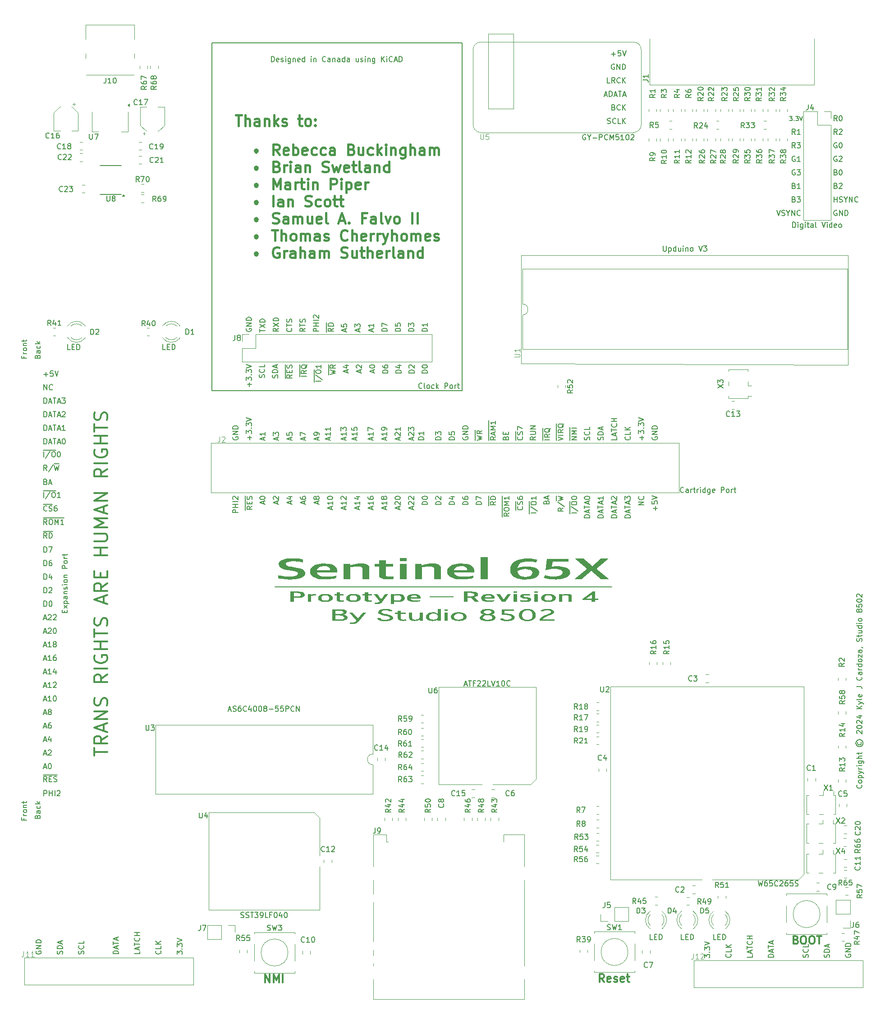
<source format=gbr>
%TF.GenerationSoftware,KiCad,Pcbnew,8.0.0*%
%TF.CreationDate,2024-03-06T22:08:17-05:00*%
%TF.ProjectId,Sentinel 65X - Prototype 4,53656e74-696e-4656-9c20-363558202d20,rev?*%
%TF.SameCoordinates,Original*%
%TF.FileFunction,Legend,Top*%
%TF.FilePolarity,Positive*%
%FSLAX46Y46*%
G04 Gerber Fmt 4.6, Leading zero omitted, Abs format (unit mm)*
G04 Created by KiCad (PCBNEW 8.0.0) date 2024-03-06 22:08:17*
%MOMM*%
%LPD*%
G01*
G04 APERTURE LIST*
%ADD10C,0.150000*%
%ADD11C,0.200000*%
%ADD12C,0.300000*%
%ADD13C,0.250000*%
%ADD14C,0.400000*%
%ADD15C,0.100000*%
%ADD16C,0.120000*%
G04 APERTURE END LIST*
D10*
X170070458Y-114442679D02*
X170070458Y-114706112D01*
X123070534Y-117747679D02*
X169120852Y-117747679D01*
X170070458Y-52442679D02*
X123070534Y-52442679D01*
X170070458Y-114442679D02*
X170070458Y-52442679D01*
X170070458Y-117747679D02*
X169120852Y-117747679D01*
X123070534Y-114706112D02*
X123070534Y-52442679D01*
X170070458Y-114574396D02*
X170070458Y-117747679D01*
D11*
X198226291Y-154588731D02*
X134977914Y-154588731D01*
D10*
X123070534Y-114706112D02*
X123070534Y-117747679D01*
D12*
X133118631Y-228840647D02*
X133118631Y-227340647D01*
X133118631Y-227340647D02*
X133975774Y-228840647D01*
X133975774Y-228840647D02*
X133975774Y-227340647D01*
X134690060Y-228840647D02*
X134690060Y-227340647D01*
X134690060Y-227340647D02*
X135190060Y-228412076D01*
X135190060Y-228412076D02*
X135690060Y-227340647D01*
X135690060Y-227340647D02*
X135690060Y-228840647D01*
X136404346Y-228840647D02*
X136404346Y-227340647D01*
D10*
X130180218Y-126973038D02*
X130180218Y-126211134D01*
X130561171Y-126592086D02*
X129799266Y-126592086D01*
X129561171Y-125830181D02*
X129561171Y-125211134D01*
X129561171Y-125211134D02*
X129942123Y-125544467D01*
X129942123Y-125544467D02*
X129942123Y-125401610D01*
X129942123Y-125401610D02*
X129989742Y-125306372D01*
X129989742Y-125306372D02*
X130037361Y-125258753D01*
X130037361Y-125258753D02*
X130132599Y-125211134D01*
X130132599Y-125211134D02*
X130370694Y-125211134D01*
X130370694Y-125211134D02*
X130465932Y-125258753D01*
X130465932Y-125258753D02*
X130513552Y-125306372D01*
X130513552Y-125306372D02*
X130561171Y-125401610D01*
X130561171Y-125401610D02*
X130561171Y-125687324D01*
X130561171Y-125687324D02*
X130513552Y-125782562D01*
X130513552Y-125782562D02*
X130465932Y-125830181D01*
X130465932Y-124782562D02*
X130513552Y-124734943D01*
X130513552Y-124734943D02*
X130561171Y-124782562D01*
X130561171Y-124782562D02*
X130513552Y-124830181D01*
X130513552Y-124830181D02*
X130465932Y-124782562D01*
X130465932Y-124782562D02*
X130561171Y-124782562D01*
X129561171Y-124401610D02*
X129561171Y-123782563D01*
X129561171Y-123782563D02*
X129942123Y-124115896D01*
X129942123Y-124115896D02*
X129942123Y-123973039D01*
X129942123Y-123973039D02*
X129989742Y-123877801D01*
X129989742Y-123877801D02*
X130037361Y-123830182D01*
X130037361Y-123830182D02*
X130132599Y-123782563D01*
X130132599Y-123782563D02*
X130370694Y-123782563D01*
X130370694Y-123782563D02*
X130465932Y-123830182D01*
X130465932Y-123830182D02*
X130513552Y-123877801D01*
X130513552Y-123877801D02*
X130561171Y-123973039D01*
X130561171Y-123973039D02*
X130561171Y-124258753D01*
X130561171Y-124258753D02*
X130513552Y-124353991D01*
X130513552Y-124353991D02*
X130465932Y-124401610D01*
X129561171Y-123496848D02*
X130561171Y-123163515D01*
X130561171Y-123163515D02*
X129561171Y-122830182D01*
X91559060Y-122693767D02*
X91559060Y-121693767D01*
X91559060Y-121693767D02*
X91797155Y-121693767D01*
X91797155Y-121693767D02*
X91940012Y-121741386D01*
X91940012Y-121741386D02*
X92035250Y-121836624D01*
X92035250Y-121836624D02*
X92082869Y-121931862D01*
X92082869Y-121931862D02*
X92130488Y-122122338D01*
X92130488Y-122122338D02*
X92130488Y-122265195D01*
X92130488Y-122265195D02*
X92082869Y-122455671D01*
X92082869Y-122455671D02*
X92035250Y-122550909D01*
X92035250Y-122550909D02*
X91940012Y-122646148D01*
X91940012Y-122646148D02*
X91797155Y-122693767D01*
X91797155Y-122693767D02*
X91559060Y-122693767D01*
X92511441Y-122408052D02*
X92987631Y-122408052D01*
X92416203Y-122693767D02*
X92749536Y-121693767D01*
X92749536Y-121693767D02*
X93082869Y-122693767D01*
X93273346Y-121693767D02*
X93844774Y-121693767D01*
X93559060Y-122693767D02*
X93559060Y-121693767D01*
X94130489Y-122408052D02*
X94606679Y-122408052D01*
X94035251Y-122693767D02*
X94368584Y-121693767D01*
X94368584Y-121693767D02*
X94701917Y-122693767D01*
X94987632Y-121789005D02*
X95035251Y-121741386D01*
X95035251Y-121741386D02*
X95130489Y-121693767D01*
X95130489Y-121693767D02*
X95368584Y-121693767D01*
X95368584Y-121693767D02*
X95463822Y-121741386D01*
X95463822Y-121741386D02*
X95511441Y-121789005D01*
X95511441Y-121789005D02*
X95559060Y-121884243D01*
X95559060Y-121884243D02*
X95559060Y-121979481D01*
X95559060Y-121979481D02*
X95511441Y-122122338D01*
X95511441Y-122122338D02*
X94940013Y-122693767D01*
X94940013Y-122693767D02*
X95559060Y-122693767D01*
X170523821Y-172901725D02*
X171000011Y-172901725D01*
X170428583Y-173187440D02*
X170761916Y-172187440D01*
X170761916Y-172187440D02*
X171095249Y-173187440D01*
X171285726Y-172187440D02*
X171857154Y-172187440D01*
X171571440Y-173187440D02*
X171571440Y-172187440D01*
X172523821Y-172663630D02*
X172190488Y-172663630D01*
X172190488Y-173187440D02*
X172190488Y-172187440D01*
X172190488Y-172187440D02*
X172666678Y-172187440D01*
X173000012Y-172282678D02*
X173047631Y-172235059D01*
X173047631Y-172235059D02*
X173142869Y-172187440D01*
X173142869Y-172187440D02*
X173380964Y-172187440D01*
X173380964Y-172187440D02*
X173476202Y-172235059D01*
X173476202Y-172235059D02*
X173523821Y-172282678D01*
X173523821Y-172282678D02*
X173571440Y-172377916D01*
X173571440Y-172377916D02*
X173571440Y-172473154D01*
X173571440Y-172473154D02*
X173523821Y-172616011D01*
X173523821Y-172616011D02*
X172952393Y-173187440D01*
X172952393Y-173187440D02*
X173571440Y-173187440D01*
X173952393Y-172282678D02*
X174000012Y-172235059D01*
X174000012Y-172235059D02*
X174095250Y-172187440D01*
X174095250Y-172187440D02*
X174333345Y-172187440D01*
X174333345Y-172187440D02*
X174428583Y-172235059D01*
X174428583Y-172235059D02*
X174476202Y-172282678D01*
X174476202Y-172282678D02*
X174523821Y-172377916D01*
X174523821Y-172377916D02*
X174523821Y-172473154D01*
X174523821Y-172473154D02*
X174476202Y-172616011D01*
X174476202Y-172616011D02*
X173904774Y-173187440D01*
X173904774Y-173187440D02*
X174523821Y-173187440D01*
X175428583Y-173187440D02*
X174952393Y-173187440D01*
X174952393Y-173187440D02*
X174952393Y-172187440D01*
X175619060Y-172187440D02*
X175952393Y-173187440D01*
X175952393Y-173187440D02*
X176285726Y-172187440D01*
X177142869Y-173187440D02*
X176571441Y-173187440D01*
X176857155Y-173187440D02*
X176857155Y-172187440D01*
X176857155Y-172187440D02*
X176761917Y-172330297D01*
X176761917Y-172330297D02*
X176666679Y-172425535D01*
X176666679Y-172425535D02*
X176571441Y-172473154D01*
X177761917Y-172187440D02*
X177857155Y-172187440D01*
X177857155Y-172187440D02*
X177952393Y-172235059D01*
X177952393Y-172235059D02*
X178000012Y-172282678D01*
X178000012Y-172282678D02*
X178047631Y-172377916D01*
X178047631Y-172377916D02*
X178095250Y-172568392D01*
X178095250Y-172568392D02*
X178095250Y-172806487D01*
X178095250Y-172806487D02*
X178047631Y-172996963D01*
X178047631Y-172996963D02*
X178000012Y-173092201D01*
X178000012Y-173092201D02*
X177952393Y-173139821D01*
X177952393Y-173139821D02*
X177857155Y-173187440D01*
X177857155Y-173187440D02*
X177761917Y-173187440D01*
X177761917Y-173187440D02*
X177666679Y-173139821D01*
X177666679Y-173139821D02*
X177619060Y-173092201D01*
X177619060Y-173092201D02*
X177571441Y-172996963D01*
X177571441Y-172996963D02*
X177523822Y-172806487D01*
X177523822Y-172806487D02*
X177523822Y-172568392D01*
X177523822Y-172568392D02*
X177571441Y-172377916D01*
X177571441Y-172377916D02*
X177619060Y-172282678D01*
X177619060Y-172282678D02*
X177666679Y-172235059D01*
X177666679Y-172235059D02*
X177761917Y-172187440D01*
X179095250Y-173092201D02*
X179047631Y-173139821D01*
X179047631Y-173139821D02*
X178904774Y-173187440D01*
X178904774Y-173187440D02*
X178809536Y-173187440D01*
X178809536Y-173187440D02*
X178666679Y-173139821D01*
X178666679Y-173139821D02*
X178571441Y-173044582D01*
X178571441Y-173044582D02*
X178523822Y-172949344D01*
X178523822Y-172949344D02*
X178476203Y-172758868D01*
X178476203Y-172758868D02*
X178476203Y-172616011D01*
X178476203Y-172616011D02*
X178523822Y-172425535D01*
X178523822Y-172425535D02*
X178571441Y-172330297D01*
X178571441Y-172330297D02*
X178666679Y-172235059D01*
X178666679Y-172235059D02*
X178809536Y-172187440D01*
X178809536Y-172187440D02*
X178904774Y-172187440D01*
X178904774Y-172187440D02*
X179047631Y-172235059D01*
X179047631Y-172235059D02*
X179095250Y-172282678D01*
X140435456Y-127020657D02*
X140435456Y-126544467D01*
X140721171Y-127115895D02*
X139721171Y-126782562D01*
X139721171Y-126782562D02*
X140721171Y-126449229D01*
X139721171Y-126211133D02*
X139721171Y-125544467D01*
X139721171Y-125544467D02*
X140721171Y-125973038D01*
X91511441Y-175751783D02*
X91987631Y-175751783D01*
X91416203Y-176037498D02*
X91749536Y-175037498D01*
X91749536Y-175037498D02*
X92082869Y-176037498D01*
X92940012Y-176037498D02*
X92368584Y-176037498D01*
X92654298Y-176037498D02*
X92654298Y-175037498D01*
X92654298Y-175037498D02*
X92559060Y-175180355D01*
X92559060Y-175180355D02*
X92463822Y-175275593D01*
X92463822Y-175275593D02*
X92368584Y-175323212D01*
X93559060Y-175037498D02*
X93654298Y-175037498D01*
X93654298Y-175037498D02*
X93749536Y-175085117D01*
X93749536Y-175085117D02*
X93797155Y-175132736D01*
X93797155Y-175132736D02*
X93844774Y-175227974D01*
X93844774Y-175227974D02*
X93892393Y-175418450D01*
X93892393Y-175418450D02*
X93892393Y-175656545D01*
X93892393Y-175656545D02*
X93844774Y-175847021D01*
X93844774Y-175847021D02*
X93797155Y-175942259D01*
X93797155Y-175942259D02*
X93749536Y-175989879D01*
X93749536Y-175989879D02*
X93654298Y-176037498D01*
X93654298Y-176037498D02*
X93559060Y-176037498D01*
X93559060Y-176037498D02*
X93463822Y-175989879D01*
X93463822Y-175989879D02*
X93416203Y-175942259D01*
X93416203Y-175942259D02*
X93368584Y-175847021D01*
X93368584Y-175847021D02*
X93320965Y-175656545D01*
X93320965Y-175656545D02*
X93320965Y-175418450D01*
X93320965Y-175418450D02*
X93368584Y-175227974D01*
X93368584Y-175227974D02*
X93416203Y-175132736D01*
X93416203Y-175132736D02*
X93463822Y-175085117D01*
X93463822Y-175085117D02*
X93559060Y-175037498D01*
X205808790Y-126449229D02*
X205761171Y-126544467D01*
X205761171Y-126544467D02*
X205761171Y-126687324D01*
X205761171Y-126687324D02*
X205808790Y-126830181D01*
X205808790Y-126830181D02*
X205904028Y-126925419D01*
X205904028Y-126925419D02*
X205999266Y-126973038D01*
X205999266Y-126973038D02*
X206189742Y-127020657D01*
X206189742Y-127020657D02*
X206332599Y-127020657D01*
X206332599Y-127020657D02*
X206523075Y-126973038D01*
X206523075Y-126973038D02*
X206618313Y-126925419D01*
X206618313Y-126925419D02*
X206713552Y-126830181D01*
X206713552Y-126830181D02*
X206761171Y-126687324D01*
X206761171Y-126687324D02*
X206761171Y-126592086D01*
X206761171Y-126592086D02*
X206713552Y-126449229D01*
X206713552Y-126449229D02*
X206665932Y-126401610D01*
X206665932Y-126401610D02*
X206332599Y-126401610D01*
X206332599Y-126401610D02*
X206332599Y-126592086D01*
X206761171Y-125973038D02*
X205761171Y-125973038D01*
X205761171Y-125973038D02*
X206761171Y-125401610D01*
X206761171Y-125401610D02*
X205761171Y-125401610D01*
X206761171Y-124925419D02*
X205761171Y-124925419D01*
X205761171Y-124925419D02*
X205761171Y-124687324D01*
X205761171Y-124687324D02*
X205808790Y-124544467D01*
X205808790Y-124544467D02*
X205904028Y-124449229D01*
X205904028Y-124449229D02*
X205999266Y-124401610D01*
X205999266Y-124401610D02*
X206189742Y-124353991D01*
X206189742Y-124353991D02*
X206332599Y-124353991D01*
X206332599Y-124353991D02*
X206523075Y-124401610D01*
X206523075Y-124401610D02*
X206618313Y-124449229D01*
X206618313Y-124449229D02*
X206713552Y-124544467D01*
X206713552Y-124544467D02*
X206761171Y-124687324D01*
X206761171Y-124687324D02*
X206761171Y-124925419D01*
X162869863Y-126973038D02*
X161869863Y-126973038D01*
X161869863Y-126973038D02*
X161869863Y-126734943D01*
X161869863Y-126734943D02*
X161917482Y-126592086D01*
X161917482Y-126592086D02*
X162012720Y-126496848D01*
X162012720Y-126496848D02*
X162107958Y-126449229D01*
X162107958Y-126449229D02*
X162298434Y-126401610D01*
X162298434Y-126401610D02*
X162441291Y-126401610D01*
X162441291Y-126401610D02*
X162631767Y-126449229D01*
X162631767Y-126449229D02*
X162727005Y-126496848D01*
X162727005Y-126496848D02*
X162822244Y-126592086D01*
X162822244Y-126592086D02*
X162869863Y-126734943D01*
X162869863Y-126734943D02*
X162869863Y-126973038D01*
X162869863Y-125449229D02*
X162869863Y-126020657D01*
X162869863Y-125734943D02*
X161869863Y-125734943D01*
X161869863Y-125734943D02*
X162012720Y-125830181D01*
X162012720Y-125830181D02*
X162107958Y-125925419D01*
X162107958Y-125925419D02*
X162155577Y-126020657D01*
X188102004Y-127115895D02*
X189102004Y-126782562D01*
X189102004Y-126782562D02*
X188102004Y-126449229D01*
X189102004Y-126115895D02*
X188102004Y-126115895D01*
X189102004Y-125068277D02*
X188625813Y-125401610D01*
X189102004Y-125639705D02*
X188102004Y-125639705D01*
X188102004Y-125639705D02*
X188102004Y-125258753D01*
X188102004Y-125258753D02*
X188149623Y-125163515D01*
X188149623Y-125163515D02*
X188197242Y-125115896D01*
X188197242Y-125115896D02*
X188292480Y-125068277D01*
X188292480Y-125068277D02*
X188435337Y-125068277D01*
X188435337Y-125068277D02*
X188530575Y-125115896D01*
X188530575Y-125115896D02*
X188578194Y-125163515D01*
X188578194Y-125163515D02*
X188625813Y-125258753D01*
X188625813Y-125258753D02*
X188625813Y-125639705D01*
X189197242Y-123973039D02*
X189149623Y-124068277D01*
X189149623Y-124068277D02*
X189054385Y-124163515D01*
X189054385Y-124163515D02*
X188911527Y-124306372D01*
X188911527Y-124306372D02*
X188863908Y-124401610D01*
X188863908Y-124401610D02*
X188863908Y-124496848D01*
X189102004Y-124449229D02*
X189054385Y-124544467D01*
X189054385Y-124544467D02*
X188959146Y-124639705D01*
X188959146Y-124639705D02*
X188768670Y-124687324D01*
X188768670Y-124687324D02*
X188435337Y-124687324D01*
X188435337Y-124687324D02*
X188244861Y-124639705D01*
X188244861Y-124639705D02*
X188149623Y-124544467D01*
X188149623Y-124544467D02*
X188102004Y-124449229D01*
X188102004Y-124449229D02*
X188102004Y-124258753D01*
X188102004Y-124258753D02*
X188149623Y-124163515D01*
X188149623Y-124163515D02*
X188244861Y-124068277D01*
X188244861Y-124068277D02*
X188435337Y-124020658D01*
X188435337Y-124020658D02*
X188768670Y-124020658D01*
X188768670Y-124020658D02*
X188959146Y-124068277D01*
X188959146Y-124068277D02*
X189054385Y-124163515D01*
X189054385Y-124163515D02*
X189102004Y-124258753D01*
X189102004Y-124258753D02*
X189102004Y-124449229D01*
X187824385Y-127111134D02*
X187824385Y-123930182D01*
X191642004Y-126973038D02*
X190642004Y-126973038D01*
X190642004Y-126973038D02*
X191642004Y-126401610D01*
X191642004Y-126401610D02*
X190642004Y-126401610D01*
X191642004Y-125925419D02*
X190642004Y-125925419D01*
X190642004Y-125925419D02*
X191356289Y-125592086D01*
X191356289Y-125592086D02*
X190642004Y-125258753D01*
X190642004Y-125258753D02*
X191642004Y-125258753D01*
X191642004Y-124782562D02*
X190642004Y-124782562D01*
X190364385Y-127111134D02*
X190364385Y-124644468D01*
X105543671Y-223455899D02*
X104543671Y-223455899D01*
X104543671Y-223455899D02*
X104543671Y-223217804D01*
X104543671Y-223217804D02*
X104591290Y-223074947D01*
X104591290Y-223074947D02*
X104686528Y-222979709D01*
X104686528Y-222979709D02*
X104781766Y-222932090D01*
X104781766Y-222932090D02*
X104972242Y-222884471D01*
X104972242Y-222884471D02*
X105115099Y-222884471D01*
X105115099Y-222884471D02*
X105305575Y-222932090D01*
X105305575Y-222932090D02*
X105400813Y-222979709D01*
X105400813Y-222979709D02*
X105496052Y-223074947D01*
X105496052Y-223074947D02*
X105543671Y-223217804D01*
X105543671Y-223217804D02*
X105543671Y-223455899D01*
X105257956Y-222503518D02*
X105257956Y-222027328D01*
X105543671Y-222598756D02*
X104543671Y-222265423D01*
X104543671Y-222265423D02*
X105543671Y-221932090D01*
X104543671Y-221741613D02*
X104543671Y-221170185D01*
X105543671Y-221455899D02*
X104543671Y-221455899D01*
X105257956Y-220884470D02*
X105257956Y-220408280D01*
X105543671Y-220979708D02*
X104543671Y-220646375D01*
X104543671Y-220646375D02*
X105543671Y-220313042D01*
X198684081Y-56529188D02*
X198588843Y-56481569D01*
X198588843Y-56481569D02*
X198445986Y-56481569D01*
X198445986Y-56481569D02*
X198303129Y-56529188D01*
X198303129Y-56529188D02*
X198207891Y-56624426D01*
X198207891Y-56624426D02*
X198160272Y-56719664D01*
X198160272Y-56719664D02*
X198112653Y-56910140D01*
X198112653Y-56910140D02*
X198112653Y-57052997D01*
X198112653Y-57052997D02*
X198160272Y-57243473D01*
X198160272Y-57243473D02*
X198207891Y-57338711D01*
X198207891Y-57338711D02*
X198303129Y-57433950D01*
X198303129Y-57433950D02*
X198445986Y-57481569D01*
X198445986Y-57481569D02*
X198541224Y-57481569D01*
X198541224Y-57481569D02*
X198684081Y-57433950D01*
X198684081Y-57433950D02*
X198731700Y-57386330D01*
X198731700Y-57386330D02*
X198731700Y-57052997D01*
X198731700Y-57052997D02*
X198541224Y-57052997D01*
X199160272Y-57481569D02*
X199160272Y-56481569D01*
X199160272Y-56481569D02*
X199731700Y-57481569D01*
X199731700Y-57481569D02*
X199731700Y-56481569D01*
X200207891Y-57481569D02*
X200207891Y-56481569D01*
X200207891Y-56481569D02*
X200445986Y-56481569D01*
X200445986Y-56481569D02*
X200588843Y-56529188D01*
X200588843Y-56529188D02*
X200684081Y-56624426D01*
X200684081Y-56624426D02*
X200731700Y-56719664D01*
X200731700Y-56719664D02*
X200779319Y-56910140D01*
X200779319Y-56910140D02*
X200779319Y-57052997D01*
X200779319Y-57052997D02*
X200731700Y-57243473D01*
X200731700Y-57243473D02*
X200684081Y-57338711D01*
X200684081Y-57338711D02*
X200588843Y-57433950D01*
X200588843Y-57433950D02*
X200445986Y-57481569D01*
X200445986Y-57481569D02*
X200207891Y-57481569D01*
X240275964Y-79305438D02*
X240418821Y-79353057D01*
X240418821Y-79353057D02*
X240466440Y-79400676D01*
X240466440Y-79400676D02*
X240514059Y-79495914D01*
X240514059Y-79495914D02*
X240514059Y-79638771D01*
X240514059Y-79638771D02*
X240466440Y-79734009D01*
X240466440Y-79734009D02*
X240418821Y-79781629D01*
X240418821Y-79781629D02*
X240323583Y-79829248D01*
X240323583Y-79829248D02*
X239942631Y-79829248D01*
X239942631Y-79829248D02*
X239942631Y-78829248D01*
X239942631Y-78829248D02*
X240275964Y-78829248D01*
X240275964Y-78829248D02*
X240371202Y-78876867D01*
X240371202Y-78876867D02*
X240418821Y-78924486D01*
X240418821Y-78924486D02*
X240466440Y-79019724D01*
X240466440Y-79019724D02*
X240466440Y-79114962D01*
X240466440Y-79114962D02*
X240418821Y-79210200D01*
X240418821Y-79210200D02*
X240371202Y-79257819D01*
X240371202Y-79257819D02*
X240275964Y-79305438D01*
X240275964Y-79305438D02*
X239942631Y-79305438D01*
X240895012Y-78924486D02*
X240942631Y-78876867D01*
X240942631Y-78876867D02*
X241037869Y-78829248D01*
X241037869Y-78829248D02*
X241275964Y-78829248D01*
X241275964Y-78829248D02*
X241371202Y-78876867D01*
X241371202Y-78876867D02*
X241418821Y-78924486D01*
X241418821Y-78924486D02*
X241466440Y-79019724D01*
X241466440Y-79019724D02*
X241466440Y-79114962D01*
X241466440Y-79114962D02*
X241418821Y-79257819D01*
X241418821Y-79257819D02*
X240847393Y-79829248D01*
X240847393Y-79829248D02*
X241466440Y-79829248D01*
X91892393Y-134869958D02*
X92035250Y-134917577D01*
X92035250Y-134917577D02*
X92082869Y-134965196D01*
X92082869Y-134965196D02*
X92130488Y-135060434D01*
X92130488Y-135060434D02*
X92130488Y-135203291D01*
X92130488Y-135203291D02*
X92082869Y-135298529D01*
X92082869Y-135298529D02*
X92035250Y-135346149D01*
X92035250Y-135346149D02*
X91940012Y-135393768D01*
X91940012Y-135393768D02*
X91559060Y-135393768D01*
X91559060Y-135393768D02*
X91559060Y-134393768D01*
X91559060Y-134393768D02*
X91892393Y-134393768D01*
X91892393Y-134393768D02*
X91987631Y-134441387D01*
X91987631Y-134441387D02*
X92035250Y-134489006D01*
X92035250Y-134489006D02*
X92082869Y-134584244D01*
X92082869Y-134584244D02*
X92082869Y-134679482D01*
X92082869Y-134679482D02*
X92035250Y-134774720D01*
X92035250Y-134774720D02*
X91987631Y-134822339D01*
X91987631Y-134822339D02*
X91892393Y-134869958D01*
X91892393Y-134869958D02*
X91559060Y-134869958D01*
X92511441Y-135108053D02*
X92987631Y-135108053D01*
X92416203Y-135393768D02*
X92749536Y-134393768D01*
X92749536Y-134393768D02*
X93082869Y-135393768D01*
X225679861Y-209745039D02*
X225917956Y-210745039D01*
X225917956Y-210745039D02*
X226108432Y-210030753D01*
X226108432Y-210030753D02*
X226298908Y-210745039D01*
X226298908Y-210745039D02*
X226537004Y-209745039D01*
X227346527Y-209745039D02*
X227156051Y-209745039D01*
X227156051Y-209745039D02*
X227060813Y-209792658D01*
X227060813Y-209792658D02*
X227013194Y-209840277D01*
X227013194Y-209840277D02*
X226917956Y-209983134D01*
X226917956Y-209983134D02*
X226870337Y-210173610D01*
X226870337Y-210173610D02*
X226870337Y-210554562D01*
X226870337Y-210554562D02*
X226917956Y-210649800D01*
X226917956Y-210649800D02*
X226965575Y-210697420D01*
X226965575Y-210697420D02*
X227060813Y-210745039D01*
X227060813Y-210745039D02*
X227251289Y-210745039D01*
X227251289Y-210745039D02*
X227346527Y-210697420D01*
X227346527Y-210697420D02*
X227394146Y-210649800D01*
X227394146Y-210649800D02*
X227441765Y-210554562D01*
X227441765Y-210554562D02*
X227441765Y-210316467D01*
X227441765Y-210316467D02*
X227394146Y-210221229D01*
X227394146Y-210221229D02*
X227346527Y-210173610D01*
X227346527Y-210173610D02*
X227251289Y-210125991D01*
X227251289Y-210125991D02*
X227060813Y-210125991D01*
X227060813Y-210125991D02*
X226965575Y-210173610D01*
X226965575Y-210173610D02*
X226917956Y-210221229D01*
X226917956Y-210221229D02*
X226870337Y-210316467D01*
X228346527Y-209745039D02*
X227870337Y-209745039D01*
X227870337Y-209745039D02*
X227822718Y-210221229D01*
X227822718Y-210221229D02*
X227870337Y-210173610D01*
X227870337Y-210173610D02*
X227965575Y-210125991D01*
X227965575Y-210125991D02*
X228203670Y-210125991D01*
X228203670Y-210125991D02*
X228298908Y-210173610D01*
X228298908Y-210173610D02*
X228346527Y-210221229D01*
X228346527Y-210221229D02*
X228394146Y-210316467D01*
X228394146Y-210316467D02*
X228394146Y-210554562D01*
X228394146Y-210554562D02*
X228346527Y-210649800D01*
X228346527Y-210649800D02*
X228298908Y-210697420D01*
X228298908Y-210697420D02*
X228203670Y-210745039D01*
X228203670Y-210745039D02*
X227965575Y-210745039D01*
X227965575Y-210745039D02*
X227870337Y-210697420D01*
X227870337Y-210697420D02*
X227822718Y-210649800D01*
X229394146Y-210649800D02*
X229346527Y-210697420D01*
X229346527Y-210697420D02*
X229203670Y-210745039D01*
X229203670Y-210745039D02*
X229108432Y-210745039D01*
X229108432Y-210745039D02*
X228965575Y-210697420D01*
X228965575Y-210697420D02*
X228870337Y-210602181D01*
X228870337Y-210602181D02*
X228822718Y-210506943D01*
X228822718Y-210506943D02*
X228775099Y-210316467D01*
X228775099Y-210316467D02*
X228775099Y-210173610D01*
X228775099Y-210173610D02*
X228822718Y-209983134D01*
X228822718Y-209983134D02*
X228870337Y-209887896D01*
X228870337Y-209887896D02*
X228965575Y-209792658D01*
X228965575Y-209792658D02*
X229108432Y-209745039D01*
X229108432Y-209745039D02*
X229203670Y-209745039D01*
X229203670Y-209745039D02*
X229346527Y-209792658D01*
X229346527Y-209792658D02*
X229394146Y-209840277D01*
X229775099Y-209840277D02*
X229822718Y-209792658D01*
X229822718Y-209792658D02*
X229917956Y-209745039D01*
X229917956Y-209745039D02*
X230156051Y-209745039D01*
X230156051Y-209745039D02*
X230251289Y-209792658D01*
X230251289Y-209792658D02*
X230298908Y-209840277D01*
X230298908Y-209840277D02*
X230346527Y-209935515D01*
X230346527Y-209935515D02*
X230346527Y-210030753D01*
X230346527Y-210030753D02*
X230298908Y-210173610D01*
X230298908Y-210173610D02*
X229727480Y-210745039D01*
X229727480Y-210745039D02*
X230346527Y-210745039D01*
X231203670Y-209745039D02*
X231013194Y-209745039D01*
X231013194Y-209745039D02*
X230917956Y-209792658D01*
X230917956Y-209792658D02*
X230870337Y-209840277D01*
X230870337Y-209840277D02*
X230775099Y-209983134D01*
X230775099Y-209983134D02*
X230727480Y-210173610D01*
X230727480Y-210173610D02*
X230727480Y-210554562D01*
X230727480Y-210554562D02*
X230775099Y-210649800D01*
X230775099Y-210649800D02*
X230822718Y-210697420D01*
X230822718Y-210697420D02*
X230917956Y-210745039D01*
X230917956Y-210745039D02*
X231108432Y-210745039D01*
X231108432Y-210745039D02*
X231203670Y-210697420D01*
X231203670Y-210697420D02*
X231251289Y-210649800D01*
X231251289Y-210649800D02*
X231298908Y-210554562D01*
X231298908Y-210554562D02*
X231298908Y-210316467D01*
X231298908Y-210316467D02*
X231251289Y-210221229D01*
X231251289Y-210221229D02*
X231203670Y-210173610D01*
X231203670Y-210173610D02*
X231108432Y-210125991D01*
X231108432Y-210125991D02*
X230917956Y-210125991D01*
X230917956Y-210125991D02*
X230822718Y-210173610D01*
X230822718Y-210173610D02*
X230775099Y-210221229D01*
X230775099Y-210221229D02*
X230727480Y-210316467D01*
X232203670Y-209745039D02*
X231727480Y-209745039D01*
X231727480Y-209745039D02*
X231679861Y-210221229D01*
X231679861Y-210221229D02*
X231727480Y-210173610D01*
X231727480Y-210173610D02*
X231822718Y-210125991D01*
X231822718Y-210125991D02*
X232060813Y-210125991D01*
X232060813Y-210125991D02*
X232156051Y-210173610D01*
X232156051Y-210173610D02*
X232203670Y-210221229D01*
X232203670Y-210221229D02*
X232251289Y-210316467D01*
X232251289Y-210316467D02*
X232251289Y-210554562D01*
X232251289Y-210554562D02*
X232203670Y-210649800D01*
X232203670Y-210649800D02*
X232156051Y-210697420D01*
X232156051Y-210697420D02*
X232060813Y-210745039D01*
X232060813Y-210745039D02*
X231822718Y-210745039D01*
X231822718Y-210745039D02*
X231727480Y-210697420D01*
X231727480Y-210697420D02*
X231679861Y-210649800D01*
X232632242Y-210697420D02*
X232775099Y-210745039D01*
X232775099Y-210745039D02*
X233013194Y-210745039D01*
X233013194Y-210745039D02*
X233108432Y-210697420D01*
X233108432Y-210697420D02*
X233156051Y-210649800D01*
X233156051Y-210649800D02*
X233203670Y-210554562D01*
X233203670Y-210554562D02*
X233203670Y-210459324D01*
X233203670Y-210459324D02*
X233156051Y-210364086D01*
X233156051Y-210364086D02*
X233108432Y-210316467D01*
X233108432Y-210316467D02*
X233013194Y-210268848D01*
X233013194Y-210268848D02*
X232822718Y-210221229D01*
X232822718Y-210221229D02*
X232727480Y-210173610D01*
X232727480Y-210173610D02*
X232679861Y-210125991D01*
X232679861Y-210125991D02*
X232632242Y-210030753D01*
X232632242Y-210030753D02*
X232632242Y-209935515D01*
X232632242Y-209935515D02*
X232679861Y-209840277D01*
X232679861Y-209840277D02*
X232727480Y-209792658D01*
X232727480Y-209792658D02*
X232822718Y-209745039D01*
X232822718Y-209745039D02*
X233060813Y-209745039D01*
X233060813Y-209745039D02*
X233203670Y-209792658D01*
X137891725Y-139029429D02*
X137891725Y-138553239D01*
X138177440Y-139124667D02*
X137177440Y-138791334D01*
X137177440Y-138791334D02*
X138177440Y-138458001D01*
X137510773Y-137696096D02*
X138177440Y-137696096D01*
X137129821Y-137934191D02*
X137844106Y-138172286D01*
X137844106Y-138172286D02*
X137844106Y-137553239D01*
X240466440Y-71256867D02*
X240371202Y-71209248D01*
X240371202Y-71209248D02*
X240228345Y-71209248D01*
X240228345Y-71209248D02*
X240085488Y-71256867D01*
X240085488Y-71256867D02*
X239990250Y-71352105D01*
X239990250Y-71352105D02*
X239942631Y-71447343D01*
X239942631Y-71447343D02*
X239895012Y-71637819D01*
X239895012Y-71637819D02*
X239895012Y-71780676D01*
X239895012Y-71780676D02*
X239942631Y-71971152D01*
X239942631Y-71971152D02*
X239990250Y-72066390D01*
X239990250Y-72066390D02*
X240085488Y-72161629D01*
X240085488Y-72161629D02*
X240228345Y-72209248D01*
X240228345Y-72209248D02*
X240323583Y-72209248D01*
X240323583Y-72209248D02*
X240466440Y-72161629D01*
X240466440Y-72161629D02*
X240514059Y-72114009D01*
X240514059Y-72114009D02*
X240514059Y-71780676D01*
X240514059Y-71780676D02*
X240323583Y-71780676D01*
X241133107Y-71209248D02*
X241228345Y-71209248D01*
X241228345Y-71209248D02*
X241323583Y-71256867D01*
X241323583Y-71256867D02*
X241371202Y-71304486D01*
X241371202Y-71304486D02*
X241418821Y-71399724D01*
X241418821Y-71399724D02*
X241466440Y-71590200D01*
X241466440Y-71590200D02*
X241466440Y-71828295D01*
X241466440Y-71828295D02*
X241418821Y-72018771D01*
X241418821Y-72018771D02*
X241371202Y-72114009D01*
X241371202Y-72114009D02*
X241323583Y-72161629D01*
X241323583Y-72161629D02*
X241228345Y-72209248D01*
X241228345Y-72209248D02*
X241133107Y-72209248D01*
X241133107Y-72209248D02*
X241037869Y-72161629D01*
X241037869Y-72161629D02*
X240990250Y-72114009D01*
X240990250Y-72114009D02*
X240942631Y-72018771D01*
X240942631Y-72018771D02*
X240895012Y-71828295D01*
X240895012Y-71828295D02*
X240895012Y-71590200D01*
X240895012Y-71590200D02*
X240942631Y-71399724D01*
X240942631Y-71399724D02*
X240990250Y-71304486D01*
X240990250Y-71304486D02*
X241037869Y-71256867D01*
X241037869Y-71256867D02*
X241133107Y-71209248D01*
X185917361Y-138696096D02*
X185964980Y-138553239D01*
X185964980Y-138553239D02*
X186012599Y-138505620D01*
X186012599Y-138505620D02*
X186107837Y-138458001D01*
X186107837Y-138458001D02*
X186250694Y-138458001D01*
X186250694Y-138458001D02*
X186345932Y-138505620D01*
X186345932Y-138505620D02*
X186393552Y-138553239D01*
X186393552Y-138553239D02*
X186441171Y-138648477D01*
X186441171Y-138648477D02*
X186441171Y-139029429D01*
X186441171Y-139029429D02*
X185441171Y-139029429D01*
X185441171Y-139029429D02*
X185441171Y-138696096D01*
X185441171Y-138696096D02*
X185488790Y-138600858D01*
X185488790Y-138600858D02*
X185536409Y-138553239D01*
X185536409Y-138553239D02*
X185631647Y-138505620D01*
X185631647Y-138505620D02*
X185726885Y-138505620D01*
X185726885Y-138505620D02*
X185822123Y-138553239D01*
X185822123Y-138553239D02*
X185869742Y-138600858D01*
X185869742Y-138600858D02*
X185917361Y-138696096D01*
X185917361Y-138696096D02*
X185917361Y-139029429D01*
X186155456Y-138077048D02*
X186155456Y-137600858D01*
X186441171Y-138172286D02*
X185441171Y-137838953D01*
X185441171Y-137838953D02*
X186441171Y-137505620D01*
X87821861Y-111362566D02*
X87821861Y-111695899D01*
X88345671Y-111695899D02*
X87345671Y-111695899D01*
X87345671Y-111695899D02*
X87345671Y-111219709D01*
X88345671Y-110838756D02*
X87679004Y-110838756D01*
X87869480Y-110838756D02*
X87774242Y-110791137D01*
X87774242Y-110791137D02*
X87726623Y-110743518D01*
X87726623Y-110743518D02*
X87679004Y-110648280D01*
X87679004Y-110648280D02*
X87679004Y-110553042D01*
X88345671Y-110076851D02*
X88298052Y-110172089D01*
X88298052Y-110172089D02*
X88250432Y-110219708D01*
X88250432Y-110219708D02*
X88155194Y-110267327D01*
X88155194Y-110267327D02*
X87869480Y-110267327D01*
X87869480Y-110267327D02*
X87774242Y-110219708D01*
X87774242Y-110219708D02*
X87726623Y-110172089D01*
X87726623Y-110172089D02*
X87679004Y-110076851D01*
X87679004Y-110076851D02*
X87679004Y-109933994D01*
X87679004Y-109933994D02*
X87726623Y-109838756D01*
X87726623Y-109838756D02*
X87774242Y-109791137D01*
X87774242Y-109791137D02*
X87869480Y-109743518D01*
X87869480Y-109743518D02*
X88155194Y-109743518D01*
X88155194Y-109743518D02*
X88250432Y-109791137D01*
X88250432Y-109791137D02*
X88298052Y-109838756D01*
X88298052Y-109838756D02*
X88345671Y-109933994D01*
X88345671Y-109933994D02*
X88345671Y-110076851D01*
X87679004Y-109314946D02*
X88345671Y-109314946D01*
X87774242Y-109314946D02*
X87726623Y-109267327D01*
X87726623Y-109267327D02*
X87679004Y-109172089D01*
X87679004Y-109172089D02*
X87679004Y-109029232D01*
X87679004Y-109029232D02*
X87726623Y-108933994D01*
X87726623Y-108933994D02*
X87821861Y-108886375D01*
X87821861Y-108886375D02*
X88345671Y-108886375D01*
X87679004Y-108553041D02*
X87679004Y-108172089D01*
X87345671Y-108410184D02*
X88202813Y-108410184D01*
X88202813Y-108410184D02*
X88298052Y-108362565D01*
X88298052Y-108362565D02*
X88345671Y-108267327D01*
X88345671Y-108267327D02*
X88345671Y-108172089D01*
X145511725Y-139981810D02*
X145511725Y-139505620D01*
X145797440Y-140077048D02*
X144797440Y-139743715D01*
X144797440Y-139743715D02*
X145797440Y-139410382D01*
X145797440Y-138553239D02*
X145797440Y-139124667D01*
X145797440Y-138838953D02*
X144797440Y-138838953D01*
X144797440Y-138838953D02*
X144940297Y-138934191D01*
X144940297Y-138934191D02*
X145035535Y-139029429D01*
X145035535Y-139029429D02*
X145083154Y-139124667D01*
X144797440Y-137934191D02*
X144797440Y-137838953D01*
X144797440Y-137838953D02*
X144845059Y-137743715D01*
X144845059Y-137743715D02*
X144892678Y-137696096D01*
X144892678Y-137696096D02*
X144987916Y-137648477D01*
X144987916Y-137648477D02*
X145178392Y-137600858D01*
X145178392Y-137600858D02*
X145416487Y-137600858D01*
X145416487Y-137600858D02*
X145606963Y-137648477D01*
X145606963Y-137648477D02*
X145702201Y-137696096D01*
X145702201Y-137696096D02*
X145749821Y-137743715D01*
X145749821Y-137743715D02*
X145797440Y-137838953D01*
X145797440Y-137838953D02*
X145797440Y-137934191D01*
X145797440Y-137934191D02*
X145749821Y-138029429D01*
X145749821Y-138029429D02*
X145702201Y-138077048D01*
X145702201Y-138077048D02*
X145606963Y-138124667D01*
X145606963Y-138124667D02*
X145416487Y-138172286D01*
X145416487Y-138172286D02*
X145178392Y-138172286D01*
X145178392Y-138172286D02*
X144987916Y-138124667D01*
X144987916Y-138124667D02*
X144892678Y-138077048D01*
X144892678Y-138077048D02*
X144845059Y-138029429D01*
X144845059Y-138029429D02*
X144797440Y-137934191D01*
X186562004Y-126973038D02*
X185562004Y-126973038D01*
X186562004Y-125925420D02*
X186085813Y-126258753D01*
X186562004Y-126496848D02*
X185562004Y-126496848D01*
X185562004Y-126496848D02*
X185562004Y-126115896D01*
X185562004Y-126115896D02*
X185609623Y-126020658D01*
X185609623Y-126020658D02*
X185657242Y-125973039D01*
X185657242Y-125973039D02*
X185752480Y-125925420D01*
X185752480Y-125925420D02*
X185895337Y-125925420D01*
X185895337Y-125925420D02*
X185990575Y-125973039D01*
X185990575Y-125973039D02*
X186038194Y-126020658D01*
X186038194Y-126020658D02*
X186085813Y-126115896D01*
X186085813Y-126115896D02*
X186085813Y-126496848D01*
X186657242Y-124830182D02*
X186609623Y-124925420D01*
X186609623Y-124925420D02*
X186514385Y-125020658D01*
X186514385Y-125020658D02*
X186371527Y-125163515D01*
X186371527Y-125163515D02*
X186323908Y-125258753D01*
X186323908Y-125258753D02*
X186323908Y-125353991D01*
X186562004Y-125306372D02*
X186514385Y-125401610D01*
X186514385Y-125401610D02*
X186419146Y-125496848D01*
X186419146Y-125496848D02*
X186228670Y-125544467D01*
X186228670Y-125544467D02*
X185895337Y-125544467D01*
X185895337Y-125544467D02*
X185704861Y-125496848D01*
X185704861Y-125496848D02*
X185609623Y-125401610D01*
X185609623Y-125401610D02*
X185562004Y-125306372D01*
X185562004Y-125306372D02*
X185562004Y-125115896D01*
X185562004Y-125115896D02*
X185609623Y-125020658D01*
X185609623Y-125020658D02*
X185704861Y-124925420D01*
X185704861Y-124925420D02*
X185895337Y-124877801D01*
X185895337Y-124877801D02*
X186228670Y-124877801D01*
X186228670Y-124877801D02*
X186419146Y-124925420D01*
X186419146Y-124925420D02*
X186514385Y-125020658D01*
X186514385Y-125020658D02*
X186562004Y-125115896D01*
X186562004Y-125115896D02*
X186562004Y-125306372D01*
X185284385Y-127111134D02*
X185284385Y-124787325D01*
X91559060Y-130192934D02*
X91559060Y-129192934D01*
X92749535Y-129145315D02*
X91892393Y-130431029D01*
X93273345Y-129192934D02*
X93463821Y-129192934D01*
X93463821Y-129192934D02*
X93559059Y-129240553D01*
X93559059Y-129240553D02*
X93654297Y-129335791D01*
X93654297Y-129335791D02*
X93701916Y-129526267D01*
X93701916Y-129526267D02*
X93701916Y-129859600D01*
X93701916Y-129859600D02*
X93654297Y-130050076D01*
X93654297Y-130050076D02*
X93559059Y-130145315D01*
X93559059Y-130145315D02*
X93463821Y-130192934D01*
X93463821Y-130192934D02*
X93273345Y-130192934D01*
X93273345Y-130192934D02*
X93178107Y-130145315D01*
X93178107Y-130145315D02*
X93082869Y-130050076D01*
X93082869Y-130050076D02*
X93035250Y-129859600D01*
X93035250Y-129859600D02*
X93035250Y-129526267D01*
X93035250Y-129526267D02*
X93082869Y-129335791D01*
X93082869Y-129335791D02*
X93178107Y-129240553D01*
X93178107Y-129240553D02*
X93273345Y-129192934D01*
X91420965Y-128915315D02*
X93792393Y-128915315D01*
X94320964Y-129192934D02*
X94416202Y-129192934D01*
X94416202Y-129192934D02*
X94511440Y-129240553D01*
X94511440Y-129240553D02*
X94559059Y-129288172D01*
X94559059Y-129288172D02*
X94606678Y-129383410D01*
X94606678Y-129383410D02*
X94654297Y-129573886D01*
X94654297Y-129573886D02*
X94654297Y-129811981D01*
X94654297Y-129811981D02*
X94606678Y-130002457D01*
X94606678Y-130002457D02*
X94559059Y-130097695D01*
X94559059Y-130097695D02*
X94511440Y-130145315D01*
X94511440Y-130145315D02*
X94416202Y-130192934D01*
X94416202Y-130192934D02*
X94320964Y-130192934D01*
X94320964Y-130192934D02*
X94225726Y-130145315D01*
X94225726Y-130145315D02*
X94178107Y-130097695D01*
X94178107Y-130097695D02*
X94130488Y-130002457D01*
X94130488Y-130002457D02*
X94082869Y-129811981D01*
X94082869Y-129811981D02*
X94082869Y-129573886D01*
X94082869Y-129573886D02*
X94130488Y-129383410D01*
X94130488Y-129383410D02*
X94178107Y-129288172D01*
X94178107Y-129288172D02*
X94225726Y-129240553D01*
X94225726Y-129240553D02*
X94320964Y-129192934D01*
X127068790Y-126449229D02*
X127021171Y-126544467D01*
X127021171Y-126544467D02*
X127021171Y-126687324D01*
X127021171Y-126687324D02*
X127068790Y-126830181D01*
X127068790Y-126830181D02*
X127164028Y-126925419D01*
X127164028Y-126925419D02*
X127259266Y-126973038D01*
X127259266Y-126973038D02*
X127449742Y-127020657D01*
X127449742Y-127020657D02*
X127592599Y-127020657D01*
X127592599Y-127020657D02*
X127783075Y-126973038D01*
X127783075Y-126973038D02*
X127878313Y-126925419D01*
X127878313Y-126925419D02*
X127973552Y-126830181D01*
X127973552Y-126830181D02*
X128021171Y-126687324D01*
X128021171Y-126687324D02*
X128021171Y-126592086D01*
X128021171Y-126592086D02*
X127973552Y-126449229D01*
X127973552Y-126449229D02*
X127925932Y-126401610D01*
X127925932Y-126401610D02*
X127592599Y-126401610D01*
X127592599Y-126401610D02*
X127592599Y-126592086D01*
X128021171Y-125973038D02*
X127021171Y-125973038D01*
X127021171Y-125973038D02*
X128021171Y-125401610D01*
X128021171Y-125401610D02*
X127021171Y-125401610D01*
X128021171Y-124925419D02*
X127021171Y-124925419D01*
X127021171Y-124925419D02*
X127021171Y-124687324D01*
X127021171Y-124687324D02*
X127068790Y-124544467D01*
X127068790Y-124544467D02*
X127164028Y-124449229D01*
X127164028Y-124449229D02*
X127259266Y-124401610D01*
X127259266Y-124401610D02*
X127449742Y-124353991D01*
X127449742Y-124353991D02*
X127592599Y-124353991D01*
X127592599Y-124353991D02*
X127783075Y-124401610D01*
X127783075Y-124401610D02*
X127878313Y-124449229D01*
X127878313Y-124449229D02*
X127973552Y-124544467D01*
X127973552Y-124544467D02*
X128021171Y-124687324D01*
X128021171Y-124687324D02*
X128021171Y-124925419D01*
X140887961Y-115024264D02*
X139887961Y-115024264D01*
X140887961Y-113976646D02*
X140411770Y-114309979D01*
X140887961Y-114548074D02*
X139887961Y-114548074D01*
X139887961Y-114548074D02*
X139887961Y-114167122D01*
X139887961Y-114167122D02*
X139935580Y-114071884D01*
X139935580Y-114071884D02*
X139983199Y-114024265D01*
X139983199Y-114024265D02*
X140078437Y-113976646D01*
X140078437Y-113976646D02*
X140221294Y-113976646D01*
X140221294Y-113976646D02*
X140316532Y-114024265D01*
X140316532Y-114024265D02*
X140364151Y-114071884D01*
X140364151Y-114071884D02*
X140411770Y-114167122D01*
X140411770Y-114167122D02*
X140411770Y-114548074D01*
X140983199Y-112881408D02*
X140935580Y-112976646D01*
X140935580Y-112976646D02*
X140840342Y-113071884D01*
X140840342Y-113071884D02*
X140697484Y-113214741D01*
X140697484Y-113214741D02*
X140649865Y-113309979D01*
X140649865Y-113309979D02*
X140649865Y-113405217D01*
X140887961Y-113357598D02*
X140840342Y-113452836D01*
X140840342Y-113452836D02*
X140745103Y-113548074D01*
X140745103Y-113548074D02*
X140554627Y-113595693D01*
X140554627Y-113595693D02*
X140221294Y-113595693D01*
X140221294Y-113595693D02*
X140030818Y-113548074D01*
X140030818Y-113548074D02*
X139935580Y-113452836D01*
X139935580Y-113452836D02*
X139887961Y-113357598D01*
X139887961Y-113357598D02*
X139887961Y-113167122D01*
X139887961Y-113167122D02*
X139935580Y-113071884D01*
X139935580Y-113071884D02*
X140030818Y-112976646D01*
X140030818Y-112976646D02*
X140221294Y-112929027D01*
X140221294Y-112929027D02*
X140554627Y-112929027D01*
X140554627Y-112929027D02*
X140745103Y-112976646D01*
X140745103Y-112976646D02*
X140840342Y-113071884D01*
X140840342Y-113071884D02*
X140887961Y-113167122D01*
X140887961Y-113167122D02*
X140887961Y-113357598D01*
X139610342Y-115162360D02*
X139610342Y-112838551D01*
X129589684Y-106092090D02*
X129542065Y-106187328D01*
X129542065Y-106187328D02*
X129542065Y-106330185D01*
X129542065Y-106330185D02*
X129589684Y-106473042D01*
X129589684Y-106473042D02*
X129684922Y-106568280D01*
X129684922Y-106568280D02*
X129780160Y-106615899D01*
X129780160Y-106615899D02*
X129970636Y-106663518D01*
X129970636Y-106663518D02*
X130113493Y-106663518D01*
X130113493Y-106663518D02*
X130303969Y-106615899D01*
X130303969Y-106615899D02*
X130399207Y-106568280D01*
X130399207Y-106568280D02*
X130494446Y-106473042D01*
X130494446Y-106473042D02*
X130542065Y-106330185D01*
X130542065Y-106330185D02*
X130542065Y-106234947D01*
X130542065Y-106234947D02*
X130494446Y-106092090D01*
X130494446Y-106092090D02*
X130446826Y-106044471D01*
X130446826Y-106044471D02*
X130113493Y-106044471D01*
X130113493Y-106044471D02*
X130113493Y-106234947D01*
X130542065Y-105615899D02*
X129542065Y-105615899D01*
X129542065Y-105615899D02*
X130542065Y-105044471D01*
X130542065Y-105044471D02*
X129542065Y-105044471D01*
X130542065Y-104568280D02*
X129542065Y-104568280D01*
X129542065Y-104568280D02*
X129542065Y-104330185D01*
X129542065Y-104330185D02*
X129589684Y-104187328D01*
X129589684Y-104187328D02*
X129684922Y-104092090D01*
X129684922Y-104092090D02*
X129780160Y-104044471D01*
X129780160Y-104044471D02*
X129970636Y-103996852D01*
X129970636Y-103996852D02*
X130113493Y-103996852D01*
X130113493Y-103996852D02*
X130303969Y-104044471D01*
X130303969Y-104044471D02*
X130399207Y-104092090D01*
X130399207Y-104092090D02*
X130494446Y-104187328D01*
X130494446Y-104187328D02*
X130542065Y-104330185D01*
X130542065Y-104330185D02*
X130542065Y-104568280D01*
X199141171Y-126496848D02*
X199141171Y-126973038D01*
X199141171Y-126973038D02*
X198141171Y-126973038D01*
X198855456Y-126211133D02*
X198855456Y-125734943D01*
X199141171Y-126306371D02*
X198141171Y-125973038D01*
X198141171Y-125973038D02*
X199141171Y-125639705D01*
X198141171Y-125449228D02*
X198141171Y-124877800D01*
X199141171Y-125163514D02*
X198141171Y-125163514D01*
X199045932Y-123973038D02*
X199093552Y-124020657D01*
X199093552Y-124020657D02*
X199141171Y-124163514D01*
X199141171Y-124163514D02*
X199141171Y-124258752D01*
X199141171Y-124258752D02*
X199093552Y-124401609D01*
X199093552Y-124401609D02*
X198998313Y-124496847D01*
X198998313Y-124496847D02*
X198903075Y-124544466D01*
X198903075Y-124544466D02*
X198712599Y-124592085D01*
X198712599Y-124592085D02*
X198569742Y-124592085D01*
X198569742Y-124592085D02*
X198379266Y-124544466D01*
X198379266Y-124544466D02*
X198284028Y-124496847D01*
X198284028Y-124496847D02*
X198188790Y-124401609D01*
X198188790Y-124401609D02*
X198141171Y-124258752D01*
X198141171Y-124258752D02*
X198141171Y-124163514D01*
X198141171Y-124163514D02*
X198188790Y-124020657D01*
X198188790Y-124020657D02*
X198236409Y-123973038D01*
X199141171Y-123544466D02*
X198141171Y-123544466D01*
X198617361Y-123544466D02*
X198617361Y-122973038D01*
X199141171Y-122973038D02*
X198141171Y-122973038D01*
X231592455Y-66281502D02*
X232087693Y-66281502D01*
X232087693Y-66281502D02*
X231821027Y-66586264D01*
X231821027Y-66586264D02*
X231935312Y-66586264D01*
X231935312Y-66586264D02*
X232011503Y-66624359D01*
X232011503Y-66624359D02*
X232049598Y-66662454D01*
X232049598Y-66662454D02*
X232087693Y-66738645D01*
X232087693Y-66738645D02*
X232087693Y-66929121D01*
X232087693Y-66929121D02*
X232049598Y-67005311D01*
X232049598Y-67005311D02*
X232011503Y-67043407D01*
X232011503Y-67043407D02*
X231935312Y-67081502D01*
X231935312Y-67081502D02*
X231706741Y-67081502D01*
X231706741Y-67081502D02*
X231630550Y-67043407D01*
X231630550Y-67043407D02*
X231592455Y-67005311D01*
X232430551Y-67005311D02*
X232468646Y-67043407D01*
X232468646Y-67043407D02*
X232430551Y-67081502D01*
X232430551Y-67081502D02*
X232392455Y-67043407D01*
X232392455Y-67043407D02*
X232430551Y-67005311D01*
X232430551Y-67005311D02*
X232430551Y-67081502D01*
X232735312Y-66281502D02*
X233230550Y-66281502D01*
X233230550Y-66281502D02*
X232963884Y-66586264D01*
X232963884Y-66586264D02*
X233078169Y-66586264D01*
X233078169Y-66586264D02*
X233154360Y-66624359D01*
X233154360Y-66624359D02*
X233192455Y-66662454D01*
X233192455Y-66662454D02*
X233230550Y-66738645D01*
X233230550Y-66738645D02*
X233230550Y-66929121D01*
X233230550Y-66929121D02*
X233192455Y-67005311D01*
X233192455Y-67005311D02*
X233154360Y-67043407D01*
X233154360Y-67043407D02*
X233078169Y-67081502D01*
X233078169Y-67081502D02*
X232849598Y-67081502D01*
X232849598Y-67081502D02*
X232773407Y-67043407D01*
X232773407Y-67043407D02*
X232735312Y-67005311D01*
X233459122Y-66281502D02*
X233725789Y-67081502D01*
X233725789Y-67081502D02*
X233992455Y-66281502D01*
X245095432Y-191769471D02*
X245143052Y-191817090D01*
X245143052Y-191817090D02*
X245190671Y-191959947D01*
X245190671Y-191959947D02*
X245190671Y-192055185D01*
X245190671Y-192055185D02*
X245143052Y-192198042D01*
X245143052Y-192198042D02*
X245047813Y-192293280D01*
X245047813Y-192293280D02*
X244952575Y-192340899D01*
X244952575Y-192340899D02*
X244762099Y-192388518D01*
X244762099Y-192388518D02*
X244619242Y-192388518D01*
X244619242Y-192388518D02*
X244428766Y-192340899D01*
X244428766Y-192340899D02*
X244333528Y-192293280D01*
X244333528Y-192293280D02*
X244238290Y-192198042D01*
X244238290Y-192198042D02*
X244190671Y-192055185D01*
X244190671Y-192055185D02*
X244190671Y-191959947D01*
X244190671Y-191959947D02*
X244238290Y-191817090D01*
X244238290Y-191817090D02*
X244285909Y-191769471D01*
X245190671Y-191198042D02*
X245143052Y-191293280D01*
X245143052Y-191293280D02*
X245095432Y-191340899D01*
X245095432Y-191340899D02*
X245000194Y-191388518D01*
X245000194Y-191388518D02*
X244714480Y-191388518D01*
X244714480Y-191388518D02*
X244619242Y-191340899D01*
X244619242Y-191340899D02*
X244571623Y-191293280D01*
X244571623Y-191293280D02*
X244524004Y-191198042D01*
X244524004Y-191198042D02*
X244524004Y-191055185D01*
X244524004Y-191055185D02*
X244571623Y-190959947D01*
X244571623Y-190959947D02*
X244619242Y-190912328D01*
X244619242Y-190912328D02*
X244714480Y-190864709D01*
X244714480Y-190864709D02*
X245000194Y-190864709D01*
X245000194Y-190864709D02*
X245095432Y-190912328D01*
X245095432Y-190912328D02*
X245143052Y-190959947D01*
X245143052Y-190959947D02*
X245190671Y-191055185D01*
X245190671Y-191055185D02*
X245190671Y-191198042D01*
X244524004Y-190436137D02*
X245524004Y-190436137D01*
X244571623Y-190436137D02*
X244524004Y-190340899D01*
X244524004Y-190340899D02*
X244524004Y-190150423D01*
X244524004Y-190150423D02*
X244571623Y-190055185D01*
X244571623Y-190055185D02*
X244619242Y-190007566D01*
X244619242Y-190007566D02*
X244714480Y-189959947D01*
X244714480Y-189959947D02*
X245000194Y-189959947D01*
X245000194Y-189959947D02*
X245095432Y-190007566D01*
X245095432Y-190007566D02*
X245143052Y-190055185D01*
X245143052Y-190055185D02*
X245190671Y-190150423D01*
X245190671Y-190150423D02*
X245190671Y-190340899D01*
X245190671Y-190340899D02*
X245143052Y-190436137D01*
X244524004Y-189626613D02*
X245190671Y-189388518D01*
X244524004Y-189150423D02*
X245190671Y-189388518D01*
X245190671Y-189388518D02*
X245428766Y-189483756D01*
X245428766Y-189483756D02*
X245476385Y-189531375D01*
X245476385Y-189531375D02*
X245524004Y-189626613D01*
X245190671Y-188769470D02*
X244524004Y-188769470D01*
X244714480Y-188769470D02*
X244619242Y-188721851D01*
X244619242Y-188721851D02*
X244571623Y-188674232D01*
X244571623Y-188674232D02*
X244524004Y-188578994D01*
X244524004Y-188578994D02*
X244524004Y-188483756D01*
X245190671Y-188150422D02*
X244524004Y-188150422D01*
X244190671Y-188150422D02*
X244238290Y-188198041D01*
X244238290Y-188198041D02*
X244285909Y-188150422D01*
X244285909Y-188150422D02*
X244238290Y-188102803D01*
X244238290Y-188102803D02*
X244190671Y-188150422D01*
X244190671Y-188150422D02*
X244285909Y-188150422D01*
X244524004Y-187245661D02*
X245333528Y-187245661D01*
X245333528Y-187245661D02*
X245428766Y-187293280D01*
X245428766Y-187293280D02*
X245476385Y-187340899D01*
X245476385Y-187340899D02*
X245524004Y-187436137D01*
X245524004Y-187436137D02*
X245524004Y-187578994D01*
X245524004Y-187578994D02*
X245476385Y-187674232D01*
X245143052Y-187245661D02*
X245190671Y-187340899D01*
X245190671Y-187340899D02*
X245190671Y-187531375D01*
X245190671Y-187531375D02*
X245143052Y-187626613D01*
X245143052Y-187626613D02*
X245095432Y-187674232D01*
X245095432Y-187674232D02*
X245000194Y-187721851D01*
X245000194Y-187721851D02*
X244714480Y-187721851D01*
X244714480Y-187721851D02*
X244619242Y-187674232D01*
X244619242Y-187674232D02*
X244571623Y-187626613D01*
X244571623Y-187626613D02*
X244524004Y-187531375D01*
X244524004Y-187531375D02*
X244524004Y-187340899D01*
X244524004Y-187340899D02*
X244571623Y-187245661D01*
X245190671Y-186769470D02*
X244190671Y-186769470D01*
X245190671Y-186340899D02*
X244666861Y-186340899D01*
X244666861Y-186340899D02*
X244571623Y-186388518D01*
X244571623Y-186388518D02*
X244524004Y-186483756D01*
X244524004Y-186483756D02*
X244524004Y-186626613D01*
X244524004Y-186626613D02*
X244571623Y-186721851D01*
X244571623Y-186721851D02*
X244619242Y-186769470D01*
X244524004Y-186007565D02*
X244524004Y-185626613D01*
X244190671Y-185864708D02*
X245047813Y-185864708D01*
X245047813Y-185864708D02*
X245143052Y-185817089D01*
X245143052Y-185817089D02*
X245190671Y-185721851D01*
X245190671Y-185721851D02*
X245190671Y-185626613D01*
X244428766Y-183721850D02*
X244381147Y-183817089D01*
X244381147Y-183817089D02*
X244381147Y-184007565D01*
X244381147Y-184007565D02*
X244428766Y-184102803D01*
X244428766Y-184102803D02*
X244524004Y-184198041D01*
X244524004Y-184198041D02*
X244619242Y-184245660D01*
X244619242Y-184245660D02*
X244809718Y-184245660D01*
X244809718Y-184245660D02*
X244904956Y-184198041D01*
X244904956Y-184198041D02*
X245000194Y-184102803D01*
X245000194Y-184102803D02*
X245047813Y-184007565D01*
X245047813Y-184007565D02*
X245047813Y-183817089D01*
X245047813Y-183817089D02*
X245000194Y-183721850D01*
X244047813Y-183912327D02*
X244095432Y-184150422D01*
X244095432Y-184150422D02*
X244238290Y-184388517D01*
X244238290Y-184388517D02*
X244476385Y-184531374D01*
X244476385Y-184531374D02*
X244714480Y-184578993D01*
X244714480Y-184578993D02*
X244952575Y-184531374D01*
X244952575Y-184531374D02*
X245190671Y-184388517D01*
X245190671Y-184388517D02*
X245333528Y-184150422D01*
X245333528Y-184150422D02*
X245381147Y-183912327D01*
X245381147Y-183912327D02*
X245333528Y-183674231D01*
X245333528Y-183674231D02*
X245190671Y-183436136D01*
X245190671Y-183436136D02*
X244952575Y-183293279D01*
X244952575Y-183293279D02*
X244714480Y-183245660D01*
X244714480Y-183245660D02*
X244476385Y-183293279D01*
X244476385Y-183293279D02*
X244238290Y-183436136D01*
X244238290Y-183436136D02*
X244095432Y-183674231D01*
X244095432Y-183674231D02*
X244047813Y-183912327D01*
X244285909Y-182102802D02*
X244238290Y-182055183D01*
X244238290Y-182055183D02*
X244190671Y-181959945D01*
X244190671Y-181959945D02*
X244190671Y-181721850D01*
X244190671Y-181721850D02*
X244238290Y-181626612D01*
X244238290Y-181626612D02*
X244285909Y-181578993D01*
X244285909Y-181578993D02*
X244381147Y-181531374D01*
X244381147Y-181531374D02*
X244476385Y-181531374D01*
X244476385Y-181531374D02*
X244619242Y-181578993D01*
X244619242Y-181578993D02*
X245190671Y-182150421D01*
X245190671Y-182150421D02*
X245190671Y-181531374D01*
X244190671Y-180912326D02*
X244190671Y-180817088D01*
X244190671Y-180817088D02*
X244238290Y-180721850D01*
X244238290Y-180721850D02*
X244285909Y-180674231D01*
X244285909Y-180674231D02*
X244381147Y-180626612D01*
X244381147Y-180626612D02*
X244571623Y-180578993D01*
X244571623Y-180578993D02*
X244809718Y-180578993D01*
X244809718Y-180578993D02*
X245000194Y-180626612D01*
X245000194Y-180626612D02*
X245095432Y-180674231D01*
X245095432Y-180674231D02*
X245143052Y-180721850D01*
X245143052Y-180721850D02*
X245190671Y-180817088D01*
X245190671Y-180817088D02*
X245190671Y-180912326D01*
X245190671Y-180912326D02*
X245143052Y-181007564D01*
X245143052Y-181007564D02*
X245095432Y-181055183D01*
X245095432Y-181055183D02*
X245000194Y-181102802D01*
X245000194Y-181102802D02*
X244809718Y-181150421D01*
X244809718Y-181150421D02*
X244571623Y-181150421D01*
X244571623Y-181150421D02*
X244381147Y-181102802D01*
X244381147Y-181102802D02*
X244285909Y-181055183D01*
X244285909Y-181055183D02*
X244238290Y-181007564D01*
X244238290Y-181007564D02*
X244190671Y-180912326D01*
X244285909Y-180198040D02*
X244238290Y-180150421D01*
X244238290Y-180150421D02*
X244190671Y-180055183D01*
X244190671Y-180055183D02*
X244190671Y-179817088D01*
X244190671Y-179817088D02*
X244238290Y-179721850D01*
X244238290Y-179721850D02*
X244285909Y-179674231D01*
X244285909Y-179674231D02*
X244381147Y-179626612D01*
X244381147Y-179626612D02*
X244476385Y-179626612D01*
X244476385Y-179626612D02*
X244619242Y-179674231D01*
X244619242Y-179674231D02*
X245190671Y-180245659D01*
X245190671Y-180245659D02*
X245190671Y-179626612D01*
X244524004Y-178769469D02*
X245190671Y-178769469D01*
X244143052Y-179007564D02*
X244857337Y-179245659D01*
X244857337Y-179245659D02*
X244857337Y-178626612D01*
X245190671Y-177483754D02*
X244190671Y-177483754D01*
X245190671Y-176912326D02*
X244619242Y-177340897D01*
X244190671Y-176912326D02*
X244762099Y-177483754D01*
X244524004Y-176578992D02*
X245190671Y-176340897D01*
X244524004Y-176102802D02*
X245190671Y-176340897D01*
X245190671Y-176340897D02*
X245428766Y-176436135D01*
X245428766Y-176436135D02*
X245476385Y-176483754D01*
X245476385Y-176483754D02*
X245524004Y-176578992D01*
X245190671Y-175578992D02*
X245143052Y-175674230D01*
X245143052Y-175674230D02*
X245047813Y-175721849D01*
X245047813Y-175721849D02*
X244190671Y-175721849D01*
X245143052Y-174817087D02*
X245190671Y-174912325D01*
X245190671Y-174912325D02*
X245190671Y-175102801D01*
X245190671Y-175102801D02*
X245143052Y-175198039D01*
X245143052Y-175198039D02*
X245047813Y-175245658D01*
X245047813Y-175245658D02*
X244666861Y-175245658D01*
X244666861Y-175245658D02*
X244571623Y-175198039D01*
X244571623Y-175198039D02*
X244524004Y-175102801D01*
X244524004Y-175102801D02*
X244524004Y-174912325D01*
X244524004Y-174912325D02*
X244571623Y-174817087D01*
X244571623Y-174817087D02*
X244666861Y-174769468D01*
X244666861Y-174769468D02*
X244762099Y-174769468D01*
X244762099Y-174769468D02*
X244857337Y-175245658D01*
X244190671Y-173293277D02*
X244904956Y-173293277D01*
X244904956Y-173293277D02*
X245047813Y-173340896D01*
X245047813Y-173340896D02*
X245143052Y-173436134D01*
X245143052Y-173436134D02*
X245190671Y-173578991D01*
X245190671Y-173578991D02*
X245190671Y-173674229D01*
X245095432Y-171483753D02*
X245143052Y-171531372D01*
X245143052Y-171531372D02*
X245190671Y-171674229D01*
X245190671Y-171674229D02*
X245190671Y-171769467D01*
X245190671Y-171769467D02*
X245143052Y-171912324D01*
X245143052Y-171912324D02*
X245047813Y-172007562D01*
X245047813Y-172007562D02*
X244952575Y-172055181D01*
X244952575Y-172055181D02*
X244762099Y-172102800D01*
X244762099Y-172102800D02*
X244619242Y-172102800D01*
X244619242Y-172102800D02*
X244428766Y-172055181D01*
X244428766Y-172055181D02*
X244333528Y-172007562D01*
X244333528Y-172007562D02*
X244238290Y-171912324D01*
X244238290Y-171912324D02*
X244190671Y-171769467D01*
X244190671Y-171769467D02*
X244190671Y-171674229D01*
X244190671Y-171674229D02*
X244238290Y-171531372D01*
X244238290Y-171531372D02*
X244285909Y-171483753D01*
X245190671Y-170626610D02*
X244666861Y-170626610D01*
X244666861Y-170626610D02*
X244571623Y-170674229D01*
X244571623Y-170674229D02*
X244524004Y-170769467D01*
X244524004Y-170769467D02*
X244524004Y-170959943D01*
X244524004Y-170959943D02*
X244571623Y-171055181D01*
X245143052Y-170626610D02*
X245190671Y-170721848D01*
X245190671Y-170721848D02*
X245190671Y-170959943D01*
X245190671Y-170959943D02*
X245143052Y-171055181D01*
X245143052Y-171055181D02*
X245047813Y-171102800D01*
X245047813Y-171102800D02*
X244952575Y-171102800D01*
X244952575Y-171102800D02*
X244857337Y-171055181D01*
X244857337Y-171055181D02*
X244809718Y-170959943D01*
X244809718Y-170959943D02*
X244809718Y-170721848D01*
X244809718Y-170721848D02*
X244762099Y-170626610D01*
X245190671Y-170150419D02*
X244524004Y-170150419D01*
X244714480Y-170150419D02*
X244619242Y-170102800D01*
X244619242Y-170102800D02*
X244571623Y-170055181D01*
X244571623Y-170055181D02*
X244524004Y-169959943D01*
X244524004Y-169959943D02*
X244524004Y-169864705D01*
X245190671Y-169102800D02*
X244190671Y-169102800D01*
X245143052Y-169102800D02*
X245190671Y-169198038D01*
X245190671Y-169198038D02*
X245190671Y-169388514D01*
X245190671Y-169388514D02*
X245143052Y-169483752D01*
X245143052Y-169483752D02*
X245095432Y-169531371D01*
X245095432Y-169531371D02*
X245000194Y-169578990D01*
X245000194Y-169578990D02*
X244714480Y-169578990D01*
X244714480Y-169578990D02*
X244619242Y-169531371D01*
X244619242Y-169531371D02*
X244571623Y-169483752D01*
X244571623Y-169483752D02*
X244524004Y-169388514D01*
X244524004Y-169388514D02*
X244524004Y-169198038D01*
X244524004Y-169198038D02*
X244571623Y-169102800D01*
X245190671Y-168483752D02*
X245143052Y-168578990D01*
X245143052Y-168578990D02*
X245095432Y-168626609D01*
X245095432Y-168626609D02*
X245000194Y-168674228D01*
X245000194Y-168674228D02*
X244714480Y-168674228D01*
X244714480Y-168674228D02*
X244619242Y-168626609D01*
X244619242Y-168626609D02*
X244571623Y-168578990D01*
X244571623Y-168578990D02*
X244524004Y-168483752D01*
X244524004Y-168483752D02*
X244524004Y-168340895D01*
X244524004Y-168340895D02*
X244571623Y-168245657D01*
X244571623Y-168245657D02*
X244619242Y-168198038D01*
X244619242Y-168198038D02*
X244714480Y-168150419D01*
X244714480Y-168150419D02*
X245000194Y-168150419D01*
X245000194Y-168150419D02*
X245095432Y-168198038D01*
X245095432Y-168198038D02*
X245143052Y-168245657D01*
X245143052Y-168245657D02*
X245190671Y-168340895D01*
X245190671Y-168340895D02*
X245190671Y-168483752D01*
X244524004Y-167817085D02*
X244524004Y-167293276D01*
X244524004Y-167293276D02*
X245190671Y-167817085D01*
X245190671Y-167817085D02*
X245190671Y-167293276D01*
X245190671Y-166483752D02*
X244666861Y-166483752D01*
X244666861Y-166483752D02*
X244571623Y-166531371D01*
X244571623Y-166531371D02*
X244524004Y-166626609D01*
X244524004Y-166626609D02*
X244524004Y-166817085D01*
X244524004Y-166817085D02*
X244571623Y-166912323D01*
X245143052Y-166483752D02*
X245190671Y-166578990D01*
X245190671Y-166578990D02*
X245190671Y-166817085D01*
X245190671Y-166817085D02*
X245143052Y-166912323D01*
X245143052Y-166912323D02*
X245047813Y-166959942D01*
X245047813Y-166959942D02*
X244952575Y-166959942D01*
X244952575Y-166959942D02*
X244857337Y-166912323D01*
X244857337Y-166912323D02*
X244809718Y-166817085D01*
X244809718Y-166817085D02*
X244809718Y-166578990D01*
X244809718Y-166578990D02*
X244762099Y-166483752D01*
X245143052Y-165959942D02*
X245190671Y-165959942D01*
X245190671Y-165959942D02*
X245285909Y-166007561D01*
X245285909Y-166007561D02*
X245333528Y-166055180D01*
X245143052Y-164817085D02*
X245190671Y-164674228D01*
X245190671Y-164674228D02*
X245190671Y-164436133D01*
X245190671Y-164436133D02*
X245143052Y-164340895D01*
X245143052Y-164340895D02*
X245095432Y-164293276D01*
X245095432Y-164293276D02*
X245000194Y-164245657D01*
X245000194Y-164245657D02*
X244904956Y-164245657D01*
X244904956Y-164245657D02*
X244809718Y-164293276D01*
X244809718Y-164293276D02*
X244762099Y-164340895D01*
X244762099Y-164340895D02*
X244714480Y-164436133D01*
X244714480Y-164436133D02*
X244666861Y-164626609D01*
X244666861Y-164626609D02*
X244619242Y-164721847D01*
X244619242Y-164721847D02*
X244571623Y-164769466D01*
X244571623Y-164769466D02*
X244476385Y-164817085D01*
X244476385Y-164817085D02*
X244381147Y-164817085D01*
X244381147Y-164817085D02*
X244285909Y-164769466D01*
X244285909Y-164769466D02*
X244238290Y-164721847D01*
X244238290Y-164721847D02*
X244190671Y-164626609D01*
X244190671Y-164626609D02*
X244190671Y-164388514D01*
X244190671Y-164388514D02*
X244238290Y-164245657D01*
X244524004Y-163959942D02*
X244524004Y-163578990D01*
X244190671Y-163817085D02*
X245047813Y-163817085D01*
X245047813Y-163817085D02*
X245143052Y-163769466D01*
X245143052Y-163769466D02*
X245190671Y-163674228D01*
X245190671Y-163674228D02*
X245190671Y-163578990D01*
X244524004Y-162817085D02*
X245190671Y-162817085D01*
X244524004Y-163245656D02*
X245047813Y-163245656D01*
X245047813Y-163245656D02*
X245143052Y-163198037D01*
X245143052Y-163198037D02*
X245190671Y-163102799D01*
X245190671Y-163102799D02*
X245190671Y-162959942D01*
X245190671Y-162959942D02*
X245143052Y-162864704D01*
X245143052Y-162864704D02*
X245095432Y-162817085D01*
X245190671Y-161912323D02*
X244190671Y-161912323D01*
X245143052Y-161912323D02*
X245190671Y-162007561D01*
X245190671Y-162007561D02*
X245190671Y-162198037D01*
X245190671Y-162198037D02*
X245143052Y-162293275D01*
X245143052Y-162293275D02*
X245095432Y-162340894D01*
X245095432Y-162340894D02*
X245000194Y-162388513D01*
X245000194Y-162388513D02*
X244714480Y-162388513D01*
X244714480Y-162388513D02*
X244619242Y-162340894D01*
X244619242Y-162340894D02*
X244571623Y-162293275D01*
X244571623Y-162293275D02*
X244524004Y-162198037D01*
X244524004Y-162198037D02*
X244524004Y-162007561D01*
X244524004Y-162007561D02*
X244571623Y-161912323D01*
X245190671Y-161436132D02*
X244524004Y-161436132D01*
X244190671Y-161436132D02*
X244238290Y-161483751D01*
X244238290Y-161483751D02*
X244285909Y-161436132D01*
X244285909Y-161436132D02*
X244238290Y-161388513D01*
X244238290Y-161388513D02*
X244190671Y-161436132D01*
X244190671Y-161436132D02*
X244285909Y-161436132D01*
X245190671Y-160817085D02*
X245143052Y-160912323D01*
X245143052Y-160912323D02*
X245095432Y-160959942D01*
X245095432Y-160959942D02*
X245000194Y-161007561D01*
X245000194Y-161007561D02*
X244714480Y-161007561D01*
X244714480Y-161007561D02*
X244619242Y-160959942D01*
X244619242Y-160959942D02*
X244571623Y-160912323D01*
X244571623Y-160912323D02*
X244524004Y-160817085D01*
X244524004Y-160817085D02*
X244524004Y-160674228D01*
X244524004Y-160674228D02*
X244571623Y-160578990D01*
X244571623Y-160578990D02*
X244619242Y-160531371D01*
X244619242Y-160531371D02*
X244714480Y-160483752D01*
X244714480Y-160483752D02*
X245000194Y-160483752D01*
X245000194Y-160483752D02*
X245095432Y-160531371D01*
X245095432Y-160531371D02*
X245143052Y-160578990D01*
X245143052Y-160578990D02*
X245190671Y-160674228D01*
X245190671Y-160674228D02*
X245190671Y-160817085D01*
X244619242Y-159150418D02*
X244571623Y-159245656D01*
X244571623Y-159245656D02*
X244524004Y-159293275D01*
X244524004Y-159293275D02*
X244428766Y-159340894D01*
X244428766Y-159340894D02*
X244381147Y-159340894D01*
X244381147Y-159340894D02*
X244285909Y-159293275D01*
X244285909Y-159293275D02*
X244238290Y-159245656D01*
X244238290Y-159245656D02*
X244190671Y-159150418D01*
X244190671Y-159150418D02*
X244190671Y-158959942D01*
X244190671Y-158959942D02*
X244238290Y-158864704D01*
X244238290Y-158864704D02*
X244285909Y-158817085D01*
X244285909Y-158817085D02*
X244381147Y-158769466D01*
X244381147Y-158769466D02*
X244428766Y-158769466D01*
X244428766Y-158769466D02*
X244524004Y-158817085D01*
X244524004Y-158817085D02*
X244571623Y-158864704D01*
X244571623Y-158864704D02*
X244619242Y-158959942D01*
X244619242Y-158959942D02*
X244619242Y-159150418D01*
X244619242Y-159150418D02*
X244666861Y-159245656D01*
X244666861Y-159245656D02*
X244714480Y-159293275D01*
X244714480Y-159293275D02*
X244809718Y-159340894D01*
X244809718Y-159340894D02*
X245000194Y-159340894D01*
X245000194Y-159340894D02*
X245095432Y-159293275D01*
X245095432Y-159293275D02*
X245143052Y-159245656D01*
X245143052Y-159245656D02*
X245190671Y-159150418D01*
X245190671Y-159150418D02*
X245190671Y-158959942D01*
X245190671Y-158959942D02*
X245143052Y-158864704D01*
X245143052Y-158864704D02*
X245095432Y-158817085D01*
X245095432Y-158817085D02*
X245000194Y-158769466D01*
X245000194Y-158769466D02*
X244809718Y-158769466D01*
X244809718Y-158769466D02*
X244714480Y-158817085D01*
X244714480Y-158817085D02*
X244666861Y-158864704D01*
X244666861Y-158864704D02*
X244619242Y-158959942D01*
X244190671Y-157864704D02*
X244190671Y-158340894D01*
X244190671Y-158340894D02*
X244666861Y-158388513D01*
X244666861Y-158388513D02*
X244619242Y-158340894D01*
X244619242Y-158340894D02*
X244571623Y-158245656D01*
X244571623Y-158245656D02*
X244571623Y-158007561D01*
X244571623Y-158007561D02*
X244619242Y-157912323D01*
X244619242Y-157912323D02*
X244666861Y-157864704D01*
X244666861Y-157864704D02*
X244762099Y-157817085D01*
X244762099Y-157817085D02*
X245000194Y-157817085D01*
X245000194Y-157817085D02*
X245095432Y-157864704D01*
X245095432Y-157864704D02*
X245143052Y-157912323D01*
X245143052Y-157912323D02*
X245190671Y-158007561D01*
X245190671Y-158007561D02*
X245190671Y-158245656D01*
X245190671Y-158245656D02*
X245143052Y-158340894D01*
X245143052Y-158340894D02*
X245095432Y-158388513D01*
X244190671Y-157198037D02*
X244190671Y-157102799D01*
X244190671Y-157102799D02*
X244238290Y-157007561D01*
X244238290Y-157007561D02*
X244285909Y-156959942D01*
X244285909Y-156959942D02*
X244381147Y-156912323D01*
X244381147Y-156912323D02*
X244571623Y-156864704D01*
X244571623Y-156864704D02*
X244809718Y-156864704D01*
X244809718Y-156864704D02*
X245000194Y-156912323D01*
X245000194Y-156912323D02*
X245095432Y-156959942D01*
X245095432Y-156959942D02*
X245143052Y-157007561D01*
X245143052Y-157007561D02*
X245190671Y-157102799D01*
X245190671Y-157102799D02*
X245190671Y-157198037D01*
X245190671Y-157198037D02*
X245143052Y-157293275D01*
X245143052Y-157293275D02*
X245095432Y-157340894D01*
X245095432Y-157340894D02*
X245000194Y-157388513D01*
X245000194Y-157388513D02*
X244809718Y-157436132D01*
X244809718Y-157436132D02*
X244571623Y-157436132D01*
X244571623Y-157436132D02*
X244381147Y-157388513D01*
X244381147Y-157388513D02*
X244285909Y-157340894D01*
X244285909Y-157340894D02*
X244238290Y-157293275D01*
X244238290Y-157293275D02*
X244190671Y-157198037D01*
X244285909Y-156483751D02*
X244238290Y-156436132D01*
X244238290Y-156436132D02*
X244190671Y-156340894D01*
X244190671Y-156340894D02*
X244190671Y-156102799D01*
X244190671Y-156102799D02*
X244238290Y-156007561D01*
X244238290Y-156007561D02*
X244285909Y-155959942D01*
X244285909Y-155959942D02*
X244381147Y-155912323D01*
X244381147Y-155912323D02*
X244476385Y-155912323D01*
X244476385Y-155912323D02*
X244619242Y-155959942D01*
X244619242Y-155959942D02*
X245190671Y-156531370D01*
X245190671Y-156531370D02*
X245190671Y-155912323D01*
X91511441Y-178291783D02*
X91987631Y-178291783D01*
X91416203Y-178577498D02*
X91749536Y-177577498D01*
X91749536Y-177577498D02*
X92082869Y-178577498D01*
X92559060Y-178006069D02*
X92463822Y-177958450D01*
X92463822Y-177958450D02*
X92416203Y-177910831D01*
X92416203Y-177910831D02*
X92368584Y-177815593D01*
X92368584Y-177815593D02*
X92368584Y-177767974D01*
X92368584Y-177767974D02*
X92416203Y-177672736D01*
X92416203Y-177672736D02*
X92463822Y-177625117D01*
X92463822Y-177625117D02*
X92559060Y-177577498D01*
X92559060Y-177577498D02*
X92749536Y-177577498D01*
X92749536Y-177577498D02*
X92844774Y-177625117D01*
X92844774Y-177625117D02*
X92892393Y-177672736D01*
X92892393Y-177672736D02*
X92940012Y-177767974D01*
X92940012Y-177767974D02*
X92940012Y-177815593D01*
X92940012Y-177815593D02*
X92892393Y-177910831D01*
X92892393Y-177910831D02*
X92844774Y-177958450D01*
X92844774Y-177958450D02*
X92749536Y-178006069D01*
X92749536Y-178006069D02*
X92559060Y-178006069D01*
X92559060Y-178006069D02*
X92463822Y-178053688D01*
X92463822Y-178053688D02*
X92416203Y-178101307D01*
X92416203Y-178101307D02*
X92368584Y-178196545D01*
X92368584Y-178196545D02*
X92368584Y-178387021D01*
X92368584Y-178387021D02*
X92416203Y-178482259D01*
X92416203Y-178482259D02*
X92463822Y-178529879D01*
X92463822Y-178529879D02*
X92559060Y-178577498D01*
X92559060Y-178577498D02*
X92749536Y-178577498D01*
X92749536Y-178577498D02*
X92844774Y-178529879D01*
X92844774Y-178529879D02*
X92892393Y-178482259D01*
X92892393Y-178482259D02*
X92940012Y-178387021D01*
X92940012Y-178387021D02*
X92940012Y-178196545D01*
X92940012Y-178196545D02*
X92892393Y-178101307D01*
X92892393Y-178101307D02*
X92844774Y-178053688D01*
X92844774Y-178053688D02*
X92749536Y-178006069D01*
D13*
G36*
X139422257Y-155468200D02*
G01*
X139640373Y-155484590D01*
X139834793Y-155511670D01*
X140057117Y-155564072D01*
X140237215Y-155634679D01*
X140375030Y-155723030D01*
X140470504Y-155828670D01*
X140523580Y-155951140D01*
X140535528Y-156053761D01*
X140522262Y-156161254D01*
X140483184Y-156258627D01*
X140392799Y-156372545D01*
X140261014Y-156468062D01*
X140090396Y-156544943D01*
X139883507Y-156602953D01*
X139642912Y-156641858D01*
X139441890Y-156658358D01*
X139224433Y-156663880D01*
X138524921Y-156663880D01*
X138524921Y-157383419D01*
X137836156Y-157383419D01*
X137836156Y-155728918D01*
X138524921Y-155728918D01*
X138524921Y-156406448D01*
X139096449Y-156406448D01*
X139144318Y-156406127D01*
X139355902Y-156394875D01*
X139551869Y-156360028D01*
X139707114Y-156289700D01*
X139791105Y-156187123D01*
X139812569Y-156073301D01*
X139810250Y-156027895D01*
X139783272Y-155930112D01*
X139690389Y-155828552D01*
X139526435Y-155764385D01*
X139323662Y-155735937D01*
X139107196Y-155728918D01*
X138524921Y-155728918D01*
X137836156Y-155728918D01*
X137836156Y-155462694D01*
X139180469Y-155462694D01*
X139422257Y-155468200D01*
G37*
G36*
X141100218Y-157383419D02*
G01*
X141745019Y-157383419D01*
X141745019Y-156311193D01*
X141937130Y-156263126D01*
X142135455Y-156233095D01*
X142347995Y-156217627D01*
X142444530Y-156215939D01*
X142644246Y-156221905D01*
X142679980Y-156224243D01*
X142679980Y-155938967D01*
X142500218Y-155930174D01*
X142304229Y-155940543D01*
X142092900Y-155975154D01*
X141907274Y-156029743D01*
X141760081Y-156099823D01*
X141745019Y-156109449D01*
X141722548Y-156109449D01*
X141722548Y-155941410D01*
X141100218Y-155941410D01*
X141100218Y-157383419D01*
G37*
G36*
X144578218Y-155919566D02*
G01*
X144797727Y-155935524D01*
X144996960Y-155964811D01*
X145229910Y-156024019D01*
X145424049Y-156105541D01*
X145577796Y-156208586D01*
X145665649Y-156299521D01*
X145729226Y-156401784D01*
X145767861Y-156515044D01*
X145780888Y-156638967D01*
X145780888Y-156678046D01*
X145779257Y-156721014D01*
X145755259Y-156842823D01*
X145703808Y-156953726D01*
X145626453Y-157053386D01*
X145524745Y-157141470D01*
X145400235Y-157217640D01*
X145201431Y-157300088D01*
X145029745Y-157347155D01*
X144840424Y-157381190D01*
X144635020Y-157401857D01*
X144415082Y-157408821D01*
X144178194Y-157401869D01*
X143962440Y-157381283D01*
X143768292Y-157347470D01*
X143596223Y-157300835D01*
X143401962Y-157219410D01*
X143248917Y-157116874D01*
X143161857Y-157026696D01*
X143099084Y-156925589D01*
X143061074Y-156813959D01*
X143048299Y-156692212D01*
X143708731Y-156692212D01*
X143709646Y-156726318D01*
X143730907Y-156847453D01*
X143778341Y-156945630D01*
X143870391Y-157039119D01*
X144022049Y-157113598D01*
X144210183Y-157153326D01*
X144425828Y-157165066D01*
X144649292Y-157149356D01*
X144831977Y-157101825D01*
X144971026Y-157021876D01*
X145051502Y-156930055D01*
X145098034Y-156814958D01*
X145109708Y-156705890D01*
X145109708Y-156636036D01*
X145108811Y-156601663D01*
X145087958Y-156479593D01*
X145041468Y-156380682D01*
X144951332Y-156286521D01*
X144803021Y-156211540D01*
X144619342Y-156171567D01*
X144409220Y-156159763D01*
X144180233Y-156176056D01*
X143993093Y-156224987D01*
X143850698Y-156306633D01*
X143768307Y-156399718D01*
X143720678Y-156515621D01*
X143708731Y-156624801D01*
X143708731Y-156692212D01*
X143048299Y-156692212D01*
X143048299Y-156647271D01*
X143049929Y-156604518D01*
X143073940Y-156483196D01*
X143125450Y-156372570D01*
X143202942Y-156273013D01*
X143304899Y-156184897D01*
X143429806Y-156108594D01*
X143629425Y-156025874D01*
X143801981Y-155978579D01*
X143992430Y-155944337D01*
X144199257Y-155923519D01*
X144420943Y-155916497D01*
X144578218Y-155919566D01*
G37*
G36*
X147357719Y-157400516D02*
G01*
X147559456Y-157393952D01*
X147761538Y-157370144D01*
X147896031Y-157341410D01*
X147896031Y-157125987D01*
X147702809Y-157144510D01*
X147564837Y-157148458D01*
X147357715Y-157137119D01*
X147203131Y-157074892D01*
X147173072Y-156983350D01*
X147173072Y-156193468D01*
X147861837Y-156193468D01*
X147861837Y-155941410D01*
X147173072Y-155941410D01*
X147173072Y-155602889D01*
X146539994Y-155602889D01*
X146539994Y-155941410D01*
X146137482Y-155941410D01*
X146137482Y-156193468D01*
X146539994Y-156193468D01*
X146539994Y-157027802D01*
X146562856Y-157142892D01*
X146647529Y-157250270D01*
X146789390Y-157326718D01*
X146982873Y-157374978D01*
X147179529Y-157395641D01*
X147357719Y-157400516D01*
G37*
G36*
X149849956Y-155919566D02*
G01*
X150069465Y-155935524D01*
X150268697Y-155964811D01*
X150501648Y-156024019D01*
X150695786Y-156105541D01*
X150849533Y-156208586D01*
X150937386Y-156299521D01*
X151000964Y-156401784D01*
X151039599Y-156515044D01*
X151052625Y-156638967D01*
X151052625Y-156678046D01*
X151050995Y-156721014D01*
X151026997Y-156842823D01*
X150975545Y-156953726D01*
X150898190Y-157053386D01*
X150796483Y-157141470D01*
X150671973Y-157217640D01*
X150473169Y-157300088D01*
X150301482Y-157347155D01*
X150112162Y-157381190D01*
X149906757Y-157401857D01*
X149686819Y-157408821D01*
X149449932Y-157401869D01*
X149234178Y-157381283D01*
X149040029Y-157347470D01*
X148867961Y-157300835D01*
X148673700Y-157219410D01*
X148520655Y-157116874D01*
X148433594Y-157026696D01*
X148370822Y-156925589D01*
X148332812Y-156813959D01*
X148320036Y-156692212D01*
X148980469Y-156692212D01*
X148981384Y-156726318D01*
X149002645Y-156847453D01*
X149050079Y-156945630D01*
X149142129Y-157039119D01*
X149293787Y-157113598D01*
X149481920Y-157153326D01*
X149697566Y-157165066D01*
X149921029Y-157149356D01*
X150103715Y-157101825D01*
X150242763Y-157021876D01*
X150323240Y-156930055D01*
X150369772Y-156814958D01*
X150381446Y-156705890D01*
X150381446Y-156636036D01*
X150380548Y-156601663D01*
X150359695Y-156479593D01*
X150313205Y-156380682D01*
X150223070Y-156286521D01*
X150074759Y-156211540D01*
X149891079Y-156171567D01*
X149680957Y-156159763D01*
X149451970Y-156176056D01*
X149264830Y-156224987D01*
X149122436Y-156306633D01*
X149040044Y-156399718D01*
X148992416Y-156515621D01*
X148980469Y-156624801D01*
X148980469Y-156692212D01*
X148320036Y-156692212D01*
X148320036Y-156647271D01*
X148321667Y-156604518D01*
X148345678Y-156483196D01*
X148397188Y-156372570D01*
X148474680Y-156273013D01*
X148576637Y-156184897D01*
X148701544Y-156108594D01*
X148901162Y-156025874D01*
X149073718Y-155978579D01*
X149264168Y-155944337D01*
X149470994Y-155923519D01*
X149692681Y-155916497D01*
X149849956Y-155919566D01*
G37*
G36*
X152629457Y-157400516D02*
G01*
X152831193Y-157393952D01*
X153033276Y-157370144D01*
X153167768Y-157341410D01*
X153167768Y-157125987D01*
X152974547Y-157144510D01*
X152836575Y-157148458D01*
X152629453Y-157137119D01*
X152474869Y-157074892D01*
X152444809Y-156983350D01*
X152444809Y-156193468D01*
X153133574Y-156193468D01*
X153133574Y-155941410D01*
X152444809Y-155941410D01*
X152444809Y-155602889D01*
X151811732Y-155602889D01*
X151811732Y-155941410D01*
X151409220Y-155941410D01*
X151409220Y-156193468D01*
X151811732Y-156193468D01*
X151811732Y-157027802D01*
X151834594Y-157142892D01*
X151919267Y-157250270D01*
X152061127Y-157326718D01*
X152254611Y-157374978D01*
X152451267Y-157395641D01*
X152629457Y-157400516D01*
G37*
G36*
X154085144Y-157798144D02*
G01*
X154316497Y-157790494D01*
X154514760Y-157766427D01*
X154714192Y-157713514D01*
X154877663Y-157631646D01*
X154991018Y-157539215D01*
X155069389Y-157448217D01*
X155087517Y-157422987D01*
X156201264Y-155941410D01*
X155579911Y-155941410D01*
X154907754Y-156876860D01*
X154885284Y-156876860D01*
X154157440Y-155941410D01*
X153474537Y-155941410D01*
X154560929Y-157277418D01*
X154482772Y-157378046D01*
X154379683Y-157470842D01*
X154203915Y-157531113D01*
X153992860Y-157548604D01*
X153944460Y-157549016D01*
X153741619Y-157541815D01*
X153665047Y-157534850D01*
X153665047Y-157750272D01*
X153851648Y-157784832D01*
X154057200Y-157797917D01*
X154085144Y-157798144D01*
G37*
G36*
X158388927Y-155924982D02*
G01*
X158599012Y-155951866D01*
X158792450Y-155999289D01*
X158963529Y-156069393D01*
X159106535Y-156164317D01*
X159191930Y-156253088D01*
X159255911Y-156357927D01*
X159296066Y-156479740D01*
X159309987Y-156619428D01*
X159309987Y-156655576D01*
X159303948Y-156753068D01*
X159272828Y-156885290D01*
X159216366Y-157001195D01*
X159135831Y-157101347D01*
X159032493Y-157186312D01*
X158861435Y-157276952D01*
X158655109Y-157342936D01*
X158416525Y-157385604D01*
X158218230Y-157403111D01*
X158004754Y-157408821D01*
X157917933Y-157407750D01*
X157712402Y-157395754D01*
X157523357Y-157370562D01*
X157333574Y-157327732D01*
X157333574Y-157801075D01*
X156688773Y-157801075D01*
X156688773Y-157081047D01*
X157333574Y-157081047D01*
X157344328Y-157085242D01*
X157517543Y-157130689D01*
X157712709Y-157156532D01*
X157915849Y-157165066D01*
X157958320Y-157164719D01*
X158188298Y-157147025D01*
X158373790Y-157099258D01*
X158512166Y-157016842D01*
X158589593Y-156918389D01*
X158625642Y-156818231D01*
X158637831Y-156697585D01*
X158637831Y-156638967D01*
X158626367Y-156517136D01*
X158580277Y-156395426D01*
X158479568Y-156289737D01*
X158330791Y-156222533D01*
X158135492Y-156187942D01*
X157938320Y-156179791D01*
X157721053Y-156189242D01*
X157519049Y-156216477D01*
X157333574Y-156263810D01*
X157333574Y-157081047D01*
X156688773Y-157081047D01*
X156688773Y-155941410D01*
X157311104Y-155941410D01*
X157311104Y-156064508D01*
X157333574Y-156064508D01*
X157404126Y-156033324D01*
X157577470Y-155979680D01*
X157760958Y-155944515D01*
X157970410Y-155922747D01*
X158167908Y-155916497D01*
X158388927Y-155924982D01*
G37*
G36*
X161154723Y-155919637D02*
G01*
X161373139Y-155930079D01*
X161566936Y-155952976D01*
X161787976Y-156002729D01*
X161967512Y-156074264D01*
X162106836Y-156167374D01*
X162207242Y-156281854D01*
X162257786Y-156381613D01*
X162287712Y-156493190D01*
X162297566Y-156616497D01*
X162297566Y-156750830D01*
X160414942Y-156750830D01*
X160419481Y-156778340D01*
X160453224Y-156877391D01*
X160530114Y-156977667D01*
X160672496Y-157066087D01*
X160868562Y-157122925D01*
X161072206Y-157148633D01*
X161311802Y-157156762D01*
X161379886Y-157156274D01*
X161601384Y-157147228D01*
X161800776Y-157127697D01*
X162008352Y-157094114D01*
X162201823Y-157050272D01*
X162201823Y-157274487D01*
X162183006Y-157280546D01*
X162002909Y-157328494D01*
X161801509Y-157365834D01*
X161595648Y-157390651D01*
X161400251Y-157403991D01*
X161182842Y-157408821D01*
X161094507Y-157408028D01*
X160846580Y-157396259D01*
X160624207Y-157370742D01*
X160427311Y-157331904D01*
X160255813Y-157280178D01*
X160066527Y-157191901D01*
X159953995Y-157111770D01*
X159866604Y-157020182D01*
X159804278Y-156917567D01*
X159766939Y-156804356D01*
X159754509Y-156680977D01*
X159754509Y-156641410D01*
X159761294Y-156553520D01*
X159768147Y-156529546D01*
X160414942Y-156529546D01*
X161642018Y-156529546D01*
X161632636Y-156435574D01*
X161583861Y-156322865D01*
X161475574Y-156230897D01*
X161286085Y-156172502D01*
X161064628Y-156157320D01*
X160981265Y-156159495D01*
X160791824Y-156184422D01*
X160623543Y-156244149D01*
X160509306Y-156329598D01*
X160443620Y-156429122D01*
X160414942Y-156529546D01*
X159768147Y-156529546D01*
X159795897Y-156432461D01*
X159857870Y-156324298D01*
X159945023Y-156228997D01*
X160055168Y-156146519D01*
X160234012Y-156056436D01*
X160444656Y-155989001D01*
X160681913Y-155944129D01*
X160874200Y-155925231D01*
X161076352Y-155918939D01*
X161154723Y-155919637D01*
G37*
G36*
X168508173Y-156350272D02*
G01*
X164005312Y-156350272D01*
X164005312Y-156537851D01*
X168508173Y-156537851D01*
X168508173Y-156350272D01*
G37*
G36*
X171980466Y-155467640D02*
G01*
X172195129Y-155482477D01*
X172386807Y-155507207D01*
X172606442Y-155555567D01*
X172784774Y-155621513D01*
X172921553Y-155705044D01*
X173016526Y-155806160D01*
X173069441Y-155924862D01*
X173081376Y-156025429D01*
X173069242Y-156120565D01*
X173021119Y-156224016D01*
X172917901Y-156327525D01*
X172768617Y-156411059D01*
X172577016Y-156477306D01*
X172387726Y-156521242D01*
X172387726Y-156535408D01*
X173339296Y-157383419D01*
X172588982Y-157383419D01*
X171732179Y-156608193D01*
X171144042Y-156608193D01*
X171144042Y-157383419D01*
X170455277Y-157383419D01*
X170455277Y-155728918D01*
X171144042Y-155728918D01*
X171144042Y-156369812D01*
X171670629Y-156369812D01*
X171716474Y-156369492D01*
X171920205Y-156358281D01*
X172110919Y-156323521D01*
X172264076Y-156253274D01*
X172348284Y-156150668D01*
X172370141Y-156036664D01*
X172369515Y-156016570D01*
X172338871Y-155911469D01*
X172242281Y-155820814D01*
X172076197Y-155762215D01*
X171875366Y-155735617D01*
X171664768Y-155728918D01*
X171144042Y-155728918D01*
X170455277Y-155728918D01*
X170455277Y-155462694D01*
X171742925Y-155462694D01*
X171980466Y-155467640D01*
G37*
G36*
X175086335Y-155919637D02*
G01*
X175304751Y-155930079D01*
X175498548Y-155952976D01*
X175719588Y-156002729D01*
X175899124Y-156074264D01*
X176038448Y-156167374D01*
X176138854Y-156281854D01*
X176189398Y-156381613D01*
X176219324Y-156493190D01*
X176229178Y-156616497D01*
X176229178Y-156750830D01*
X174346554Y-156750830D01*
X174351093Y-156778340D01*
X174384836Y-156877391D01*
X174461726Y-156977667D01*
X174604108Y-157066087D01*
X174800174Y-157122925D01*
X175003818Y-157148633D01*
X175243414Y-157156762D01*
X175311498Y-157156274D01*
X175532996Y-157147228D01*
X175732388Y-157127697D01*
X175939964Y-157094114D01*
X176133435Y-157050272D01*
X176133435Y-157274487D01*
X176114618Y-157280546D01*
X175934521Y-157328494D01*
X175733121Y-157365834D01*
X175527260Y-157390651D01*
X175331863Y-157403991D01*
X175114454Y-157408821D01*
X175026119Y-157408028D01*
X174778192Y-157396259D01*
X174555819Y-157370742D01*
X174358923Y-157331904D01*
X174187425Y-157280178D01*
X173998139Y-157191901D01*
X173885607Y-157111770D01*
X173798216Y-157020182D01*
X173735890Y-156917567D01*
X173698551Y-156804356D01*
X173686121Y-156680977D01*
X173686121Y-156641410D01*
X173692906Y-156553520D01*
X173699759Y-156529546D01*
X174346554Y-156529546D01*
X175573630Y-156529546D01*
X175564248Y-156435574D01*
X175515473Y-156322865D01*
X175407186Y-156230897D01*
X175217697Y-156172502D01*
X174996240Y-156157320D01*
X174912877Y-156159495D01*
X174723436Y-156184422D01*
X174555155Y-156244149D01*
X174440918Y-156329598D01*
X174375232Y-156429122D01*
X174346554Y-156529546D01*
X173699759Y-156529546D01*
X173727509Y-156432461D01*
X173789482Y-156324298D01*
X173876635Y-156228997D01*
X173986780Y-156146519D01*
X174165624Y-156056436D01*
X174376268Y-155989001D01*
X174613525Y-155944129D01*
X174805812Y-155925231D01*
X175007964Y-155918939D01*
X175086335Y-155919637D01*
G37*
G36*
X177548089Y-157383419D02*
G01*
X178203637Y-157383419D01*
X179245089Y-155941410D01*
X178622758Y-155941410D01*
X177917384Y-156994585D01*
X177890029Y-156994585D01*
X177189541Y-155941410D01*
X176500776Y-155941410D01*
X177548089Y-157383419D01*
G37*
G36*
X179753114Y-157383419D02*
G01*
X180402800Y-157383419D01*
X180402800Y-155941410D01*
X179753114Y-155941410D01*
X179753114Y-157383419D01*
G37*
G36*
X179753114Y-155703517D02*
G01*
X180407684Y-155703517D01*
X180407684Y-155409449D01*
X179753114Y-155409449D01*
X179753114Y-155703517D01*
G37*
G36*
X181969862Y-157405890D02*
G01*
X182219776Y-157398944D01*
X182439785Y-157378077D01*
X182628837Y-157343241D01*
X182820012Y-157279986D01*
X182959113Y-157194745D01*
X183044082Y-157087429D01*
X183071700Y-156985622D01*
X183072862Y-156957948D01*
X183056346Y-156850880D01*
X182990086Y-156746044D01*
X182868385Y-156663644D01*
X182686180Y-156600126D01*
X182484472Y-156559054D01*
X182288354Y-156532477D01*
X182013825Y-156501703D01*
X181820183Y-156471210D01*
X181662328Y-156408187D01*
X181627922Y-156330733D01*
X181690427Y-156235134D01*
X181874450Y-156179136D01*
X182081620Y-156163352D01*
X182142786Y-156162694D01*
X182349008Y-156168228D01*
X182563273Y-156185505D01*
X182769681Y-156213595D01*
X182915570Y-156241340D01*
X182915570Y-155997585D01*
X182717910Y-155960730D01*
X182525229Y-155937359D01*
X182324238Y-155923871D01*
X182123403Y-155919046D01*
X182087098Y-155918939D01*
X181832160Y-155926806D01*
X181612886Y-155949813D01*
X181428759Y-155987074D01*
X181247243Y-156052344D01*
X181118834Y-156136766D01*
X181042527Y-156238607D01*
X181017315Y-156356134D01*
X181038105Y-156466443D01*
X181114846Y-156573202D01*
X181242868Y-156654958D01*
X181416647Y-156714820D01*
X181630656Y-156755901D01*
X181751020Y-156770370D01*
X182019687Y-156801144D01*
X182218547Y-156830110D01*
X182384059Y-156886417D01*
X182445647Y-156988723D01*
X182383340Y-157083537D01*
X182209490Y-157139878D01*
X182014522Y-157159519D01*
X181874119Y-157162624D01*
X181665896Y-157158431D01*
X181462371Y-157144248D01*
X181264746Y-157118564D01*
X181062271Y-157081641D01*
X181017315Y-157072742D01*
X181017315Y-157308193D01*
X181215197Y-157350660D01*
X181413392Y-157378058D01*
X181631300Y-157396218D01*
X181831118Y-157404336D01*
X181969862Y-157405890D01*
G37*
G36*
X183680539Y-157383419D02*
G01*
X184330225Y-157383419D01*
X184330225Y-155941410D01*
X183680539Y-155941410D01*
X183680539Y-157383419D01*
G37*
G36*
X183680539Y-155703517D02*
G01*
X184335109Y-155703517D01*
X184335109Y-155409449D01*
X183680539Y-155409449D01*
X183680539Y-155703517D01*
G37*
G36*
X186474659Y-155919566D02*
G01*
X186694168Y-155935524D01*
X186893401Y-155964811D01*
X187126351Y-156024019D01*
X187320490Y-156105541D01*
X187474237Y-156208586D01*
X187562090Y-156299521D01*
X187625667Y-156401784D01*
X187664302Y-156515044D01*
X187677329Y-156638967D01*
X187677329Y-156678046D01*
X187675698Y-156721014D01*
X187651700Y-156842823D01*
X187600249Y-156953726D01*
X187522894Y-157053386D01*
X187421186Y-157141470D01*
X187296676Y-157217640D01*
X187097872Y-157300088D01*
X186926186Y-157347155D01*
X186736865Y-157381190D01*
X186531461Y-157401857D01*
X186311523Y-157408821D01*
X186074635Y-157401869D01*
X185858881Y-157381283D01*
X185664733Y-157347470D01*
X185492664Y-157300835D01*
X185298403Y-157219410D01*
X185145358Y-157116874D01*
X185058298Y-157026696D01*
X184995525Y-156925589D01*
X184957515Y-156813959D01*
X184944740Y-156692212D01*
X185605172Y-156692212D01*
X185606087Y-156726318D01*
X185627349Y-156847453D01*
X185674782Y-156945630D01*
X185766832Y-157039119D01*
X185918490Y-157113598D01*
X186106624Y-157153326D01*
X186322269Y-157165066D01*
X186545733Y-157149356D01*
X186728418Y-157101825D01*
X186867467Y-157021876D01*
X186947943Y-156930055D01*
X186994475Y-156814958D01*
X187006149Y-156705890D01*
X187006149Y-156636036D01*
X187005252Y-156601663D01*
X186984399Y-156479593D01*
X186937909Y-156380682D01*
X186847773Y-156286521D01*
X186699462Y-156211540D01*
X186515783Y-156171567D01*
X186305661Y-156159763D01*
X186076674Y-156176056D01*
X185889534Y-156224987D01*
X185747139Y-156306633D01*
X185664748Y-156399718D01*
X185617119Y-156515621D01*
X185605172Y-156624801D01*
X185605172Y-156692212D01*
X184944740Y-156692212D01*
X184944740Y-156647271D01*
X184946370Y-156604518D01*
X184970381Y-156483196D01*
X185021891Y-156372570D01*
X185099383Y-156273013D01*
X185201341Y-156184897D01*
X185326247Y-156108594D01*
X185525866Y-156025874D01*
X185698422Y-155978579D01*
X185888871Y-155944337D01*
X186095698Y-155923519D01*
X186317384Y-155916497D01*
X186474659Y-155919566D01*
G37*
G36*
X188268396Y-157383419D02*
G01*
X188913197Y-157383419D01*
X188913197Y-156263810D01*
X189095218Y-156226954D01*
X189303929Y-156198971D01*
X189498325Y-156186104D01*
X189561906Y-156185164D01*
X189778995Y-156193875D01*
X189966017Y-156239043D01*
X190044576Y-156338783D01*
X190049415Y-156389351D01*
X190049415Y-157383419D01*
X190699101Y-157383419D01*
X190699101Y-156314124D01*
X190685759Y-156214993D01*
X190631752Y-156112898D01*
X190512663Y-156020511D01*
X190334945Y-155958671D01*
X190142506Y-155928704D01*
X189910139Y-155916826D01*
X189858906Y-155916497D01*
X189663939Y-155923037D01*
X189440843Y-155945769D01*
X189229169Y-155982399D01*
X189035973Y-156030443D01*
X188913197Y-156070370D01*
X188890727Y-156070370D01*
X188890727Y-155941410D01*
X188268396Y-155941410D01*
X188268396Y-157383419D01*
G37*
G36*
X195082772Y-156767439D02*
G01*
X195648438Y-156767439D01*
X195648438Y-157022428D01*
X195082772Y-157022428D01*
X195082772Y-157414682D01*
X194433086Y-157414682D01*
X194433086Y-157022428D01*
X192668675Y-157022428D01*
X192668675Y-156820684D01*
X192744865Y-156767439D01*
X193418989Y-156767439D01*
X194438948Y-156767439D01*
X194438948Y-156044969D01*
X193418989Y-156767439D01*
X192744865Y-156767439D01*
X194611872Y-155462694D01*
X195082772Y-155462694D01*
X195082772Y-156767439D01*
G37*
D10*
X153196904Y-106663518D02*
X153196904Y-106187328D01*
X153482619Y-106758756D02*
X152482619Y-106425423D01*
X152482619Y-106425423D02*
X153482619Y-106092090D01*
X153482619Y-105234947D02*
X153482619Y-105806375D01*
X153482619Y-105520661D02*
X152482619Y-105520661D01*
X152482619Y-105520661D02*
X152625476Y-105615899D01*
X152625476Y-105615899D02*
X152720714Y-105711137D01*
X152720714Y-105711137D02*
X152768333Y-105806375D01*
X153135456Y-127020657D02*
X153135456Y-126544467D01*
X153421171Y-127115895D02*
X152421171Y-126782562D01*
X152421171Y-126782562D02*
X153421171Y-126449229D01*
X153421171Y-125592086D02*
X153421171Y-126163514D01*
X153421171Y-125877800D02*
X152421171Y-125877800D01*
X152421171Y-125877800D02*
X152564028Y-125973038D01*
X152564028Y-125973038D02*
X152659266Y-126068276D01*
X152659266Y-126068276D02*
X152706885Y-126163514D01*
X152421171Y-125258752D02*
X152421171Y-124592086D01*
X152421171Y-124592086D02*
X153421171Y-125020657D01*
X91511441Y-183371783D02*
X91987631Y-183371783D01*
X91416203Y-183657498D02*
X91749536Y-182657498D01*
X91749536Y-182657498D02*
X92082869Y-183657498D01*
X92844774Y-182990831D02*
X92844774Y-183657498D01*
X92606679Y-182609879D02*
X92368584Y-183324164D01*
X92368584Y-183324164D02*
X92987631Y-183324164D01*
X148157182Y-106663518D02*
X148157182Y-106187328D01*
X148442897Y-106758756D02*
X147442897Y-106425423D01*
X147442897Y-106425423D02*
X148442897Y-106092090D01*
X147442897Y-105282566D02*
X147442897Y-105758756D01*
X147442897Y-105758756D02*
X147919087Y-105806375D01*
X147919087Y-105806375D02*
X147871468Y-105758756D01*
X147871468Y-105758756D02*
X147823849Y-105663518D01*
X147823849Y-105663518D02*
X147823849Y-105425423D01*
X147823849Y-105425423D02*
X147871468Y-105330185D01*
X147871468Y-105330185D02*
X147919087Y-105282566D01*
X147919087Y-105282566D02*
X148014325Y-105234947D01*
X148014325Y-105234947D02*
X148252420Y-105234947D01*
X148252420Y-105234947D02*
X148347658Y-105282566D01*
X148347658Y-105282566D02*
X148395278Y-105330185D01*
X148395278Y-105330185D02*
X148442897Y-105425423D01*
X148442897Y-105425423D02*
X148442897Y-105663518D01*
X148442897Y-105663518D02*
X148395278Y-105758756D01*
X148395278Y-105758756D02*
X148347658Y-105806375D01*
X109543671Y-222979709D02*
X109543671Y-223455899D01*
X109543671Y-223455899D02*
X108543671Y-223455899D01*
X109257956Y-222693994D02*
X109257956Y-222217804D01*
X109543671Y-222789232D02*
X108543671Y-222455899D01*
X108543671Y-222455899D02*
X109543671Y-222122566D01*
X108543671Y-221932089D02*
X108543671Y-221360661D01*
X109543671Y-221646375D02*
X108543671Y-221646375D01*
X109448432Y-220455899D02*
X109496052Y-220503518D01*
X109496052Y-220503518D02*
X109543671Y-220646375D01*
X109543671Y-220646375D02*
X109543671Y-220741613D01*
X109543671Y-220741613D02*
X109496052Y-220884470D01*
X109496052Y-220884470D02*
X109400813Y-220979708D01*
X109400813Y-220979708D02*
X109305575Y-221027327D01*
X109305575Y-221027327D02*
X109115099Y-221074946D01*
X109115099Y-221074946D02*
X108972242Y-221074946D01*
X108972242Y-221074946D02*
X108781766Y-221027327D01*
X108781766Y-221027327D02*
X108686528Y-220979708D01*
X108686528Y-220979708D02*
X108591290Y-220884470D01*
X108591290Y-220884470D02*
X108543671Y-220741613D01*
X108543671Y-220741613D02*
X108543671Y-220646375D01*
X108543671Y-220646375D02*
X108591290Y-220503518D01*
X108591290Y-220503518D02*
X108638909Y-220455899D01*
X109543671Y-220027327D02*
X108543671Y-220027327D01*
X109019861Y-220027327D02*
X109019861Y-219455899D01*
X109543671Y-219455899D02*
X108543671Y-219455899D01*
X170248790Y-126449229D02*
X170201171Y-126544467D01*
X170201171Y-126544467D02*
X170201171Y-126687324D01*
X170201171Y-126687324D02*
X170248790Y-126830181D01*
X170248790Y-126830181D02*
X170344028Y-126925419D01*
X170344028Y-126925419D02*
X170439266Y-126973038D01*
X170439266Y-126973038D02*
X170629742Y-127020657D01*
X170629742Y-127020657D02*
X170772599Y-127020657D01*
X170772599Y-127020657D02*
X170963075Y-126973038D01*
X170963075Y-126973038D02*
X171058313Y-126925419D01*
X171058313Y-126925419D02*
X171153552Y-126830181D01*
X171153552Y-126830181D02*
X171201171Y-126687324D01*
X171201171Y-126687324D02*
X171201171Y-126592086D01*
X171201171Y-126592086D02*
X171153552Y-126449229D01*
X171153552Y-126449229D02*
X171105932Y-126401610D01*
X171105932Y-126401610D02*
X170772599Y-126401610D01*
X170772599Y-126401610D02*
X170772599Y-126592086D01*
X171201171Y-125973038D02*
X170201171Y-125973038D01*
X170201171Y-125973038D02*
X171201171Y-125401610D01*
X171201171Y-125401610D02*
X170201171Y-125401610D01*
X171201171Y-124925419D02*
X170201171Y-124925419D01*
X170201171Y-124925419D02*
X170201171Y-124687324D01*
X170201171Y-124687324D02*
X170248790Y-124544467D01*
X170248790Y-124544467D02*
X170344028Y-124449229D01*
X170344028Y-124449229D02*
X170439266Y-124401610D01*
X170439266Y-124401610D02*
X170629742Y-124353991D01*
X170629742Y-124353991D02*
X170772599Y-124353991D01*
X170772599Y-124353991D02*
X170963075Y-124401610D01*
X170963075Y-124401610D02*
X171058313Y-124449229D01*
X171058313Y-124449229D02*
X171153552Y-124544467D01*
X171153552Y-124544467D02*
X171201171Y-124687324D01*
X171201171Y-124687324D02*
X171201171Y-124925419D01*
X91559060Y-120153767D02*
X91559060Y-119153767D01*
X91559060Y-119153767D02*
X91797155Y-119153767D01*
X91797155Y-119153767D02*
X91940012Y-119201386D01*
X91940012Y-119201386D02*
X92035250Y-119296624D01*
X92035250Y-119296624D02*
X92082869Y-119391862D01*
X92082869Y-119391862D02*
X92130488Y-119582338D01*
X92130488Y-119582338D02*
X92130488Y-119725195D01*
X92130488Y-119725195D02*
X92082869Y-119915671D01*
X92082869Y-119915671D02*
X92035250Y-120010909D01*
X92035250Y-120010909D02*
X91940012Y-120106148D01*
X91940012Y-120106148D02*
X91797155Y-120153767D01*
X91797155Y-120153767D02*
X91559060Y-120153767D01*
X92511441Y-119868052D02*
X92987631Y-119868052D01*
X92416203Y-120153767D02*
X92749536Y-119153767D01*
X92749536Y-119153767D02*
X93082869Y-120153767D01*
X93273346Y-119153767D02*
X93844774Y-119153767D01*
X93559060Y-120153767D02*
X93559060Y-119153767D01*
X94130489Y-119868052D02*
X94606679Y-119868052D01*
X94035251Y-120153767D02*
X94368584Y-119153767D01*
X94368584Y-119153767D02*
X94701917Y-120153767D01*
X94940013Y-119153767D02*
X95559060Y-119153767D01*
X95559060Y-119153767D02*
X95225727Y-119534719D01*
X95225727Y-119534719D02*
X95368584Y-119534719D01*
X95368584Y-119534719D02*
X95463822Y-119582338D01*
X95463822Y-119582338D02*
X95511441Y-119629957D01*
X95511441Y-119629957D02*
X95559060Y-119725195D01*
X95559060Y-119725195D02*
X95559060Y-119963290D01*
X95559060Y-119963290D02*
X95511441Y-120058528D01*
X95511441Y-120058528D02*
X95463822Y-120106148D01*
X95463822Y-120106148D02*
X95368584Y-120153767D01*
X95368584Y-120153767D02*
X95082870Y-120153767D01*
X95082870Y-120153767D02*
X94987632Y-120106148D01*
X94987632Y-120106148D02*
X94940013Y-120058528D01*
X91511441Y-188451783D02*
X91987631Y-188451783D01*
X91416203Y-188737498D02*
X91749536Y-187737498D01*
X91749536Y-187737498D02*
X92082869Y-188737498D01*
X92606679Y-187737498D02*
X92701917Y-187737498D01*
X92701917Y-187737498D02*
X92797155Y-187785117D01*
X92797155Y-187785117D02*
X92844774Y-187832736D01*
X92844774Y-187832736D02*
X92892393Y-187927974D01*
X92892393Y-187927974D02*
X92940012Y-188118450D01*
X92940012Y-188118450D02*
X92940012Y-188356545D01*
X92940012Y-188356545D02*
X92892393Y-188547021D01*
X92892393Y-188547021D02*
X92844774Y-188642259D01*
X92844774Y-188642259D02*
X92797155Y-188689879D01*
X92797155Y-188689879D02*
X92701917Y-188737498D01*
X92701917Y-188737498D02*
X92606679Y-188737498D01*
X92606679Y-188737498D02*
X92511441Y-188689879D01*
X92511441Y-188689879D02*
X92463822Y-188642259D01*
X92463822Y-188642259D02*
X92416203Y-188547021D01*
X92416203Y-188547021D02*
X92368584Y-188356545D01*
X92368584Y-188356545D02*
X92368584Y-188118450D01*
X92368584Y-188118450D02*
X92416203Y-187927974D01*
X92416203Y-187927974D02*
X92463822Y-187832736D01*
X92463822Y-187832736D02*
X92511441Y-187785117D01*
X92511441Y-187785117D02*
X92606679Y-187737498D01*
X94996052Y-223503518D02*
X95043671Y-223360661D01*
X95043671Y-223360661D02*
X95043671Y-223122566D01*
X95043671Y-223122566D02*
X94996052Y-223027328D01*
X94996052Y-223027328D02*
X94948432Y-222979709D01*
X94948432Y-222979709D02*
X94853194Y-222932090D01*
X94853194Y-222932090D02*
X94757956Y-222932090D01*
X94757956Y-222932090D02*
X94662718Y-222979709D01*
X94662718Y-222979709D02*
X94615099Y-223027328D01*
X94615099Y-223027328D02*
X94567480Y-223122566D01*
X94567480Y-223122566D02*
X94519861Y-223313042D01*
X94519861Y-223313042D02*
X94472242Y-223408280D01*
X94472242Y-223408280D02*
X94424623Y-223455899D01*
X94424623Y-223455899D02*
X94329385Y-223503518D01*
X94329385Y-223503518D02*
X94234147Y-223503518D01*
X94234147Y-223503518D02*
X94138909Y-223455899D01*
X94138909Y-223455899D02*
X94091290Y-223408280D01*
X94091290Y-223408280D02*
X94043671Y-223313042D01*
X94043671Y-223313042D02*
X94043671Y-223074947D01*
X94043671Y-223074947D02*
X94091290Y-222932090D01*
X95043671Y-222503518D02*
X94043671Y-222503518D01*
X94043671Y-222503518D02*
X94043671Y-222265423D01*
X94043671Y-222265423D02*
X94091290Y-222122566D01*
X94091290Y-222122566D02*
X94186528Y-222027328D01*
X94186528Y-222027328D02*
X94281766Y-221979709D01*
X94281766Y-221979709D02*
X94472242Y-221932090D01*
X94472242Y-221932090D02*
X94615099Y-221932090D01*
X94615099Y-221932090D02*
X94805575Y-221979709D01*
X94805575Y-221979709D02*
X94900813Y-222027328D01*
X94900813Y-222027328D02*
X94996052Y-222122566D01*
X94996052Y-222122566D02*
X95043671Y-222265423D01*
X95043671Y-222265423D02*
X95043671Y-222503518D01*
X94757956Y-221551137D02*
X94757956Y-221074947D01*
X95043671Y-221646375D02*
X94043671Y-221313042D01*
X94043671Y-221313042D02*
X95043671Y-220979709D01*
X132960087Y-115309979D02*
X133007706Y-115167122D01*
X133007706Y-115167122D02*
X133007706Y-114929027D01*
X133007706Y-114929027D02*
X132960087Y-114833789D01*
X132960087Y-114833789D02*
X132912467Y-114786170D01*
X132912467Y-114786170D02*
X132817229Y-114738551D01*
X132817229Y-114738551D02*
X132721991Y-114738551D01*
X132721991Y-114738551D02*
X132626753Y-114786170D01*
X132626753Y-114786170D02*
X132579134Y-114833789D01*
X132579134Y-114833789D02*
X132531515Y-114929027D01*
X132531515Y-114929027D02*
X132483896Y-115119503D01*
X132483896Y-115119503D02*
X132436277Y-115214741D01*
X132436277Y-115214741D02*
X132388658Y-115262360D01*
X132388658Y-115262360D02*
X132293420Y-115309979D01*
X132293420Y-115309979D02*
X132198182Y-115309979D01*
X132198182Y-115309979D02*
X132102944Y-115262360D01*
X132102944Y-115262360D02*
X132055325Y-115214741D01*
X132055325Y-115214741D02*
X132007706Y-115119503D01*
X132007706Y-115119503D02*
X132007706Y-114881408D01*
X132007706Y-114881408D02*
X132055325Y-114738551D01*
X132912467Y-113738551D02*
X132960087Y-113786170D01*
X132960087Y-113786170D02*
X133007706Y-113929027D01*
X133007706Y-113929027D02*
X133007706Y-114024265D01*
X133007706Y-114024265D02*
X132960087Y-114167122D01*
X132960087Y-114167122D02*
X132864848Y-114262360D01*
X132864848Y-114262360D02*
X132769610Y-114309979D01*
X132769610Y-114309979D02*
X132579134Y-114357598D01*
X132579134Y-114357598D02*
X132436277Y-114357598D01*
X132436277Y-114357598D02*
X132245801Y-114309979D01*
X132245801Y-114309979D02*
X132150563Y-114262360D01*
X132150563Y-114262360D02*
X132055325Y-114167122D01*
X132055325Y-114167122D02*
X132007706Y-114024265D01*
X132007706Y-114024265D02*
X132007706Y-113929027D01*
X132007706Y-113929027D02*
X132055325Y-113786170D01*
X132055325Y-113786170D02*
X132102944Y-113738551D01*
X133007706Y-112833789D02*
X133007706Y-113309979D01*
X133007706Y-113309979D02*
X132007706Y-113309979D01*
X91559060Y-150633767D02*
X91559060Y-149633767D01*
X91559060Y-149633767D02*
X91797155Y-149633767D01*
X91797155Y-149633767D02*
X91940012Y-149681386D01*
X91940012Y-149681386D02*
X92035250Y-149776624D01*
X92035250Y-149776624D02*
X92082869Y-149871862D01*
X92082869Y-149871862D02*
X92130488Y-150062338D01*
X92130488Y-150062338D02*
X92130488Y-150205195D01*
X92130488Y-150205195D02*
X92082869Y-150395671D01*
X92082869Y-150395671D02*
X92035250Y-150490909D01*
X92035250Y-150490909D02*
X91940012Y-150586148D01*
X91940012Y-150586148D02*
X91797155Y-150633767D01*
X91797155Y-150633767D02*
X91559060Y-150633767D01*
X92987631Y-149633767D02*
X92797155Y-149633767D01*
X92797155Y-149633767D02*
X92701917Y-149681386D01*
X92701917Y-149681386D02*
X92654298Y-149729005D01*
X92654298Y-149729005D02*
X92559060Y-149871862D01*
X92559060Y-149871862D02*
X92511441Y-150062338D01*
X92511441Y-150062338D02*
X92511441Y-150443290D01*
X92511441Y-150443290D02*
X92559060Y-150538528D01*
X92559060Y-150538528D02*
X92606679Y-150586148D01*
X92606679Y-150586148D02*
X92701917Y-150633767D01*
X92701917Y-150633767D02*
X92892393Y-150633767D01*
X92892393Y-150633767D02*
X92987631Y-150586148D01*
X92987631Y-150586148D02*
X93035250Y-150538528D01*
X93035250Y-150538528D02*
X93082869Y-150443290D01*
X93082869Y-150443290D02*
X93082869Y-150205195D01*
X93082869Y-150205195D02*
X93035250Y-150109957D01*
X93035250Y-150109957D02*
X92987631Y-150062338D01*
X92987631Y-150062338D02*
X92892393Y-150014719D01*
X92892393Y-150014719D02*
X92701917Y-150014719D01*
X92701917Y-150014719D02*
X92606679Y-150062338D01*
X92606679Y-150062338D02*
X92559060Y-150109957D01*
X92559060Y-150109957D02*
X92511441Y-150205195D01*
X168661171Y-126973038D02*
X167661171Y-126973038D01*
X167661171Y-126973038D02*
X167661171Y-126734943D01*
X167661171Y-126734943D02*
X167708790Y-126592086D01*
X167708790Y-126592086D02*
X167804028Y-126496848D01*
X167804028Y-126496848D02*
X167899266Y-126449229D01*
X167899266Y-126449229D02*
X168089742Y-126401610D01*
X168089742Y-126401610D02*
X168232599Y-126401610D01*
X168232599Y-126401610D02*
X168423075Y-126449229D01*
X168423075Y-126449229D02*
X168518313Y-126496848D01*
X168518313Y-126496848D02*
X168613552Y-126592086D01*
X168613552Y-126592086D02*
X168661171Y-126734943D01*
X168661171Y-126734943D02*
X168661171Y-126973038D01*
X167661171Y-125496848D02*
X167661171Y-125973038D01*
X167661171Y-125973038D02*
X168137361Y-126020657D01*
X168137361Y-126020657D02*
X168089742Y-125973038D01*
X168089742Y-125973038D02*
X168042123Y-125877800D01*
X168042123Y-125877800D02*
X168042123Y-125639705D01*
X168042123Y-125639705D02*
X168089742Y-125544467D01*
X168089742Y-125544467D02*
X168137361Y-125496848D01*
X168137361Y-125496848D02*
X168232599Y-125449229D01*
X168232599Y-125449229D02*
X168470694Y-125449229D01*
X168470694Y-125449229D02*
X168565932Y-125496848D01*
X168565932Y-125496848D02*
X168613552Y-125544467D01*
X168613552Y-125544467D02*
X168661171Y-125639705D01*
X168661171Y-125639705D02*
X168661171Y-125877800D01*
X168661171Y-125877800D02*
X168613552Y-125973038D01*
X168613552Y-125973038D02*
X168565932Y-126020657D01*
X240514059Y-67129248D02*
X240180726Y-66653057D01*
X239942631Y-67129248D02*
X239942631Y-66129248D01*
X239942631Y-66129248D02*
X240323583Y-66129248D01*
X240323583Y-66129248D02*
X240418821Y-66176867D01*
X240418821Y-66176867D02*
X240466440Y-66224486D01*
X240466440Y-66224486D02*
X240514059Y-66319724D01*
X240514059Y-66319724D02*
X240514059Y-66462581D01*
X240514059Y-66462581D02*
X240466440Y-66557819D01*
X240466440Y-66557819D02*
X240418821Y-66605438D01*
X240418821Y-66605438D02*
X240323583Y-66653057D01*
X240323583Y-66653057D02*
X239942631Y-66653057D01*
X241133107Y-66129248D02*
X241228345Y-66129248D01*
X241228345Y-66129248D02*
X241323583Y-66176867D01*
X241323583Y-66176867D02*
X241371202Y-66224486D01*
X241371202Y-66224486D02*
X241418821Y-66319724D01*
X241418821Y-66319724D02*
X241466440Y-66510200D01*
X241466440Y-66510200D02*
X241466440Y-66748295D01*
X241466440Y-66748295D02*
X241418821Y-66938771D01*
X241418821Y-66938771D02*
X241371202Y-67034009D01*
X241371202Y-67034009D02*
X241323583Y-67081629D01*
X241323583Y-67081629D02*
X241228345Y-67129248D01*
X241228345Y-67129248D02*
X241133107Y-67129248D01*
X241133107Y-67129248D02*
X241037869Y-67081629D01*
X241037869Y-67081629D02*
X240990250Y-67034009D01*
X240990250Y-67034009D02*
X240942631Y-66938771D01*
X240942631Y-66938771D02*
X240895012Y-66748295D01*
X240895012Y-66748295D02*
X240895012Y-66510200D01*
X240895012Y-66510200D02*
X240942631Y-66319724D01*
X240942631Y-66319724D02*
X240990250Y-66224486D01*
X240990250Y-66224486D02*
X241037869Y-66176867D01*
X241037869Y-66176867D02*
X241133107Y-66129248D01*
X91559060Y-114692814D02*
X92320965Y-114692814D01*
X91940012Y-115073767D02*
X91940012Y-114311862D01*
X93273345Y-114073767D02*
X92797155Y-114073767D01*
X92797155Y-114073767D02*
X92749536Y-114549957D01*
X92749536Y-114549957D02*
X92797155Y-114502338D01*
X92797155Y-114502338D02*
X92892393Y-114454719D01*
X92892393Y-114454719D02*
X93130488Y-114454719D01*
X93130488Y-114454719D02*
X93225726Y-114502338D01*
X93225726Y-114502338D02*
X93273345Y-114549957D01*
X93273345Y-114549957D02*
X93320964Y-114645195D01*
X93320964Y-114645195D02*
X93320964Y-114883290D01*
X93320964Y-114883290D02*
X93273345Y-114978528D01*
X93273345Y-114978528D02*
X93225726Y-115026148D01*
X93225726Y-115026148D02*
X93130488Y-115073767D01*
X93130488Y-115073767D02*
X92892393Y-115073767D01*
X92892393Y-115073767D02*
X92797155Y-115026148D01*
X92797155Y-115026148D02*
X92749536Y-114978528D01*
X93606679Y-114073767D02*
X93940012Y-115073767D01*
X93940012Y-115073767D02*
X94273345Y-114073767D01*
X91511441Y-168131783D02*
X91987631Y-168131783D01*
X91416203Y-168417498D02*
X91749536Y-167417498D01*
X91749536Y-167417498D02*
X92082869Y-168417498D01*
X92940012Y-168417498D02*
X92368584Y-168417498D01*
X92654298Y-168417498D02*
X92654298Y-167417498D01*
X92654298Y-167417498D02*
X92559060Y-167560355D01*
X92559060Y-167560355D02*
X92463822Y-167655593D01*
X92463822Y-167655593D02*
X92368584Y-167703212D01*
X93797155Y-167417498D02*
X93606679Y-167417498D01*
X93606679Y-167417498D02*
X93511441Y-167465117D01*
X93511441Y-167465117D02*
X93463822Y-167512736D01*
X93463822Y-167512736D02*
X93368584Y-167655593D01*
X93368584Y-167655593D02*
X93320965Y-167846069D01*
X93320965Y-167846069D02*
X93320965Y-168227021D01*
X93320965Y-168227021D02*
X93368584Y-168322259D01*
X93368584Y-168322259D02*
X93416203Y-168369879D01*
X93416203Y-168369879D02*
X93511441Y-168417498D01*
X93511441Y-168417498D02*
X93701917Y-168417498D01*
X93701917Y-168417498D02*
X93797155Y-168369879D01*
X93797155Y-168369879D02*
X93844774Y-168322259D01*
X93844774Y-168322259D02*
X93892393Y-168227021D01*
X93892393Y-168227021D02*
X93892393Y-167988926D01*
X93892393Y-167988926D02*
X93844774Y-167893688D01*
X93844774Y-167893688D02*
X93797155Y-167846069D01*
X93797155Y-167846069D02*
X93701917Y-167798450D01*
X93701917Y-167798450D02*
X93511441Y-167798450D01*
X93511441Y-167798450D02*
X93416203Y-167846069D01*
X93416203Y-167846069D02*
X93368584Y-167893688D01*
X93368584Y-167893688D02*
X93320965Y-167988926D01*
X191642004Y-140696095D02*
X190642004Y-140696095D01*
X190594385Y-139505620D02*
X191880099Y-140362762D01*
X190642004Y-138981810D02*
X190642004Y-138791334D01*
X190642004Y-138791334D02*
X190689623Y-138696096D01*
X190689623Y-138696096D02*
X190784861Y-138600858D01*
X190784861Y-138600858D02*
X190975337Y-138553239D01*
X190975337Y-138553239D02*
X191308670Y-138553239D01*
X191308670Y-138553239D02*
X191499146Y-138600858D01*
X191499146Y-138600858D02*
X191594385Y-138696096D01*
X191594385Y-138696096D02*
X191642004Y-138791334D01*
X191642004Y-138791334D02*
X191642004Y-138981810D01*
X191642004Y-138981810D02*
X191594385Y-139077048D01*
X191594385Y-139077048D02*
X191499146Y-139172286D01*
X191499146Y-139172286D02*
X191308670Y-139219905D01*
X191308670Y-139219905D02*
X190975337Y-139219905D01*
X190975337Y-139219905D02*
X190784861Y-139172286D01*
X190784861Y-139172286D02*
X190689623Y-139077048D01*
X190689623Y-139077048D02*
X190642004Y-138981810D01*
X190364385Y-140834191D02*
X190364385Y-138462763D01*
X190642004Y-137934191D02*
X190642004Y-137838953D01*
X190642004Y-137838953D02*
X190689623Y-137743715D01*
X190689623Y-137743715D02*
X190737242Y-137696096D01*
X190737242Y-137696096D02*
X190832480Y-137648477D01*
X190832480Y-137648477D02*
X191022956Y-137600858D01*
X191022956Y-137600858D02*
X191261051Y-137600858D01*
X191261051Y-137600858D02*
X191451527Y-137648477D01*
X191451527Y-137648477D02*
X191546765Y-137696096D01*
X191546765Y-137696096D02*
X191594385Y-137743715D01*
X191594385Y-137743715D02*
X191642004Y-137838953D01*
X191642004Y-137838953D02*
X191642004Y-137934191D01*
X191642004Y-137934191D02*
X191594385Y-138029429D01*
X191594385Y-138029429D02*
X191546765Y-138077048D01*
X191546765Y-138077048D02*
X191451527Y-138124667D01*
X191451527Y-138124667D02*
X191261051Y-138172286D01*
X191261051Y-138172286D02*
X191022956Y-138172286D01*
X191022956Y-138172286D02*
X190832480Y-138124667D01*
X190832480Y-138124667D02*
X190737242Y-138077048D01*
X190737242Y-138077048D02*
X190689623Y-138029429D01*
X190689623Y-138029429D02*
X190642004Y-137934191D01*
X204221171Y-139219905D02*
X203221171Y-139219905D01*
X203221171Y-139219905D02*
X204221171Y-138648477D01*
X204221171Y-138648477D02*
X203221171Y-138648477D01*
X204125932Y-137600858D02*
X204173552Y-137648477D01*
X204173552Y-137648477D02*
X204221171Y-137791334D01*
X204221171Y-137791334D02*
X204221171Y-137886572D01*
X204221171Y-137886572D02*
X204173552Y-138029429D01*
X204173552Y-138029429D02*
X204078313Y-138124667D01*
X204078313Y-138124667D02*
X203983075Y-138172286D01*
X203983075Y-138172286D02*
X203792599Y-138219905D01*
X203792599Y-138219905D02*
X203649742Y-138219905D01*
X203649742Y-138219905D02*
X203459266Y-138172286D01*
X203459266Y-138172286D02*
X203364028Y-138124667D01*
X203364028Y-138124667D02*
X203268790Y-138029429D01*
X203268790Y-138029429D02*
X203221171Y-137886572D01*
X203221171Y-137886572D02*
X203221171Y-137791334D01*
X203221171Y-137791334D02*
X203268790Y-137648477D01*
X203268790Y-137648477D02*
X203316409Y-137600858D01*
X198541224Y-64577759D02*
X198684081Y-64625378D01*
X198684081Y-64625378D02*
X198731700Y-64672997D01*
X198731700Y-64672997D02*
X198779319Y-64768235D01*
X198779319Y-64768235D02*
X198779319Y-64911092D01*
X198779319Y-64911092D02*
X198731700Y-65006330D01*
X198731700Y-65006330D02*
X198684081Y-65053950D01*
X198684081Y-65053950D02*
X198588843Y-65101569D01*
X198588843Y-65101569D02*
X198207891Y-65101569D01*
X198207891Y-65101569D02*
X198207891Y-64101569D01*
X198207891Y-64101569D02*
X198541224Y-64101569D01*
X198541224Y-64101569D02*
X198636462Y-64149188D01*
X198636462Y-64149188D02*
X198684081Y-64196807D01*
X198684081Y-64196807D02*
X198731700Y-64292045D01*
X198731700Y-64292045D02*
X198731700Y-64387283D01*
X198731700Y-64387283D02*
X198684081Y-64482521D01*
X198684081Y-64482521D02*
X198636462Y-64530140D01*
X198636462Y-64530140D02*
X198541224Y-64577759D01*
X198541224Y-64577759D02*
X198207891Y-64577759D01*
X199779319Y-65006330D02*
X199731700Y-65053950D01*
X199731700Y-65053950D02*
X199588843Y-65101569D01*
X199588843Y-65101569D02*
X199493605Y-65101569D01*
X199493605Y-65101569D02*
X199350748Y-65053950D01*
X199350748Y-65053950D02*
X199255510Y-64958711D01*
X199255510Y-64958711D02*
X199207891Y-64863473D01*
X199207891Y-64863473D02*
X199160272Y-64672997D01*
X199160272Y-64672997D02*
X199160272Y-64530140D01*
X199160272Y-64530140D02*
X199207891Y-64339664D01*
X199207891Y-64339664D02*
X199255510Y-64244426D01*
X199255510Y-64244426D02*
X199350748Y-64149188D01*
X199350748Y-64149188D02*
X199493605Y-64101569D01*
X199493605Y-64101569D02*
X199588843Y-64101569D01*
X199588843Y-64101569D02*
X199731700Y-64149188D01*
X199731700Y-64149188D02*
X199779319Y-64196807D01*
X200207891Y-65101569D02*
X200207891Y-64101569D01*
X200779319Y-65101569D02*
X200350748Y-64530140D01*
X200779319Y-64101569D02*
X200207891Y-64672997D01*
X91511441Y-185911783D02*
X91987631Y-185911783D01*
X91416203Y-186197498D02*
X91749536Y-185197498D01*
X91749536Y-185197498D02*
X92082869Y-186197498D01*
X92368584Y-185292736D02*
X92416203Y-185245117D01*
X92416203Y-185245117D02*
X92511441Y-185197498D01*
X92511441Y-185197498D02*
X92749536Y-185197498D01*
X92749536Y-185197498D02*
X92844774Y-185245117D01*
X92844774Y-185245117D02*
X92892393Y-185292736D01*
X92892393Y-185292736D02*
X92940012Y-185387974D01*
X92940012Y-185387974D02*
X92940012Y-185483212D01*
X92940012Y-185483212D02*
X92892393Y-185626069D01*
X92892393Y-185626069D02*
X92320965Y-186197498D01*
X92320965Y-186197498D02*
X92940012Y-186197498D01*
X160751725Y-139981810D02*
X160751725Y-139505620D01*
X161037440Y-140077048D02*
X160037440Y-139743715D01*
X160037440Y-139743715D02*
X161037440Y-139410382D01*
X160132678Y-139124667D02*
X160085059Y-139077048D01*
X160085059Y-139077048D02*
X160037440Y-138981810D01*
X160037440Y-138981810D02*
X160037440Y-138743715D01*
X160037440Y-138743715D02*
X160085059Y-138648477D01*
X160085059Y-138648477D02*
X160132678Y-138600858D01*
X160132678Y-138600858D02*
X160227916Y-138553239D01*
X160227916Y-138553239D02*
X160323154Y-138553239D01*
X160323154Y-138553239D02*
X160466011Y-138600858D01*
X160466011Y-138600858D02*
X161037440Y-139172286D01*
X161037440Y-139172286D02*
X161037440Y-138553239D01*
X160132678Y-138172286D02*
X160085059Y-138124667D01*
X160085059Y-138124667D02*
X160037440Y-138029429D01*
X160037440Y-138029429D02*
X160037440Y-137791334D01*
X160037440Y-137791334D02*
X160085059Y-137696096D01*
X160085059Y-137696096D02*
X160132678Y-137648477D01*
X160132678Y-137648477D02*
X160227916Y-137600858D01*
X160227916Y-137600858D02*
X160323154Y-137600858D01*
X160323154Y-137600858D02*
X160466011Y-137648477D01*
X160466011Y-137648477D02*
X161037440Y-138219905D01*
X161037440Y-138219905D02*
X161037440Y-137600858D01*
X197874557Y-60021569D02*
X197398367Y-60021569D01*
X197398367Y-60021569D02*
X197398367Y-59021569D01*
X198779319Y-60021569D02*
X198445986Y-59545378D01*
X198207891Y-60021569D02*
X198207891Y-59021569D01*
X198207891Y-59021569D02*
X198588843Y-59021569D01*
X198588843Y-59021569D02*
X198684081Y-59069188D01*
X198684081Y-59069188D02*
X198731700Y-59116807D01*
X198731700Y-59116807D02*
X198779319Y-59212045D01*
X198779319Y-59212045D02*
X198779319Y-59354902D01*
X198779319Y-59354902D02*
X198731700Y-59450140D01*
X198731700Y-59450140D02*
X198684081Y-59497759D01*
X198684081Y-59497759D02*
X198588843Y-59545378D01*
X198588843Y-59545378D02*
X198207891Y-59545378D01*
X199779319Y-59926330D02*
X199731700Y-59973950D01*
X199731700Y-59973950D02*
X199588843Y-60021569D01*
X199588843Y-60021569D02*
X199493605Y-60021569D01*
X199493605Y-60021569D02*
X199350748Y-59973950D01*
X199350748Y-59973950D02*
X199255510Y-59878711D01*
X199255510Y-59878711D02*
X199207891Y-59783473D01*
X199207891Y-59783473D02*
X199160272Y-59592997D01*
X199160272Y-59592997D02*
X199160272Y-59450140D01*
X199160272Y-59450140D02*
X199207891Y-59259664D01*
X199207891Y-59259664D02*
X199255510Y-59164426D01*
X199255510Y-59164426D02*
X199350748Y-59069188D01*
X199350748Y-59069188D02*
X199493605Y-59021569D01*
X199493605Y-59021569D02*
X199588843Y-59021569D01*
X199588843Y-59021569D02*
X199731700Y-59069188D01*
X199731700Y-59069188D02*
X199779319Y-59116807D01*
X200207891Y-60021569D02*
X200207891Y-59021569D01*
X200779319Y-60021569D02*
X200350748Y-59450140D01*
X200779319Y-59021569D02*
X200207891Y-59592997D01*
X160755456Y-127020657D02*
X160755456Y-126544467D01*
X161041171Y-127115895D02*
X160041171Y-126782562D01*
X160041171Y-126782562D02*
X161041171Y-126449229D01*
X160136409Y-126163514D02*
X160088790Y-126115895D01*
X160088790Y-126115895D02*
X160041171Y-126020657D01*
X160041171Y-126020657D02*
X160041171Y-125782562D01*
X160041171Y-125782562D02*
X160088790Y-125687324D01*
X160088790Y-125687324D02*
X160136409Y-125639705D01*
X160136409Y-125639705D02*
X160231647Y-125592086D01*
X160231647Y-125592086D02*
X160326885Y-125592086D01*
X160326885Y-125592086D02*
X160469742Y-125639705D01*
X160469742Y-125639705D02*
X161041171Y-126211133D01*
X161041171Y-126211133D02*
X161041171Y-125592086D01*
X160041171Y-125258752D02*
X160041171Y-124639705D01*
X160041171Y-124639705D02*
X160422123Y-124973038D01*
X160422123Y-124973038D02*
X160422123Y-124830181D01*
X160422123Y-124830181D02*
X160469742Y-124734943D01*
X160469742Y-124734943D02*
X160517361Y-124687324D01*
X160517361Y-124687324D02*
X160612599Y-124639705D01*
X160612599Y-124639705D02*
X160850694Y-124639705D01*
X160850694Y-124639705D02*
X160945932Y-124687324D01*
X160945932Y-124687324D02*
X160993552Y-124734943D01*
X160993552Y-124734943D02*
X161041171Y-124830181D01*
X161041171Y-124830181D02*
X161041171Y-125115895D01*
X161041171Y-125115895D02*
X160993552Y-125211133D01*
X160993552Y-125211133D02*
X160945932Y-125258752D01*
X201681171Y-141600858D02*
X200681171Y-141600858D01*
X200681171Y-141600858D02*
X200681171Y-141362763D01*
X200681171Y-141362763D02*
X200728790Y-141219906D01*
X200728790Y-141219906D02*
X200824028Y-141124668D01*
X200824028Y-141124668D02*
X200919266Y-141077049D01*
X200919266Y-141077049D02*
X201109742Y-141029430D01*
X201109742Y-141029430D02*
X201252599Y-141029430D01*
X201252599Y-141029430D02*
X201443075Y-141077049D01*
X201443075Y-141077049D02*
X201538313Y-141124668D01*
X201538313Y-141124668D02*
X201633552Y-141219906D01*
X201633552Y-141219906D02*
X201681171Y-141362763D01*
X201681171Y-141362763D02*
X201681171Y-141600858D01*
X201395456Y-140648477D02*
X201395456Y-140172287D01*
X201681171Y-140743715D02*
X200681171Y-140410382D01*
X200681171Y-140410382D02*
X201681171Y-140077049D01*
X200681171Y-139886572D02*
X200681171Y-139315144D01*
X201681171Y-139600858D02*
X200681171Y-139600858D01*
X201395456Y-139029429D02*
X201395456Y-138553239D01*
X201681171Y-139124667D02*
X200681171Y-138791334D01*
X200681171Y-138791334D02*
X201681171Y-138458001D01*
X200681171Y-138219905D02*
X200681171Y-137600858D01*
X200681171Y-137600858D02*
X201062123Y-137934191D01*
X201062123Y-137934191D02*
X201062123Y-137791334D01*
X201062123Y-137791334D02*
X201109742Y-137696096D01*
X201109742Y-137696096D02*
X201157361Y-137648477D01*
X201157361Y-137648477D02*
X201252599Y-137600858D01*
X201252599Y-137600858D02*
X201490694Y-137600858D01*
X201490694Y-137600858D02*
X201585932Y-137648477D01*
X201585932Y-137648477D02*
X201633552Y-137696096D01*
X201633552Y-137696096D02*
X201681171Y-137791334D01*
X201681171Y-137791334D02*
X201681171Y-138077048D01*
X201681171Y-138077048D02*
X201633552Y-138172286D01*
X201633552Y-138172286D02*
X201585932Y-138219905D01*
X211705929Y-136799934D02*
X211658310Y-136847554D01*
X211658310Y-136847554D02*
X211515453Y-136895173D01*
X211515453Y-136895173D02*
X211420215Y-136895173D01*
X211420215Y-136895173D02*
X211277358Y-136847554D01*
X211277358Y-136847554D02*
X211182120Y-136752315D01*
X211182120Y-136752315D02*
X211134501Y-136657077D01*
X211134501Y-136657077D02*
X211086882Y-136466601D01*
X211086882Y-136466601D02*
X211086882Y-136323744D01*
X211086882Y-136323744D02*
X211134501Y-136133268D01*
X211134501Y-136133268D02*
X211182120Y-136038030D01*
X211182120Y-136038030D02*
X211277358Y-135942792D01*
X211277358Y-135942792D02*
X211420215Y-135895173D01*
X211420215Y-135895173D02*
X211515453Y-135895173D01*
X211515453Y-135895173D02*
X211658310Y-135942792D01*
X211658310Y-135942792D02*
X211705929Y-135990411D01*
X212563072Y-136895173D02*
X212563072Y-136371363D01*
X212563072Y-136371363D02*
X212515453Y-136276125D01*
X212515453Y-136276125D02*
X212420215Y-136228506D01*
X212420215Y-136228506D02*
X212229739Y-136228506D01*
X212229739Y-136228506D02*
X212134501Y-136276125D01*
X212563072Y-136847554D02*
X212467834Y-136895173D01*
X212467834Y-136895173D02*
X212229739Y-136895173D01*
X212229739Y-136895173D02*
X212134501Y-136847554D01*
X212134501Y-136847554D02*
X212086882Y-136752315D01*
X212086882Y-136752315D02*
X212086882Y-136657077D01*
X212086882Y-136657077D02*
X212134501Y-136561839D01*
X212134501Y-136561839D02*
X212229739Y-136514220D01*
X212229739Y-136514220D02*
X212467834Y-136514220D01*
X212467834Y-136514220D02*
X212563072Y-136466601D01*
X213039263Y-136895173D02*
X213039263Y-136228506D01*
X213039263Y-136418982D02*
X213086882Y-136323744D01*
X213086882Y-136323744D02*
X213134501Y-136276125D01*
X213134501Y-136276125D02*
X213229739Y-136228506D01*
X213229739Y-136228506D02*
X213324977Y-136228506D01*
X213515454Y-136228506D02*
X213896406Y-136228506D01*
X213658311Y-135895173D02*
X213658311Y-136752315D01*
X213658311Y-136752315D02*
X213705930Y-136847554D01*
X213705930Y-136847554D02*
X213801168Y-136895173D01*
X213801168Y-136895173D02*
X213896406Y-136895173D01*
X214229740Y-136895173D02*
X214229740Y-136228506D01*
X214229740Y-136418982D02*
X214277359Y-136323744D01*
X214277359Y-136323744D02*
X214324978Y-136276125D01*
X214324978Y-136276125D02*
X214420216Y-136228506D01*
X214420216Y-136228506D02*
X214515454Y-136228506D01*
X214848788Y-136895173D02*
X214848788Y-136228506D01*
X214848788Y-135895173D02*
X214801169Y-135942792D01*
X214801169Y-135942792D02*
X214848788Y-135990411D01*
X214848788Y-135990411D02*
X214896407Y-135942792D01*
X214896407Y-135942792D02*
X214848788Y-135895173D01*
X214848788Y-135895173D02*
X214848788Y-135990411D01*
X215753549Y-136895173D02*
X215753549Y-135895173D01*
X215753549Y-136847554D02*
X215658311Y-136895173D01*
X215658311Y-136895173D02*
X215467835Y-136895173D01*
X215467835Y-136895173D02*
X215372597Y-136847554D01*
X215372597Y-136847554D02*
X215324978Y-136799934D01*
X215324978Y-136799934D02*
X215277359Y-136704696D01*
X215277359Y-136704696D02*
X215277359Y-136418982D01*
X215277359Y-136418982D02*
X215324978Y-136323744D01*
X215324978Y-136323744D02*
X215372597Y-136276125D01*
X215372597Y-136276125D02*
X215467835Y-136228506D01*
X215467835Y-136228506D02*
X215658311Y-136228506D01*
X215658311Y-136228506D02*
X215753549Y-136276125D01*
X216658311Y-136228506D02*
X216658311Y-137038030D01*
X216658311Y-137038030D02*
X216610692Y-137133268D01*
X216610692Y-137133268D02*
X216563073Y-137180887D01*
X216563073Y-137180887D02*
X216467835Y-137228506D01*
X216467835Y-137228506D02*
X216324978Y-137228506D01*
X216324978Y-137228506D02*
X216229740Y-137180887D01*
X216658311Y-136847554D02*
X216563073Y-136895173D01*
X216563073Y-136895173D02*
X216372597Y-136895173D01*
X216372597Y-136895173D02*
X216277359Y-136847554D01*
X216277359Y-136847554D02*
X216229740Y-136799934D01*
X216229740Y-136799934D02*
X216182121Y-136704696D01*
X216182121Y-136704696D02*
X216182121Y-136418982D01*
X216182121Y-136418982D02*
X216229740Y-136323744D01*
X216229740Y-136323744D02*
X216277359Y-136276125D01*
X216277359Y-136276125D02*
X216372597Y-136228506D01*
X216372597Y-136228506D02*
X216563073Y-136228506D01*
X216563073Y-136228506D02*
X216658311Y-136276125D01*
X217515454Y-136847554D02*
X217420216Y-136895173D01*
X217420216Y-136895173D02*
X217229740Y-136895173D01*
X217229740Y-136895173D02*
X217134502Y-136847554D01*
X217134502Y-136847554D02*
X217086883Y-136752315D01*
X217086883Y-136752315D02*
X217086883Y-136371363D01*
X217086883Y-136371363D02*
X217134502Y-136276125D01*
X217134502Y-136276125D02*
X217229740Y-136228506D01*
X217229740Y-136228506D02*
X217420216Y-136228506D01*
X217420216Y-136228506D02*
X217515454Y-136276125D01*
X217515454Y-136276125D02*
X217563073Y-136371363D01*
X217563073Y-136371363D02*
X217563073Y-136466601D01*
X217563073Y-136466601D02*
X217086883Y-136561839D01*
X218753550Y-136895173D02*
X218753550Y-135895173D01*
X218753550Y-135895173D02*
X219134502Y-135895173D01*
X219134502Y-135895173D02*
X219229740Y-135942792D01*
X219229740Y-135942792D02*
X219277359Y-135990411D01*
X219277359Y-135990411D02*
X219324978Y-136085649D01*
X219324978Y-136085649D02*
X219324978Y-136228506D01*
X219324978Y-136228506D02*
X219277359Y-136323744D01*
X219277359Y-136323744D02*
X219229740Y-136371363D01*
X219229740Y-136371363D02*
X219134502Y-136418982D01*
X219134502Y-136418982D02*
X218753550Y-136418982D01*
X219896407Y-136895173D02*
X219801169Y-136847554D01*
X219801169Y-136847554D02*
X219753550Y-136799934D01*
X219753550Y-136799934D02*
X219705931Y-136704696D01*
X219705931Y-136704696D02*
X219705931Y-136418982D01*
X219705931Y-136418982D02*
X219753550Y-136323744D01*
X219753550Y-136323744D02*
X219801169Y-136276125D01*
X219801169Y-136276125D02*
X219896407Y-136228506D01*
X219896407Y-136228506D02*
X220039264Y-136228506D01*
X220039264Y-136228506D02*
X220134502Y-136276125D01*
X220134502Y-136276125D02*
X220182121Y-136323744D01*
X220182121Y-136323744D02*
X220229740Y-136418982D01*
X220229740Y-136418982D02*
X220229740Y-136704696D01*
X220229740Y-136704696D02*
X220182121Y-136799934D01*
X220182121Y-136799934D02*
X220134502Y-136847554D01*
X220134502Y-136847554D02*
X220039264Y-136895173D01*
X220039264Y-136895173D02*
X219896407Y-136895173D01*
X220658312Y-136895173D02*
X220658312Y-136228506D01*
X220658312Y-136418982D02*
X220705931Y-136323744D01*
X220705931Y-136323744D02*
X220753550Y-136276125D01*
X220753550Y-136276125D02*
X220848788Y-136228506D01*
X220848788Y-136228506D02*
X220944026Y-136228506D01*
X221134503Y-136228506D02*
X221515455Y-136228506D01*
X221277360Y-135895173D02*
X221277360Y-136752315D01*
X221277360Y-136752315D02*
X221324979Y-136847554D01*
X221324979Y-136847554D02*
X221420217Y-136895173D01*
X221420217Y-136895173D02*
X221515455Y-136895173D01*
X158630780Y-114452836D02*
X157630780Y-114452836D01*
X157630780Y-114452836D02*
X157630780Y-114214741D01*
X157630780Y-114214741D02*
X157678399Y-114071884D01*
X157678399Y-114071884D02*
X157773637Y-113976646D01*
X157773637Y-113976646D02*
X157868875Y-113929027D01*
X157868875Y-113929027D02*
X158059351Y-113881408D01*
X158059351Y-113881408D02*
X158202208Y-113881408D01*
X158202208Y-113881408D02*
X158392684Y-113929027D01*
X158392684Y-113929027D02*
X158487922Y-113976646D01*
X158487922Y-113976646D02*
X158583161Y-114071884D01*
X158583161Y-114071884D02*
X158630780Y-114214741D01*
X158630780Y-114214741D02*
X158630780Y-114452836D01*
X157964113Y-113024265D02*
X158630780Y-113024265D01*
X157583161Y-113262360D02*
X158297446Y-113500455D01*
X158297446Y-113500455D02*
X158297446Y-112881408D01*
X132811725Y-139029429D02*
X132811725Y-138553239D01*
X133097440Y-139124667D02*
X132097440Y-138791334D01*
X132097440Y-138791334D02*
X133097440Y-138458001D01*
X132097440Y-137934191D02*
X132097440Y-137838953D01*
X132097440Y-137838953D02*
X132145059Y-137743715D01*
X132145059Y-137743715D02*
X132192678Y-137696096D01*
X132192678Y-137696096D02*
X132287916Y-137648477D01*
X132287916Y-137648477D02*
X132478392Y-137600858D01*
X132478392Y-137600858D02*
X132716487Y-137600858D01*
X132716487Y-137600858D02*
X132906963Y-137648477D01*
X132906963Y-137648477D02*
X133002201Y-137696096D01*
X133002201Y-137696096D02*
X133049821Y-137743715D01*
X133049821Y-137743715D02*
X133097440Y-137838953D01*
X133097440Y-137838953D02*
X133097440Y-137934191D01*
X133097440Y-137934191D02*
X133049821Y-138029429D01*
X133049821Y-138029429D02*
X133002201Y-138077048D01*
X133002201Y-138077048D02*
X132906963Y-138124667D01*
X132906963Y-138124667D02*
X132716487Y-138172286D01*
X132716487Y-138172286D02*
X132478392Y-138172286D01*
X132478392Y-138172286D02*
X132287916Y-138124667D01*
X132287916Y-138124667D02*
X132192678Y-138077048D01*
X132192678Y-138077048D02*
X132145059Y-138029429D01*
X132145059Y-138029429D02*
X132097440Y-137934191D01*
X143595268Y-116024264D02*
X142595268Y-116024264D01*
X142547649Y-114833789D02*
X143833363Y-115690931D01*
X142595268Y-114309979D02*
X142595268Y-114119503D01*
X142595268Y-114119503D02*
X142642887Y-114024265D01*
X142642887Y-114024265D02*
X142738125Y-113929027D01*
X142738125Y-113929027D02*
X142928601Y-113881408D01*
X142928601Y-113881408D02*
X143261934Y-113881408D01*
X143261934Y-113881408D02*
X143452410Y-113929027D01*
X143452410Y-113929027D02*
X143547649Y-114024265D01*
X143547649Y-114024265D02*
X143595268Y-114119503D01*
X143595268Y-114119503D02*
X143595268Y-114309979D01*
X143595268Y-114309979D02*
X143547649Y-114405217D01*
X143547649Y-114405217D02*
X143452410Y-114500455D01*
X143452410Y-114500455D02*
X143261934Y-114548074D01*
X143261934Y-114548074D02*
X142928601Y-114548074D01*
X142928601Y-114548074D02*
X142738125Y-114500455D01*
X142738125Y-114500455D02*
X142642887Y-114405217D01*
X142642887Y-114405217D02*
X142595268Y-114309979D01*
X142317649Y-116162360D02*
X142317649Y-113790932D01*
X143595268Y-112929027D02*
X143595268Y-113500455D01*
X143595268Y-113214741D02*
X142595268Y-113214741D01*
X142595268Y-113214741D02*
X142738125Y-113309979D01*
X142738125Y-113309979D02*
X142833363Y-113405217D01*
X142833363Y-113405217D02*
X142880982Y-113500455D01*
X194013552Y-127020657D02*
X194061171Y-126877800D01*
X194061171Y-126877800D02*
X194061171Y-126639705D01*
X194061171Y-126639705D02*
X194013552Y-126544467D01*
X194013552Y-126544467D02*
X193965932Y-126496848D01*
X193965932Y-126496848D02*
X193870694Y-126449229D01*
X193870694Y-126449229D02*
X193775456Y-126449229D01*
X193775456Y-126449229D02*
X193680218Y-126496848D01*
X193680218Y-126496848D02*
X193632599Y-126544467D01*
X193632599Y-126544467D02*
X193584980Y-126639705D01*
X193584980Y-126639705D02*
X193537361Y-126830181D01*
X193537361Y-126830181D02*
X193489742Y-126925419D01*
X193489742Y-126925419D02*
X193442123Y-126973038D01*
X193442123Y-126973038D02*
X193346885Y-127020657D01*
X193346885Y-127020657D02*
X193251647Y-127020657D01*
X193251647Y-127020657D02*
X193156409Y-126973038D01*
X193156409Y-126973038D02*
X193108790Y-126925419D01*
X193108790Y-126925419D02*
X193061171Y-126830181D01*
X193061171Y-126830181D02*
X193061171Y-126592086D01*
X193061171Y-126592086D02*
X193108790Y-126449229D01*
X193965932Y-125449229D02*
X194013552Y-125496848D01*
X194013552Y-125496848D02*
X194061171Y-125639705D01*
X194061171Y-125639705D02*
X194061171Y-125734943D01*
X194061171Y-125734943D02*
X194013552Y-125877800D01*
X194013552Y-125877800D02*
X193918313Y-125973038D01*
X193918313Y-125973038D02*
X193823075Y-126020657D01*
X193823075Y-126020657D02*
X193632599Y-126068276D01*
X193632599Y-126068276D02*
X193489742Y-126068276D01*
X193489742Y-126068276D02*
X193299266Y-126020657D01*
X193299266Y-126020657D02*
X193204028Y-125973038D01*
X193204028Y-125973038D02*
X193108790Y-125877800D01*
X193108790Y-125877800D02*
X193061171Y-125734943D01*
X193061171Y-125734943D02*
X193061171Y-125639705D01*
X193061171Y-125639705D02*
X193108790Y-125496848D01*
X193108790Y-125496848D02*
X193156409Y-125449229D01*
X194061171Y-124544467D02*
X194061171Y-125020657D01*
X194061171Y-125020657D02*
X193061171Y-125020657D01*
X163562065Y-106615899D02*
X162562065Y-106615899D01*
X162562065Y-106615899D02*
X162562065Y-106377804D01*
X162562065Y-106377804D02*
X162609684Y-106234947D01*
X162609684Y-106234947D02*
X162704922Y-106139709D01*
X162704922Y-106139709D02*
X162800160Y-106092090D01*
X162800160Y-106092090D02*
X162990636Y-106044471D01*
X162990636Y-106044471D02*
X163133493Y-106044471D01*
X163133493Y-106044471D02*
X163323969Y-106092090D01*
X163323969Y-106092090D02*
X163419207Y-106139709D01*
X163419207Y-106139709D02*
X163514446Y-106234947D01*
X163514446Y-106234947D02*
X163562065Y-106377804D01*
X163562065Y-106377804D02*
X163562065Y-106615899D01*
X163562065Y-105092090D02*
X163562065Y-105663518D01*
X163562065Y-105377804D02*
X162562065Y-105377804D01*
X162562065Y-105377804D02*
X162704922Y-105473042D01*
X162704922Y-105473042D02*
X162800160Y-105568280D01*
X162800160Y-105568280D02*
X162847779Y-105663518D01*
X176402004Y-126401610D02*
X175925813Y-126734943D01*
X176402004Y-126973038D02*
X175402004Y-126973038D01*
X175402004Y-126973038D02*
X175402004Y-126592086D01*
X175402004Y-126592086D02*
X175449623Y-126496848D01*
X175449623Y-126496848D02*
X175497242Y-126449229D01*
X175497242Y-126449229D02*
X175592480Y-126401610D01*
X175592480Y-126401610D02*
X175735337Y-126401610D01*
X175735337Y-126401610D02*
X175830575Y-126449229D01*
X175830575Y-126449229D02*
X175878194Y-126496848D01*
X175878194Y-126496848D02*
X175925813Y-126592086D01*
X175925813Y-126592086D02*
X175925813Y-126973038D01*
X176116289Y-126020657D02*
X176116289Y-125544467D01*
X176402004Y-126115895D02*
X175402004Y-125782562D01*
X175402004Y-125782562D02*
X176402004Y-125449229D01*
X176402004Y-125115895D02*
X175402004Y-125115895D01*
X175402004Y-125115895D02*
X176116289Y-124782562D01*
X176116289Y-124782562D02*
X175402004Y-124449229D01*
X175402004Y-124449229D02*
X176402004Y-124449229D01*
X176402004Y-123449229D02*
X176402004Y-124020657D01*
X176402004Y-123734943D02*
X175402004Y-123734943D01*
X175402004Y-123734943D02*
X175544861Y-123830181D01*
X175544861Y-123830181D02*
X175640099Y-123925419D01*
X175640099Y-123925419D02*
X175687718Y-124020657D01*
X175124385Y-127111134D02*
X175124385Y-123358753D01*
X203840218Y-126973038D02*
X203840218Y-126211134D01*
X204221171Y-126592086D02*
X203459266Y-126592086D01*
X203221171Y-125830181D02*
X203221171Y-125211134D01*
X203221171Y-125211134D02*
X203602123Y-125544467D01*
X203602123Y-125544467D02*
X203602123Y-125401610D01*
X203602123Y-125401610D02*
X203649742Y-125306372D01*
X203649742Y-125306372D02*
X203697361Y-125258753D01*
X203697361Y-125258753D02*
X203792599Y-125211134D01*
X203792599Y-125211134D02*
X204030694Y-125211134D01*
X204030694Y-125211134D02*
X204125932Y-125258753D01*
X204125932Y-125258753D02*
X204173552Y-125306372D01*
X204173552Y-125306372D02*
X204221171Y-125401610D01*
X204221171Y-125401610D02*
X204221171Y-125687324D01*
X204221171Y-125687324D02*
X204173552Y-125782562D01*
X204173552Y-125782562D02*
X204125932Y-125830181D01*
X204125932Y-124782562D02*
X204173552Y-124734943D01*
X204173552Y-124734943D02*
X204221171Y-124782562D01*
X204221171Y-124782562D02*
X204173552Y-124830181D01*
X204173552Y-124830181D02*
X204125932Y-124782562D01*
X204125932Y-124782562D02*
X204221171Y-124782562D01*
X203221171Y-124401610D02*
X203221171Y-123782563D01*
X203221171Y-123782563D02*
X203602123Y-124115896D01*
X203602123Y-124115896D02*
X203602123Y-123973039D01*
X203602123Y-123973039D02*
X203649742Y-123877801D01*
X203649742Y-123877801D02*
X203697361Y-123830182D01*
X203697361Y-123830182D02*
X203792599Y-123782563D01*
X203792599Y-123782563D02*
X204030694Y-123782563D01*
X204030694Y-123782563D02*
X204125932Y-123830182D01*
X204125932Y-123830182D02*
X204173552Y-123877801D01*
X204173552Y-123877801D02*
X204221171Y-123973039D01*
X204221171Y-123973039D02*
X204221171Y-124258753D01*
X204221171Y-124258753D02*
X204173552Y-124353991D01*
X204173552Y-124353991D02*
X204125932Y-124401610D01*
X203221171Y-123496848D02*
X204221171Y-123163515D01*
X204221171Y-123163515D02*
X203221171Y-122830182D01*
X145108319Y-127020657D02*
X145108319Y-126544467D01*
X145394034Y-127115895D02*
X144394034Y-126782562D01*
X144394034Y-126782562D02*
X145394034Y-126449229D01*
X145394034Y-125592086D02*
X145394034Y-126163514D01*
X145394034Y-125877800D02*
X144394034Y-125877800D01*
X144394034Y-125877800D02*
X144536891Y-125973038D01*
X144536891Y-125973038D02*
X144632129Y-126068276D01*
X144632129Y-126068276D02*
X144679748Y-126163514D01*
X145394034Y-124639705D02*
X145394034Y-125211133D01*
X145394034Y-124925419D02*
X144394034Y-124925419D01*
X144394034Y-124925419D02*
X144536891Y-125020657D01*
X144536891Y-125020657D02*
X144632129Y-125115895D01*
X144632129Y-125115895D02*
X144679748Y-125211133D01*
X130161112Y-116976645D02*
X130161112Y-116214741D01*
X130542065Y-116595693D02*
X129780160Y-116595693D01*
X129542065Y-115833788D02*
X129542065Y-115214741D01*
X129542065Y-115214741D02*
X129923017Y-115548074D01*
X129923017Y-115548074D02*
X129923017Y-115405217D01*
X129923017Y-115405217D02*
X129970636Y-115309979D01*
X129970636Y-115309979D02*
X130018255Y-115262360D01*
X130018255Y-115262360D02*
X130113493Y-115214741D01*
X130113493Y-115214741D02*
X130351588Y-115214741D01*
X130351588Y-115214741D02*
X130446826Y-115262360D01*
X130446826Y-115262360D02*
X130494446Y-115309979D01*
X130494446Y-115309979D02*
X130542065Y-115405217D01*
X130542065Y-115405217D02*
X130542065Y-115690931D01*
X130542065Y-115690931D02*
X130494446Y-115786169D01*
X130494446Y-115786169D02*
X130446826Y-115833788D01*
X130446826Y-114786169D02*
X130494446Y-114738550D01*
X130494446Y-114738550D02*
X130542065Y-114786169D01*
X130542065Y-114786169D02*
X130494446Y-114833788D01*
X130494446Y-114833788D02*
X130446826Y-114786169D01*
X130446826Y-114786169D02*
X130542065Y-114786169D01*
X129542065Y-114405217D02*
X129542065Y-113786170D01*
X129542065Y-113786170D02*
X129923017Y-114119503D01*
X129923017Y-114119503D02*
X129923017Y-113976646D01*
X129923017Y-113976646D02*
X129970636Y-113881408D01*
X129970636Y-113881408D02*
X130018255Y-113833789D01*
X130018255Y-113833789D02*
X130113493Y-113786170D01*
X130113493Y-113786170D02*
X130351588Y-113786170D01*
X130351588Y-113786170D02*
X130446826Y-113833789D01*
X130446826Y-113833789D02*
X130494446Y-113881408D01*
X130494446Y-113881408D02*
X130542065Y-113976646D01*
X130542065Y-113976646D02*
X130542065Y-114262360D01*
X130542065Y-114262360D02*
X130494446Y-114357598D01*
X130494446Y-114357598D02*
X130446826Y-114405217D01*
X129542065Y-113500455D02*
X130542065Y-113167122D01*
X130542065Y-113167122D02*
X129542065Y-112833789D01*
X91559060Y-158253767D02*
X91559060Y-157253767D01*
X91559060Y-157253767D02*
X91797155Y-157253767D01*
X91797155Y-157253767D02*
X91940012Y-157301386D01*
X91940012Y-157301386D02*
X92035250Y-157396624D01*
X92035250Y-157396624D02*
X92082869Y-157491862D01*
X92082869Y-157491862D02*
X92130488Y-157682338D01*
X92130488Y-157682338D02*
X92130488Y-157825195D01*
X92130488Y-157825195D02*
X92082869Y-158015671D01*
X92082869Y-158015671D02*
X92035250Y-158110909D01*
X92035250Y-158110909D02*
X91940012Y-158206148D01*
X91940012Y-158206148D02*
X91797155Y-158253767D01*
X91797155Y-158253767D02*
X91559060Y-158253767D01*
X92749536Y-157253767D02*
X92844774Y-157253767D01*
X92844774Y-157253767D02*
X92940012Y-157301386D01*
X92940012Y-157301386D02*
X92987631Y-157349005D01*
X92987631Y-157349005D02*
X93035250Y-157444243D01*
X93035250Y-157444243D02*
X93082869Y-157634719D01*
X93082869Y-157634719D02*
X93082869Y-157872814D01*
X93082869Y-157872814D02*
X93035250Y-158063290D01*
X93035250Y-158063290D02*
X92987631Y-158158528D01*
X92987631Y-158158528D02*
X92940012Y-158206148D01*
X92940012Y-158206148D02*
X92844774Y-158253767D01*
X92844774Y-158253767D02*
X92749536Y-158253767D01*
X92749536Y-158253767D02*
X92654298Y-158206148D01*
X92654298Y-158206148D02*
X92606679Y-158158528D01*
X92606679Y-158158528D02*
X92559060Y-158063290D01*
X92559060Y-158063290D02*
X92511441Y-157872814D01*
X92511441Y-157872814D02*
X92511441Y-157634719D01*
X92511441Y-157634719D02*
X92559060Y-157444243D01*
X92559060Y-157444243D02*
X92606679Y-157349005D01*
X92606679Y-157349005D02*
X92654298Y-157301386D01*
X92654298Y-157301386D02*
X92749536Y-157253767D01*
X150101413Y-127020657D02*
X150101413Y-126544467D01*
X150387128Y-127115895D02*
X149387128Y-126782562D01*
X149387128Y-126782562D02*
X150387128Y-126449229D01*
X150387128Y-125592086D02*
X150387128Y-126163514D01*
X150387128Y-125877800D02*
X149387128Y-125877800D01*
X149387128Y-125877800D02*
X149529985Y-125973038D01*
X149529985Y-125973038D02*
X149625223Y-126068276D01*
X149625223Y-126068276D02*
X149672842Y-126163514D01*
X149387128Y-124687324D02*
X149387128Y-125163514D01*
X149387128Y-125163514D02*
X149863318Y-125211133D01*
X149863318Y-125211133D02*
X149815699Y-125163514D01*
X149815699Y-125163514D02*
X149768080Y-125068276D01*
X149768080Y-125068276D02*
X149768080Y-124830181D01*
X149768080Y-124830181D02*
X149815699Y-124734943D01*
X149815699Y-124734943D02*
X149863318Y-124687324D01*
X149863318Y-124687324D02*
X149958556Y-124639705D01*
X149958556Y-124639705D02*
X150196651Y-124639705D01*
X150196651Y-124639705D02*
X150291889Y-124687324D01*
X150291889Y-124687324D02*
X150339509Y-124734943D01*
X150339509Y-124734943D02*
X150387128Y-124830181D01*
X150387128Y-124830181D02*
X150387128Y-125068276D01*
X150387128Y-125068276D02*
X150339509Y-125163514D01*
X150339509Y-125163514D02*
X150291889Y-125211133D01*
X240275964Y-76765438D02*
X240418821Y-76813057D01*
X240418821Y-76813057D02*
X240466440Y-76860676D01*
X240466440Y-76860676D02*
X240514059Y-76955914D01*
X240514059Y-76955914D02*
X240514059Y-77098771D01*
X240514059Y-77098771D02*
X240466440Y-77194009D01*
X240466440Y-77194009D02*
X240418821Y-77241629D01*
X240418821Y-77241629D02*
X240323583Y-77289248D01*
X240323583Y-77289248D02*
X239942631Y-77289248D01*
X239942631Y-77289248D02*
X239942631Y-76289248D01*
X239942631Y-76289248D02*
X240275964Y-76289248D01*
X240275964Y-76289248D02*
X240371202Y-76336867D01*
X240371202Y-76336867D02*
X240418821Y-76384486D01*
X240418821Y-76384486D02*
X240466440Y-76479724D01*
X240466440Y-76479724D02*
X240466440Y-76574962D01*
X240466440Y-76574962D02*
X240418821Y-76670200D01*
X240418821Y-76670200D02*
X240371202Y-76717819D01*
X240371202Y-76717819D02*
X240275964Y-76765438D01*
X240275964Y-76765438D02*
X239942631Y-76765438D01*
X241133107Y-76289248D02*
X241228345Y-76289248D01*
X241228345Y-76289248D02*
X241323583Y-76336867D01*
X241323583Y-76336867D02*
X241371202Y-76384486D01*
X241371202Y-76384486D02*
X241418821Y-76479724D01*
X241418821Y-76479724D02*
X241466440Y-76670200D01*
X241466440Y-76670200D02*
X241466440Y-76908295D01*
X241466440Y-76908295D02*
X241418821Y-77098771D01*
X241418821Y-77098771D02*
X241371202Y-77194009D01*
X241371202Y-77194009D02*
X241323583Y-77241629D01*
X241323583Y-77241629D02*
X241228345Y-77289248D01*
X241228345Y-77289248D02*
X241133107Y-77289248D01*
X241133107Y-77289248D02*
X241037869Y-77241629D01*
X241037869Y-77241629D02*
X240990250Y-77194009D01*
X240990250Y-77194009D02*
X240942631Y-77098771D01*
X240942631Y-77098771D02*
X240895012Y-76908295D01*
X240895012Y-76908295D02*
X240895012Y-76670200D01*
X240895012Y-76670200D02*
X240942631Y-76479724D01*
X240942631Y-76479724D02*
X240990250Y-76384486D01*
X240990250Y-76384486D02*
X241037869Y-76336867D01*
X241037869Y-76336867D02*
X241133107Y-76289248D01*
X91511441Y-160511783D02*
X91987631Y-160511783D01*
X91416203Y-160797498D02*
X91749536Y-159797498D01*
X91749536Y-159797498D02*
X92082869Y-160797498D01*
X92368584Y-159892736D02*
X92416203Y-159845117D01*
X92416203Y-159845117D02*
X92511441Y-159797498D01*
X92511441Y-159797498D02*
X92749536Y-159797498D01*
X92749536Y-159797498D02*
X92844774Y-159845117D01*
X92844774Y-159845117D02*
X92892393Y-159892736D01*
X92892393Y-159892736D02*
X92940012Y-159987974D01*
X92940012Y-159987974D02*
X92940012Y-160083212D01*
X92940012Y-160083212D02*
X92892393Y-160226069D01*
X92892393Y-160226069D02*
X92320965Y-160797498D01*
X92320965Y-160797498D02*
X92940012Y-160797498D01*
X93320965Y-159892736D02*
X93368584Y-159845117D01*
X93368584Y-159845117D02*
X93463822Y-159797498D01*
X93463822Y-159797498D02*
X93701917Y-159797498D01*
X93701917Y-159797498D02*
X93797155Y-159845117D01*
X93797155Y-159845117D02*
X93844774Y-159892736D01*
X93844774Y-159892736D02*
X93892393Y-159987974D01*
X93892393Y-159987974D02*
X93892393Y-160083212D01*
X93892393Y-160083212D02*
X93844774Y-160226069D01*
X93844774Y-160226069D02*
X93273346Y-160797498D01*
X93273346Y-160797498D02*
X93892393Y-160797498D01*
X91559060Y-125233767D02*
X91559060Y-124233767D01*
X91559060Y-124233767D02*
X91797155Y-124233767D01*
X91797155Y-124233767D02*
X91940012Y-124281386D01*
X91940012Y-124281386D02*
X92035250Y-124376624D01*
X92035250Y-124376624D02*
X92082869Y-124471862D01*
X92082869Y-124471862D02*
X92130488Y-124662338D01*
X92130488Y-124662338D02*
X92130488Y-124805195D01*
X92130488Y-124805195D02*
X92082869Y-124995671D01*
X92082869Y-124995671D02*
X92035250Y-125090909D01*
X92035250Y-125090909D02*
X91940012Y-125186148D01*
X91940012Y-125186148D02*
X91797155Y-125233767D01*
X91797155Y-125233767D02*
X91559060Y-125233767D01*
X92511441Y-124948052D02*
X92987631Y-124948052D01*
X92416203Y-125233767D02*
X92749536Y-124233767D01*
X92749536Y-124233767D02*
X93082869Y-125233767D01*
X93273346Y-124233767D02*
X93844774Y-124233767D01*
X93559060Y-125233767D02*
X93559060Y-124233767D01*
X94130489Y-124948052D02*
X94606679Y-124948052D01*
X94035251Y-125233767D02*
X94368584Y-124233767D01*
X94368584Y-124233767D02*
X94701917Y-125233767D01*
X95559060Y-125233767D02*
X94987632Y-125233767D01*
X95273346Y-125233767D02*
X95273346Y-124233767D01*
X95273346Y-124233767D02*
X95178108Y-124376624D01*
X95178108Y-124376624D02*
X95082870Y-124471862D01*
X95082870Y-124471862D02*
X94987632Y-124519481D01*
X116543671Y-223551137D02*
X116543671Y-222932090D01*
X116543671Y-222932090D02*
X116924623Y-223265423D01*
X116924623Y-223265423D02*
X116924623Y-223122566D01*
X116924623Y-223122566D02*
X116972242Y-223027328D01*
X116972242Y-223027328D02*
X117019861Y-222979709D01*
X117019861Y-222979709D02*
X117115099Y-222932090D01*
X117115099Y-222932090D02*
X117353194Y-222932090D01*
X117353194Y-222932090D02*
X117448432Y-222979709D01*
X117448432Y-222979709D02*
X117496052Y-223027328D01*
X117496052Y-223027328D02*
X117543671Y-223122566D01*
X117543671Y-223122566D02*
X117543671Y-223408280D01*
X117543671Y-223408280D02*
X117496052Y-223503518D01*
X117496052Y-223503518D02*
X117448432Y-223551137D01*
X117448432Y-222503518D02*
X117496052Y-222455899D01*
X117496052Y-222455899D02*
X117543671Y-222503518D01*
X117543671Y-222503518D02*
X117496052Y-222551137D01*
X117496052Y-222551137D02*
X117448432Y-222503518D01*
X117448432Y-222503518D02*
X117543671Y-222503518D01*
X116543671Y-222122566D02*
X116543671Y-221503519D01*
X116543671Y-221503519D02*
X116924623Y-221836852D01*
X116924623Y-221836852D02*
X116924623Y-221693995D01*
X116924623Y-221693995D02*
X116972242Y-221598757D01*
X116972242Y-221598757D02*
X117019861Y-221551138D01*
X117019861Y-221551138D02*
X117115099Y-221503519D01*
X117115099Y-221503519D02*
X117353194Y-221503519D01*
X117353194Y-221503519D02*
X117448432Y-221551138D01*
X117448432Y-221551138D02*
X117496052Y-221598757D01*
X117496052Y-221598757D02*
X117543671Y-221693995D01*
X117543671Y-221693995D02*
X117543671Y-221979709D01*
X117543671Y-221979709D02*
X117496052Y-222074947D01*
X117496052Y-222074947D02*
X117448432Y-222122566D01*
X116543671Y-221217804D02*
X117543671Y-220884471D01*
X117543671Y-220884471D02*
X116543671Y-220551138D01*
X92130488Y-140257695D02*
X92082869Y-140305315D01*
X92082869Y-140305315D02*
X91940012Y-140352934D01*
X91940012Y-140352934D02*
X91844774Y-140352934D01*
X91844774Y-140352934D02*
X91701917Y-140305315D01*
X91701917Y-140305315D02*
X91606679Y-140210076D01*
X91606679Y-140210076D02*
X91559060Y-140114838D01*
X91559060Y-140114838D02*
X91511441Y-139924362D01*
X91511441Y-139924362D02*
X91511441Y-139781505D01*
X91511441Y-139781505D02*
X91559060Y-139591029D01*
X91559060Y-139591029D02*
X91606679Y-139495791D01*
X91606679Y-139495791D02*
X91701917Y-139400553D01*
X91701917Y-139400553D02*
X91844774Y-139352934D01*
X91844774Y-139352934D02*
X91940012Y-139352934D01*
X91940012Y-139352934D02*
X92082869Y-139400553D01*
X92082869Y-139400553D02*
X92130488Y-139448172D01*
X92511441Y-140305315D02*
X92654298Y-140352934D01*
X92654298Y-140352934D02*
X92892393Y-140352934D01*
X92892393Y-140352934D02*
X92987631Y-140305315D01*
X92987631Y-140305315D02*
X93035250Y-140257695D01*
X93035250Y-140257695D02*
X93082869Y-140162457D01*
X93082869Y-140162457D02*
X93082869Y-140067219D01*
X93082869Y-140067219D02*
X93035250Y-139971981D01*
X93035250Y-139971981D02*
X92987631Y-139924362D01*
X92987631Y-139924362D02*
X92892393Y-139876743D01*
X92892393Y-139876743D02*
X92701917Y-139829124D01*
X92701917Y-139829124D02*
X92606679Y-139781505D01*
X92606679Y-139781505D02*
X92559060Y-139733886D01*
X92559060Y-139733886D02*
X92511441Y-139638648D01*
X92511441Y-139638648D02*
X92511441Y-139543410D01*
X92511441Y-139543410D02*
X92559060Y-139448172D01*
X92559060Y-139448172D02*
X92606679Y-139400553D01*
X92606679Y-139400553D02*
X92701917Y-139352934D01*
X92701917Y-139352934D02*
X92940012Y-139352934D01*
X92940012Y-139352934D02*
X93082869Y-139400553D01*
X91420965Y-139075315D02*
X93173346Y-139075315D01*
X93940012Y-139352934D02*
X93749536Y-139352934D01*
X93749536Y-139352934D02*
X93654298Y-139400553D01*
X93654298Y-139400553D02*
X93606679Y-139448172D01*
X93606679Y-139448172D02*
X93511441Y-139591029D01*
X93511441Y-139591029D02*
X93463822Y-139781505D01*
X93463822Y-139781505D02*
X93463822Y-140162457D01*
X93463822Y-140162457D02*
X93511441Y-140257695D01*
X93511441Y-140257695D02*
X93559060Y-140305315D01*
X93559060Y-140305315D02*
X93654298Y-140352934D01*
X93654298Y-140352934D02*
X93844774Y-140352934D01*
X93844774Y-140352934D02*
X93940012Y-140305315D01*
X93940012Y-140305315D02*
X93987631Y-140257695D01*
X93987631Y-140257695D02*
X94035250Y-140162457D01*
X94035250Y-140162457D02*
X94035250Y-139924362D01*
X94035250Y-139924362D02*
X93987631Y-139829124D01*
X93987631Y-139829124D02*
X93940012Y-139781505D01*
X93940012Y-139781505D02*
X93844774Y-139733886D01*
X93844774Y-139733886D02*
X93654298Y-139733886D01*
X93654298Y-139733886D02*
X93559060Y-139781505D01*
X93559060Y-139781505D02*
X93511441Y-139829124D01*
X93511441Y-139829124D02*
X93463822Y-139924362D01*
X138026548Y-106044471D02*
X138074168Y-106092090D01*
X138074168Y-106092090D02*
X138121787Y-106234947D01*
X138121787Y-106234947D02*
X138121787Y-106330185D01*
X138121787Y-106330185D02*
X138074168Y-106473042D01*
X138074168Y-106473042D02*
X137978929Y-106568280D01*
X137978929Y-106568280D02*
X137883691Y-106615899D01*
X137883691Y-106615899D02*
X137693215Y-106663518D01*
X137693215Y-106663518D02*
X137550358Y-106663518D01*
X137550358Y-106663518D02*
X137359882Y-106615899D01*
X137359882Y-106615899D02*
X137264644Y-106568280D01*
X137264644Y-106568280D02*
X137169406Y-106473042D01*
X137169406Y-106473042D02*
X137121787Y-106330185D01*
X137121787Y-106330185D02*
X137121787Y-106234947D01*
X137121787Y-106234947D02*
X137169406Y-106092090D01*
X137169406Y-106092090D02*
X137217025Y-106044471D01*
X137121787Y-105758756D02*
X137121787Y-105187328D01*
X138121787Y-105473042D02*
X137121787Y-105473042D01*
X138074168Y-104901613D02*
X138121787Y-104758756D01*
X138121787Y-104758756D02*
X138121787Y-104520661D01*
X138121787Y-104520661D02*
X138074168Y-104425423D01*
X138074168Y-104425423D02*
X138026548Y-104377804D01*
X138026548Y-104377804D02*
X137931310Y-104330185D01*
X137931310Y-104330185D02*
X137836072Y-104330185D01*
X137836072Y-104330185D02*
X137740834Y-104377804D01*
X137740834Y-104377804D02*
X137693215Y-104425423D01*
X137693215Y-104425423D02*
X137645596Y-104520661D01*
X137645596Y-104520661D02*
X137597977Y-104711137D01*
X137597977Y-104711137D02*
X137550358Y-104806375D01*
X137550358Y-104806375D02*
X137502739Y-104853994D01*
X137502739Y-104853994D02*
X137407501Y-104901613D01*
X137407501Y-104901613D02*
X137312263Y-104901613D01*
X137312263Y-104901613D02*
X137217025Y-104853994D01*
X137217025Y-104853994D02*
X137169406Y-104806375D01*
X137169406Y-104806375D02*
X137121787Y-104711137D01*
X137121787Y-104711137D02*
X137121787Y-104473042D01*
X137121787Y-104473042D02*
X137169406Y-104330185D01*
X128017440Y-140648476D02*
X127017440Y-140648476D01*
X127017440Y-140648476D02*
X127017440Y-140267524D01*
X127017440Y-140267524D02*
X127065059Y-140172286D01*
X127065059Y-140172286D02*
X127112678Y-140124667D01*
X127112678Y-140124667D02*
X127207916Y-140077048D01*
X127207916Y-140077048D02*
X127350773Y-140077048D01*
X127350773Y-140077048D02*
X127446011Y-140124667D01*
X127446011Y-140124667D02*
X127493630Y-140172286D01*
X127493630Y-140172286D02*
X127541249Y-140267524D01*
X127541249Y-140267524D02*
X127541249Y-140648476D01*
X128017440Y-139648476D02*
X127017440Y-139648476D01*
X127493630Y-139648476D02*
X127493630Y-139077048D01*
X128017440Y-139077048D02*
X127017440Y-139077048D01*
X128017440Y-138600857D02*
X127017440Y-138600857D01*
X127112678Y-138172286D02*
X127065059Y-138124667D01*
X127065059Y-138124667D02*
X127017440Y-138029429D01*
X127017440Y-138029429D02*
X127017440Y-137791334D01*
X127017440Y-137791334D02*
X127065059Y-137696096D01*
X127065059Y-137696096D02*
X127112678Y-137648477D01*
X127112678Y-137648477D02*
X127207916Y-137600858D01*
X127207916Y-137600858D02*
X127303154Y-137600858D01*
X127303154Y-137600858D02*
X127446011Y-137648477D01*
X127446011Y-137648477D02*
X128017440Y-138219905D01*
X128017440Y-138219905D02*
X128017440Y-137600858D01*
X224603671Y-223614709D02*
X224603671Y-224090899D01*
X224603671Y-224090899D02*
X223603671Y-224090899D01*
X224317956Y-223328994D02*
X224317956Y-222852804D01*
X224603671Y-223424232D02*
X223603671Y-223090899D01*
X223603671Y-223090899D02*
X224603671Y-222757566D01*
X223603671Y-222567089D02*
X223603671Y-221995661D01*
X224603671Y-222281375D02*
X223603671Y-222281375D01*
X224508432Y-221090899D02*
X224556052Y-221138518D01*
X224556052Y-221138518D02*
X224603671Y-221281375D01*
X224603671Y-221281375D02*
X224603671Y-221376613D01*
X224603671Y-221376613D02*
X224556052Y-221519470D01*
X224556052Y-221519470D02*
X224460813Y-221614708D01*
X224460813Y-221614708D02*
X224365575Y-221662327D01*
X224365575Y-221662327D02*
X224175099Y-221709946D01*
X224175099Y-221709946D02*
X224032242Y-221709946D01*
X224032242Y-221709946D02*
X223841766Y-221662327D01*
X223841766Y-221662327D02*
X223746528Y-221614708D01*
X223746528Y-221614708D02*
X223651290Y-221519470D01*
X223651290Y-221519470D02*
X223603671Y-221376613D01*
X223603671Y-221376613D02*
X223603671Y-221281375D01*
X223603671Y-221281375D02*
X223651290Y-221138518D01*
X223651290Y-221138518D02*
X223698909Y-221090899D01*
X224603671Y-220662327D02*
X223603671Y-220662327D01*
X224079861Y-220662327D02*
X224079861Y-220090899D01*
X224603671Y-220090899D02*
X223603671Y-220090899D01*
X232157255Y-87137498D02*
X232157255Y-86137498D01*
X232157255Y-86137498D02*
X232395350Y-86137498D01*
X232395350Y-86137498D02*
X232538207Y-86185117D01*
X232538207Y-86185117D02*
X232633445Y-86280355D01*
X232633445Y-86280355D02*
X232681064Y-86375593D01*
X232681064Y-86375593D02*
X232728683Y-86566069D01*
X232728683Y-86566069D02*
X232728683Y-86708926D01*
X232728683Y-86708926D02*
X232681064Y-86899402D01*
X232681064Y-86899402D02*
X232633445Y-86994640D01*
X232633445Y-86994640D02*
X232538207Y-87089879D01*
X232538207Y-87089879D02*
X232395350Y-87137498D01*
X232395350Y-87137498D02*
X232157255Y-87137498D01*
X233157255Y-87137498D02*
X233157255Y-86470831D01*
X233157255Y-86137498D02*
X233109636Y-86185117D01*
X233109636Y-86185117D02*
X233157255Y-86232736D01*
X233157255Y-86232736D02*
X233204874Y-86185117D01*
X233204874Y-86185117D02*
X233157255Y-86137498D01*
X233157255Y-86137498D02*
X233157255Y-86232736D01*
X234062016Y-86470831D02*
X234062016Y-87280355D01*
X234062016Y-87280355D02*
X234014397Y-87375593D01*
X234014397Y-87375593D02*
X233966778Y-87423212D01*
X233966778Y-87423212D02*
X233871540Y-87470831D01*
X233871540Y-87470831D02*
X233728683Y-87470831D01*
X233728683Y-87470831D02*
X233633445Y-87423212D01*
X234062016Y-87089879D02*
X233966778Y-87137498D01*
X233966778Y-87137498D02*
X233776302Y-87137498D01*
X233776302Y-87137498D02*
X233681064Y-87089879D01*
X233681064Y-87089879D02*
X233633445Y-87042259D01*
X233633445Y-87042259D02*
X233585826Y-86947021D01*
X233585826Y-86947021D02*
X233585826Y-86661307D01*
X233585826Y-86661307D02*
X233633445Y-86566069D01*
X233633445Y-86566069D02*
X233681064Y-86518450D01*
X233681064Y-86518450D02*
X233776302Y-86470831D01*
X233776302Y-86470831D02*
X233966778Y-86470831D01*
X233966778Y-86470831D02*
X234062016Y-86518450D01*
X234538207Y-87137498D02*
X234538207Y-86470831D01*
X234538207Y-86137498D02*
X234490588Y-86185117D01*
X234490588Y-86185117D02*
X234538207Y-86232736D01*
X234538207Y-86232736D02*
X234585826Y-86185117D01*
X234585826Y-86185117D02*
X234538207Y-86137498D01*
X234538207Y-86137498D02*
X234538207Y-86232736D01*
X234871540Y-86470831D02*
X235252492Y-86470831D01*
X235014397Y-86137498D02*
X235014397Y-86994640D01*
X235014397Y-86994640D02*
X235062016Y-87089879D01*
X235062016Y-87089879D02*
X235157254Y-87137498D01*
X235157254Y-87137498D02*
X235252492Y-87137498D01*
X236014397Y-87137498D02*
X236014397Y-86613688D01*
X236014397Y-86613688D02*
X235966778Y-86518450D01*
X235966778Y-86518450D02*
X235871540Y-86470831D01*
X235871540Y-86470831D02*
X235681064Y-86470831D01*
X235681064Y-86470831D02*
X235585826Y-86518450D01*
X236014397Y-87089879D02*
X235919159Y-87137498D01*
X235919159Y-87137498D02*
X235681064Y-87137498D01*
X235681064Y-87137498D02*
X235585826Y-87089879D01*
X235585826Y-87089879D02*
X235538207Y-86994640D01*
X235538207Y-86994640D02*
X235538207Y-86899402D01*
X235538207Y-86899402D02*
X235585826Y-86804164D01*
X235585826Y-86804164D02*
X235681064Y-86756545D01*
X235681064Y-86756545D02*
X235919159Y-86756545D01*
X235919159Y-86756545D02*
X236014397Y-86708926D01*
X236633445Y-87137498D02*
X236538207Y-87089879D01*
X236538207Y-87089879D02*
X236490588Y-86994640D01*
X236490588Y-86994640D02*
X236490588Y-86137498D01*
X237633446Y-86137498D02*
X237966779Y-87137498D01*
X237966779Y-87137498D02*
X238300112Y-86137498D01*
X238633446Y-87137498D02*
X238633446Y-86470831D01*
X238633446Y-86137498D02*
X238585827Y-86185117D01*
X238585827Y-86185117D02*
X238633446Y-86232736D01*
X238633446Y-86232736D02*
X238681065Y-86185117D01*
X238681065Y-86185117D02*
X238633446Y-86137498D01*
X238633446Y-86137498D02*
X238633446Y-86232736D01*
X239538207Y-87137498D02*
X239538207Y-86137498D01*
X239538207Y-87089879D02*
X239442969Y-87137498D01*
X239442969Y-87137498D02*
X239252493Y-87137498D01*
X239252493Y-87137498D02*
X239157255Y-87089879D01*
X239157255Y-87089879D02*
X239109636Y-87042259D01*
X239109636Y-87042259D02*
X239062017Y-86947021D01*
X239062017Y-86947021D02*
X239062017Y-86661307D01*
X239062017Y-86661307D02*
X239109636Y-86566069D01*
X239109636Y-86566069D02*
X239157255Y-86518450D01*
X239157255Y-86518450D02*
X239252493Y-86470831D01*
X239252493Y-86470831D02*
X239442969Y-86470831D01*
X239442969Y-86470831D02*
X239538207Y-86518450D01*
X240395350Y-87089879D02*
X240300112Y-87137498D01*
X240300112Y-87137498D02*
X240109636Y-87137498D01*
X240109636Y-87137498D02*
X240014398Y-87089879D01*
X240014398Y-87089879D02*
X239966779Y-86994640D01*
X239966779Y-86994640D02*
X239966779Y-86613688D01*
X239966779Y-86613688D02*
X240014398Y-86518450D01*
X240014398Y-86518450D02*
X240109636Y-86470831D01*
X240109636Y-86470831D02*
X240300112Y-86470831D01*
X240300112Y-86470831D02*
X240395350Y-86518450D01*
X240395350Y-86518450D02*
X240442969Y-86613688D01*
X240442969Y-86613688D02*
X240442969Y-86708926D01*
X240442969Y-86708926D02*
X239966779Y-86804164D01*
X241014398Y-87137498D02*
X240919160Y-87089879D01*
X240919160Y-87089879D02*
X240871541Y-87042259D01*
X240871541Y-87042259D02*
X240823922Y-86947021D01*
X240823922Y-86947021D02*
X240823922Y-86661307D01*
X240823922Y-86661307D02*
X240871541Y-86566069D01*
X240871541Y-86566069D02*
X240919160Y-86518450D01*
X240919160Y-86518450D02*
X241014398Y-86470831D01*
X241014398Y-86470831D02*
X241157255Y-86470831D01*
X241157255Y-86470831D02*
X241252493Y-86518450D01*
X241252493Y-86518450D02*
X241300112Y-86566069D01*
X241300112Y-86566069D02*
X241347731Y-86661307D01*
X241347731Y-86661307D02*
X241347731Y-86947021D01*
X241347731Y-86947021D02*
X241300112Y-87042259D01*
X241300112Y-87042259D02*
X241252493Y-87089879D01*
X241252493Y-87089879D02*
X241157255Y-87137498D01*
X241157255Y-87137498D02*
X241014398Y-87137498D01*
X235056052Y-224138518D02*
X235103671Y-223995661D01*
X235103671Y-223995661D02*
X235103671Y-223757566D01*
X235103671Y-223757566D02*
X235056052Y-223662328D01*
X235056052Y-223662328D02*
X235008432Y-223614709D01*
X235008432Y-223614709D02*
X234913194Y-223567090D01*
X234913194Y-223567090D02*
X234817956Y-223567090D01*
X234817956Y-223567090D02*
X234722718Y-223614709D01*
X234722718Y-223614709D02*
X234675099Y-223662328D01*
X234675099Y-223662328D02*
X234627480Y-223757566D01*
X234627480Y-223757566D02*
X234579861Y-223948042D01*
X234579861Y-223948042D02*
X234532242Y-224043280D01*
X234532242Y-224043280D02*
X234484623Y-224090899D01*
X234484623Y-224090899D02*
X234389385Y-224138518D01*
X234389385Y-224138518D02*
X234294147Y-224138518D01*
X234294147Y-224138518D02*
X234198909Y-224090899D01*
X234198909Y-224090899D02*
X234151290Y-224043280D01*
X234151290Y-224043280D02*
X234103671Y-223948042D01*
X234103671Y-223948042D02*
X234103671Y-223709947D01*
X234103671Y-223709947D02*
X234151290Y-223567090D01*
X235008432Y-222567090D02*
X235056052Y-222614709D01*
X235056052Y-222614709D02*
X235103671Y-222757566D01*
X235103671Y-222757566D02*
X235103671Y-222852804D01*
X235103671Y-222852804D02*
X235056052Y-222995661D01*
X235056052Y-222995661D02*
X234960813Y-223090899D01*
X234960813Y-223090899D02*
X234865575Y-223138518D01*
X234865575Y-223138518D02*
X234675099Y-223186137D01*
X234675099Y-223186137D02*
X234532242Y-223186137D01*
X234532242Y-223186137D02*
X234341766Y-223138518D01*
X234341766Y-223138518D02*
X234246528Y-223090899D01*
X234246528Y-223090899D02*
X234151290Y-222995661D01*
X234151290Y-222995661D02*
X234103671Y-222852804D01*
X234103671Y-222852804D02*
X234103671Y-222757566D01*
X234103671Y-222757566D02*
X234151290Y-222614709D01*
X234151290Y-222614709D02*
X234198909Y-222567090D01*
X235103671Y-221662328D02*
X235103671Y-222138518D01*
X235103671Y-222138518D02*
X234103671Y-222138518D01*
X173741171Y-139124667D02*
X172741171Y-139124667D01*
X172741171Y-139124667D02*
X172741171Y-138886572D01*
X172741171Y-138886572D02*
X172788790Y-138743715D01*
X172788790Y-138743715D02*
X172884028Y-138648477D01*
X172884028Y-138648477D02*
X172979266Y-138600858D01*
X172979266Y-138600858D02*
X173169742Y-138553239D01*
X173169742Y-138553239D02*
X173312599Y-138553239D01*
X173312599Y-138553239D02*
X173503075Y-138600858D01*
X173503075Y-138600858D02*
X173598313Y-138648477D01*
X173598313Y-138648477D02*
X173693552Y-138743715D01*
X173693552Y-138743715D02*
X173741171Y-138886572D01*
X173741171Y-138886572D02*
X173741171Y-139124667D01*
X172741171Y-138219905D02*
X172741171Y-137553239D01*
X172741171Y-137553239D02*
X173741171Y-137981810D01*
X145302575Y-114738550D02*
X146302575Y-114500455D01*
X146302575Y-114500455D02*
X145588289Y-114309979D01*
X145588289Y-114309979D02*
X146302575Y-114119503D01*
X146302575Y-114119503D02*
X145302575Y-113881408D01*
X146302575Y-112929027D02*
X145826384Y-113262360D01*
X146302575Y-113500455D02*
X145302575Y-113500455D01*
X145302575Y-113500455D02*
X145302575Y-113119503D01*
X145302575Y-113119503D02*
X145350194Y-113024265D01*
X145350194Y-113024265D02*
X145397813Y-112976646D01*
X145397813Y-112976646D02*
X145493051Y-112929027D01*
X145493051Y-112929027D02*
X145635908Y-112929027D01*
X145635908Y-112929027D02*
X145731146Y-112976646D01*
X145731146Y-112976646D02*
X145778765Y-113024265D01*
X145778765Y-113024265D02*
X145826384Y-113119503D01*
X145826384Y-113119503D02*
X145826384Y-113500455D01*
X145024956Y-114781408D02*
X145024956Y-112838551D01*
X153131725Y-139981810D02*
X153131725Y-139505620D01*
X153417440Y-140077048D02*
X152417440Y-139743715D01*
X152417440Y-139743715D02*
X153417440Y-139410382D01*
X153417440Y-138553239D02*
X153417440Y-139124667D01*
X153417440Y-138838953D02*
X152417440Y-138838953D01*
X152417440Y-138838953D02*
X152560297Y-138934191D01*
X152560297Y-138934191D02*
X152655535Y-139029429D01*
X152655535Y-139029429D02*
X152703154Y-139124667D01*
X152417440Y-137696096D02*
X152417440Y-137886572D01*
X152417440Y-137886572D02*
X152465059Y-137981810D01*
X152465059Y-137981810D02*
X152512678Y-138029429D01*
X152512678Y-138029429D02*
X152655535Y-138124667D01*
X152655535Y-138124667D02*
X152846011Y-138172286D01*
X152846011Y-138172286D02*
X153226963Y-138172286D01*
X153226963Y-138172286D02*
X153322201Y-138124667D01*
X153322201Y-138124667D02*
X153369821Y-138077048D01*
X153369821Y-138077048D02*
X153417440Y-137981810D01*
X153417440Y-137981810D02*
X153417440Y-137791334D01*
X153417440Y-137791334D02*
X153369821Y-137696096D01*
X153369821Y-137696096D02*
X153322201Y-137648477D01*
X153322201Y-137648477D02*
X153226963Y-137600858D01*
X153226963Y-137600858D02*
X152988868Y-137600858D01*
X152988868Y-137600858D02*
X152893630Y-137648477D01*
X152893630Y-137648477D02*
X152846011Y-137696096D01*
X152846011Y-137696096D02*
X152798392Y-137791334D01*
X152798392Y-137791334D02*
X152798392Y-137981810D01*
X152798392Y-137981810D02*
X152846011Y-138077048D01*
X152846011Y-138077048D02*
X152893630Y-138124667D01*
X152893630Y-138124667D02*
X152988868Y-138172286D01*
X91511441Y-170671783D02*
X91987631Y-170671783D01*
X91416203Y-170957498D02*
X91749536Y-169957498D01*
X91749536Y-169957498D02*
X92082869Y-170957498D01*
X92940012Y-170957498D02*
X92368584Y-170957498D01*
X92654298Y-170957498D02*
X92654298Y-169957498D01*
X92654298Y-169957498D02*
X92559060Y-170100355D01*
X92559060Y-170100355D02*
X92463822Y-170195593D01*
X92463822Y-170195593D02*
X92368584Y-170243212D01*
X93797155Y-170290831D02*
X93797155Y-170957498D01*
X93559060Y-169909879D02*
X93320965Y-170624164D01*
X93320965Y-170624164D02*
X93940012Y-170624164D01*
X91559060Y-155713767D02*
X91559060Y-154713767D01*
X91559060Y-154713767D02*
X91797155Y-154713767D01*
X91797155Y-154713767D02*
X91940012Y-154761386D01*
X91940012Y-154761386D02*
X92035250Y-154856624D01*
X92035250Y-154856624D02*
X92082869Y-154951862D01*
X92082869Y-154951862D02*
X92130488Y-155142338D01*
X92130488Y-155142338D02*
X92130488Y-155285195D01*
X92130488Y-155285195D02*
X92082869Y-155475671D01*
X92082869Y-155475671D02*
X92035250Y-155570909D01*
X92035250Y-155570909D02*
X91940012Y-155666148D01*
X91940012Y-155666148D02*
X91797155Y-155713767D01*
X91797155Y-155713767D02*
X91559060Y-155713767D01*
X92511441Y-154809005D02*
X92559060Y-154761386D01*
X92559060Y-154761386D02*
X92654298Y-154713767D01*
X92654298Y-154713767D02*
X92892393Y-154713767D01*
X92892393Y-154713767D02*
X92987631Y-154761386D01*
X92987631Y-154761386D02*
X93035250Y-154809005D01*
X93035250Y-154809005D02*
X93082869Y-154904243D01*
X93082869Y-154904243D02*
X93082869Y-154999481D01*
X93082869Y-154999481D02*
X93035250Y-155142338D01*
X93035250Y-155142338D02*
X92463822Y-155713767D01*
X92463822Y-155713767D02*
X93082869Y-155713767D01*
X161042202Y-106615899D02*
X160042202Y-106615899D01*
X160042202Y-106615899D02*
X160042202Y-106377804D01*
X160042202Y-106377804D02*
X160089821Y-106234947D01*
X160089821Y-106234947D02*
X160185059Y-106139709D01*
X160185059Y-106139709D02*
X160280297Y-106092090D01*
X160280297Y-106092090D02*
X160470773Y-106044471D01*
X160470773Y-106044471D02*
X160613630Y-106044471D01*
X160613630Y-106044471D02*
X160804106Y-106092090D01*
X160804106Y-106092090D02*
X160899344Y-106139709D01*
X160899344Y-106139709D02*
X160994583Y-106234947D01*
X160994583Y-106234947D02*
X161042202Y-106377804D01*
X161042202Y-106377804D02*
X161042202Y-106615899D01*
X160042202Y-105711137D02*
X160042202Y-105092090D01*
X160042202Y-105092090D02*
X160423154Y-105425423D01*
X160423154Y-105425423D02*
X160423154Y-105282566D01*
X160423154Y-105282566D02*
X160470773Y-105187328D01*
X160470773Y-105187328D02*
X160518392Y-105139709D01*
X160518392Y-105139709D02*
X160613630Y-105092090D01*
X160613630Y-105092090D02*
X160851725Y-105092090D01*
X160851725Y-105092090D02*
X160946963Y-105139709D01*
X160946963Y-105139709D02*
X160994583Y-105187328D01*
X160994583Y-105187328D02*
X161042202Y-105282566D01*
X161042202Y-105282566D02*
X161042202Y-105568280D01*
X161042202Y-105568280D02*
X160994583Y-105663518D01*
X160994583Y-105663518D02*
X160946963Y-105711137D01*
X90361861Y-111362566D02*
X90409480Y-111219709D01*
X90409480Y-111219709D02*
X90457099Y-111172090D01*
X90457099Y-111172090D02*
X90552337Y-111124471D01*
X90552337Y-111124471D02*
X90695194Y-111124471D01*
X90695194Y-111124471D02*
X90790432Y-111172090D01*
X90790432Y-111172090D02*
X90838052Y-111219709D01*
X90838052Y-111219709D02*
X90885671Y-111314947D01*
X90885671Y-111314947D02*
X90885671Y-111695899D01*
X90885671Y-111695899D02*
X89885671Y-111695899D01*
X89885671Y-111695899D02*
X89885671Y-111362566D01*
X89885671Y-111362566D02*
X89933290Y-111267328D01*
X89933290Y-111267328D02*
X89980909Y-111219709D01*
X89980909Y-111219709D02*
X90076147Y-111172090D01*
X90076147Y-111172090D02*
X90171385Y-111172090D01*
X90171385Y-111172090D02*
X90266623Y-111219709D01*
X90266623Y-111219709D02*
X90314242Y-111267328D01*
X90314242Y-111267328D02*
X90361861Y-111362566D01*
X90361861Y-111362566D02*
X90361861Y-111695899D01*
X90885671Y-110267328D02*
X90361861Y-110267328D01*
X90361861Y-110267328D02*
X90266623Y-110314947D01*
X90266623Y-110314947D02*
X90219004Y-110410185D01*
X90219004Y-110410185D02*
X90219004Y-110600661D01*
X90219004Y-110600661D02*
X90266623Y-110695899D01*
X90838052Y-110267328D02*
X90885671Y-110362566D01*
X90885671Y-110362566D02*
X90885671Y-110600661D01*
X90885671Y-110600661D02*
X90838052Y-110695899D01*
X90838052Y-110695899D02*
X90742813Y-110743518D01*
X90742813Y-110743518D02*
X90647575Y-110743518D01*
X90647575Y-110743518D02*
X90552337Y-110695899D01*
X90552337Y-110695899D02*
X90504718Y-110600661D01*
X90504718Y-110600661D02*
X90504718Y-110362566D01*
X90504718Y-110362566D02*
X90457099Y-110267328D01*
X90838052Y-109362566D02*
X90885671Y-109457804D01*
X90885671Y-109457804D02*
X90885671Y-109648280D01*
X90885671Y-109648280D02*
X90838052Y-109743518D01*
X90838052Y-109743518D02*
X90790432Y-109791137D01*
X90790432Y-109791137D02*
X90695194Y-109838756D01*
X90695194Y-109838756D02*
X90409480Y-109838756D01*
X90409480Y-109838756D02*
X90314242Y-109791137D01*
X90314242Y-109791137D02*
X90266623Y-109743518D01*
X90266623Y-109743518D02*
X90219004Y-109648280D01*
X90219004Y-109648280D02*
X90219004Y-109457804D01*
X90219004Y-109457804D02*
X90266623Y-109362566D01*
X90885671Y-108933994D02*
X89885671Y-108933994D01*
X90504718Y-108838756D02*
X90885671Y-108553042D01*
X90219004Y-108553042D02*
X90599956Y-108933994D01*
X232411785Y-79305438D02*
X232554642Y-79353057D01*
X232554642Y-79353057D02*
X232602261Y-79400676D01*
X232602261Y-79400676D02*
X232649880Y-79495914D01*
X232649880Y-79495914D02*
X232649880Y-79638771D01*
X232649880Y-79638771D02*
X232602261Y-79734009D01*
X232602261Y-79734009D02*
X232554642Y-79781629D01*
X232554642Y-79781629D02*
X232459404Y-79829248D01*
X232459404Y-79829248D02*
X232078452Y-79829248D01*
X232078452Y-79829248D02*
X232078452Y-78829248D01*
X232078452Y-78829248D02*
X232411785Y-78829248D01*
X232411785Y-78829248D02*
X232507023Y-78876867D01*
X232507023Y-78876867D02*
X232554642Y-78924486D01*
X232554642Y-78924486D02*
X232602261Y-79019724D01*
X232602261Y-79019724D02*
X232602261Y-79114962D01*
X232602261Y-79114962D02*
X232554642Y-79210200D01*
X232554642Y-79210200D02*
X232507023Y-79257819D01*
X232507023Y-79257819D02*
X232411785Y-79305438D01*
X232411785Y-79305438D02*
X232078452Y-79305438D01*
X233602261Y-79829248D02*
X233030833Y-79829248D01*
X233316547Y-79829248D02*
X233316547Y-78829248D01*
X233316547Y-78829248D02*
X233221309Y-78972105D01*
X233221309Y-78972105D02*
X233126071Y-79067343D01*
X233126071Y-79067343D02*
X233030833Y-79114962D01*
X130678273Y-139458001D02*
X130202082Y-139791334D01*
X130678273Y-140029429D02*
X129678273Y-140029429D01*
X129678273Y-140029429D02*
X129678273Y-139648477D01*
X129678273Y-139648477D02*
X129725892Y-139553239D01*
X129725892Y-139553239D02*
X129773511Y-139505620D01*
X129773511Y-139505620D02*
X129868749Y-139458001D01*
X129868749Y-139458001D02*
X130011606Y-139458001D01*
X130011606Y-139458001D02*
X130106844Y-139505620D01*
X130106844Y-139505620D02*
X130154463Y-139553239D01*
X130154463Y-139553239D02*
X130202082Y-139648477D01*
X130202082Y-139648477D02*
X130202082Y-140029429D01*
X130154463Y-139029429D02*
X130154463Y-138696096D01*
X130678273Y-138553239D02*
X130678273Y-139029429D01*
X130678273Y-139029429D02*
X129678273Y-139029429D01*
X129678273Y-139029429D02*
X129678273Y-138553239D01*
X130630654Y-138172286D02*
X130678273Y-138029429D01*
X130678273Y-138029429D02*
X130678273Y-137791334D01*
X130678273Y-137791334D02*
X130630654Y-137696096D01*
X130630654Y-137696096D02*
X130583034Y-137648477D01*
X130583034Y-137648477D02*
X130487796Y-137600858D01*
X130487796Y-137600858D02*
X130392558Y-137600858D01*
X130392558Y-137600858D02*
X130297320Y-137648477D01*
X130297320Y-137648477D02*
X130249701Y-137696096D01*
X130249701Y-137696096D02*
X130202082Y-137791334D01*
X130202082Y-137791334D02*
X130154463Y-137981810D01*
X130154463Y-137981810D02*
X130106844Y-138077048D01*
X130106844Y-138077048D02*
X130059225Y-138124667D01*
X130059225Y-138124667D02*
X129963987Y-138172286D01*
X129963987Y-138172286D02*
X129868749Y-138172286D01*
X129868749Y-138172286D02*
X129773511Y-138124667D01*
X129773511Y-138124667D02*
X129725892Y-138077048D01*
X129725892Y-138077048D02*
X129678273Y-137981810D01*
X129678273Y-137981810D02*
X129678273Y-137743715D01*
X129678273Y-137743715D02*
X129725892Y-137600858D01*
X129400654Y-140167525D02*
X129400654Y-137510382D01*
X91559060Y-153173767D02*
X91559060Y-152173767D01*
X91559060Y-152173767D02*
X91797155Y-152173767D01*
X91797155Y-152173767D02*
X91940012Y-152221386D01*
X91940012Y-152221386D02*
X92035250Y-152316624D01*
X92035250Y-152316624D02*
X92082869Y-152411862D01*
X92082869Y-152411862D02*
X92130488Y-152602338D01*
X92130488Y-152602338D02*
X92130488Y-152745195D01*
X92130488Y-152745195D02*
X92082869Y-152935671D01*
X92082869Y-152935671D02*
X92035250Y-153030909D01*
X92035250Y-153030909D02*
X91940012Y-153126148D01*
X91940012Y-153126148D02*
X91797155Y-153173767D01*
X91797155Y-153173767D02*
X91559060Y-153173767D01*
X92987631Y-152507100D02*
X92987631Y-153173767D01*
X92749536Y-152126148D02*
X92511441Y-152840433D01*
X92511441Y-152840433D02*
X93130488Y-152840433D01*
D13*
G36*
X147072264Y-158799282D02*
G01*
X147277986Y-158803397D01*
X147492298Y-158811955D01*
X147697441Y-158826931D01*
X147890169Y-158854087D01*
X148075778Y-158903912D01*
X148223744Y-158969125D01*
X148301474Y-159021149D01*
X148391296Y-159114636D01*
X148435327Y-159215701D01*
X148440204Y-159264903D01*
X148419655Y-159366986D01*
X148358009Y-159468376D01*
X148266303Y-159559948D01*
X148137675Y-159646015D01*
X147987812Y-159715074D01*
X147805646Y-159776172D01*
X147714314Y-159800772D01*
X147917708Y-159833806D01*
X148096066Y-159879174D01*
X148266794Y-159944956D01*
X148377678Y-160006913D01*
X148490077Y-160095497D01*
X148565691Y-160190341D01*
X148604520Y-160291445D01*
X148610197Y-160350318D01*
X148591264Y-160457213D01*
X148534467Y-160559606D01*
X148449974Y-160648783D01*
X148336668Y-160730614D01*
X148197030Y-160801473D01*
X148031059Y-160861360D01*
X147994705Y-160872021D01*
X147796139Y-160912164D01*
X147595857Y-160934303D01*
X147392261Y-160946954D01*
X147159196Y-160953766D01*
X146987448Y-160955064D01*
X145684168Y-160955064D01*
X145684168Y-159954645D01*
X146299660Y-159954645D01*
X146299660Y-160704959D01*
X147048020Y-160704959D01*
X147267456Y-160700190D01*
X147477825Y-160683063D01*
X147662962Y-160648905D01*
X147781725Y-160605308D01*
X147900198Y-160525486D01*
X147966839Y-160427540D01*
X147976143Y-160369858D01*
X147948236Y-160270574D01*
X147864516Y-160178804D01*
X147849136Y-160167136D01*
X147714925Y-160092283D01*
X147547435Y-160034163D01*
X147472025Y-160014729D01*
X147286668Y-159983044D01*
X147071229Y-159964561D01*
X146871821Y-159956757D01*
X146678725Y-159954645D01*
X146299660Y-159954645D01*
X145684168Y-159954645D01*
X145684168Y-159048015D01*
X146299660Y-159048015D01*
X146299660Y-159704540D01*
X146798892Y-159704540D01*
X147008999Y-159700522D01*
X147204203Y-159686630D01*
X147397776Y-159653738D01*
X147564486Y-159596100D01*
X147696420Y-159519356D01*
X147711383Y-159507680D01*
X147795533Y-159417198D01*
X147828505Y-159318082D01*
X147828620Y-159311798D01*
X147783435Y-159211414D01*
X147659000Y-159131057D01*
X147647880Y-159126173D01*
X147470331Y-159078546D01*
X147257095Y-159055648D01*
X147043780Y-159048321D01*
X146984517Y-159048015D01*
X146299660Y-159048015D01*
X145684168Y-159048015D01*
X145684168Y-158797911D01*
X146841879Y-158797911D01*
X147072264Y-158799282D01*
G37*
G36*
X150236854Y-160871532D02*
G01*
X148911104Y-159391909D01*
X149542228Y-159391909D01*
X150543623Y-160511518D01*
X151481516Y-159391909D01*
X152059883Y-159391909D01*
X150754649Y-160938455D01*
X150674831Y-161032057D01*
X150584339Y-161130746D01*
X150486058Y-161227087D01*
X150383354Y-161312404D01*
X150313058Y-161359041D01*
X150175214Y-161428719D01*
X150006755Y-161487958D01*
X149932039Y-161506075D01*
X149730882Y-161535461D01*
X149518574Y-161547551D01*
X149398613Y-161549062D01*
X148985354Y-161549062D01*
X148985354Y-161298957D01*
X149303847Y-161298957D01*
X149506944Y-161291513D01*
X149661418Y-161272579D01*
X149839154Y-161225345D01*
X149914454Y-161190025D01*
X150025107Y-161105454D01*
X150117004Y-161014130D01*
X150189960Y-160933570D01*
X150236854Y-160871532D01*
G37*
G36*
X154209220Y-160454854D02*
G01*
X154823735Y-160454854D01*
X154823735Y-160483675D01*
X154851788Y-160581450D01*
X154957275Y-160667681D01*
X155061139Y-160704959D01*
X155244095Y-160740557D01*
X155444680Y-160760097D01*
X155653104Y-160767241D01*
X155703009Y-160767485D01*
X155910349Y-160757658D01*
X156112416Y-160724148D01*
X156287238Y-160666857D01*
X156421288Y-160590229D01*
X156499695Y-160498709D01*
X156522688Y-160402586D01*
X156489957Y-160303722D01*
X156381498Y-160214925D01*
X156324363Y-160187652D01*
X156155785Y-160128824D01*
X155979904Y-160080605D01*
X155794890Y-160037680D01*
X155692263Y-160016194D01*
X155470490Y-159971253D01*
X155281822Y-159930267D01*
X155092992Y-159883541D01*
X154914716Y-159831119D01*
X154786610Y-159784652D01*
X154632691Y-159711791D01*
X154510921Y-159633160D01*
X154447601Y-159577534D01*
X154374858Y-159480388D01*
X154340626Y-159383129D01*
X154335249Y-159323033D01*
X154351986Y-159218397D01*
X154402195Y-159121195D01*
X154485877Y-159031425D01*
X154603031Y-158949089D01*
X154685005Y-158905378D01*
X154856583Y-158839140D01*
X155033193Y-158795314D01*
X155237075Y-158763440D01*
X155468228Y-158743519D01*
X155681688Y-158736049D01*
X155772374Y-158735385D01*
X155974242Y-158738593D01*
X156190855Y-158750912D01*
X156408234Y-158776961D01*
X156610070Y-158822131D01*
X156728829Y-158866787D01*
X156864370Y-158944256D01*
X156962945Y-159038671D01*
X157006756Y-159141864D01*
X157009220Y-159174533D01*
X157009220Y-159204331D01*
X156393728Y-159204331D01*
X156393728Y-159174533D01*
X156321296Y-159081294D01*
X156316547Y-159078301D01*
X156154614Y-159020599D01*
X156080120Y-159007960D01*
X155878272Y-158989198D01*
X155725480Y-158985489D01*
X155520396Y-158993140D01*
X155330955Y-159019587D01*
X155157024Y-159076259D01*
X155145159Y-159082209D01*
X155024341Y-159165067D01*
X154963113Y-159263856D01*
X154958557Y-159301539D01*
X154992904Y-159401107D01*
X155046485Y-159457366D01*
X155176512Y-159535940D01*
X155293658Y-159579976D01*
X155475822Y-159629451D01*
X155658374Y-159673033D01*
X155835877Y-159712844D01*
X156095752Y-159768532D01*
X156283098Y-159811668D01*
X156481027Y-159864470D01*
X156649623Y-159918406D01*
X156809246Y-159982763D01*
X156942786Y-160058204D01*
X157046212Y-160146140D01*
X157115790Y-160237940D01*
X157153400Y-160344472D01*
X157156743Y-160388420D01*
X157139760Y-160489743D01*
X157088813Y-160589157D01*
X157003900Y-160686664D01*
X156982842Y-160705936D01*
X156860988Y-160794550D01*
X156712801Y-160868663D01*
X156538282Y-160928273D01*
X156500218Y-160938455D01*
X156311268Y-160976709D01*
X156116714Y-161000202D01*
X155897124Y-161013803D01*
X155684447Y-161017590D01*
X155481540Y-161014855D01*
X155267736Y-161005032D01*
X155073227Y-160988064D01*
X154877469Y-160960437D01*
X154688696Y-160917675D01*
X154530262Y-160860221D01*
X154391027Y-160780051D01*
X154380190Y-160771881D01*
X154282851Y-160678320D01*
X154225916Y-160578987D01*
X154209220Y-160483675D01*
X154209220Y-160454854D01*
G37*
G36*
X159635319Y-160685419D02*
G01*
X159635319Y-160936501D01*
X159426320Y-160960587D01*
X159231078Y-160978103D01*
X159035459Y-160986327D01*
X158824204Y-160978083D01*
X158628611Y-160953354D01*
X158506917Y-160927708D01*
X158334156Y-160870977D01*
X158198480Y-160796832D01*
X158148369Y-160756738D01*
X158078284Y-160664316D01*
X158042581Y-160566114D01*
X158027194Y-160461762D01*
X158025270Y-160403563D01*
X158025270Y-159642014D01*
X157494775Y-159642014D01*
X157494775Y-159391909D01*
X158025270Y-159391909D01*
X158025270Y-159048015D01*
X158595822Y-159048015D01*
X158595822Y-159391909D01*
X159487796Y-159391909D01*
X159487796Y-159642014D01*
X158595822Y-159642014D01*
X158595822Y-160325894D01*
X158600536Y-160426379D01*
X158621487Y-160530186D01*
X158655417Y-160595050D01*
X158769223Y-160677329D01*
X158842018Y-160702516D01*
X159031855Y-160732239D01*
X159149764Y-160736222D01*
X159343937Y-160723521D01*
X159533820Y-160700055D01*
X159635319Y-160685419D01*
G37*
G36*
X162139297Y-159391909D02*
G01*
X162709848Y-159391909D01*
X162709848Y-160955064D01*
X162139297Y-160955064D01*
X162139297Y-160727429D01*
X162014100Y-160804227D01*
X161878445Y-160864205D01*
X161708841Y-160919772D01*
X161555068Y-160955064D01*
X161358330Y-160980343D01*
X161191635Y-160986327D01*
X160982318Y-160978633D01*
X160789122Y-160955552D01*
X160591045Y-160911193D01*
X160451090Y-160863228D01*
X160317306Y-160786170D01*
X160231601Y-160693699D01*
X160181432Y-160595834D01*
X160152764Y-160480795D01*
X160145298Y-160371812D01*
X160145298Y-159391909D01*
X160716826Y-159391909D01*
X160716826Y-160274603D01*
X160722700Y-160388828D01*
X160744398Y-160498737D01*
X160795789Y-160603090D01*
X160883889Y-160670276D01*
X161059672Y-160717610D01*
X161256661Y-160735642D01*
X161303009Y-160736222D01*
X161501891Y-160722161D01*
X161690039Y-160679979D01*
X161714314Y-160672230D01*
X161868615Y-160605806D01*
X161985103Y-160526210D01*
X162023037Y-160491002D01*
X162093883Y-160390183D01*
X162127943Y-160285913D01*
X162139183Y-160176325D01*
X162139297Y-160163228D01*
X162139297Y-159391909D01*
G37*
G36*
X166125340Y-160955064D02*
G01*
X165553812Y-160955064D01*
X165553812Y-160728895D01*
X165439995Y-160814013D01*
X165299799Y-160881791D01*
X165127389Y-160934252D01*
X164957859Y-160963368D01*
X164757860Y-160981282D01*
X164583679Y-160986327D01*
X164368497Y-160976929D01*
X164163811Y-160948736D01*
X163969618Y-160901748D01*
X163932039Y-160890095D01*
X163775015Y-160828310D01*
X163639165Y-160751764D01*
X163524491Y-160660457D01*
X163469932Y-160603354D01*
X163398124Y-160505260D01*
X163346833Y-160401487D01*
X163316059Y-160292036D01*
X163305961Y-160191608D01*
X163305801Y-160176906D01*
X163306840Y-160163717D01*
X163898822Y-160163717D01*
X163906859Y-160278309D01*
X163930971Y-160378818D01*
X163979417Y-160478281D01*
X164061574Y-160568483D01*
X164127434Y-160612147D01*
X164283806Y-160677577D01*
X164465939Y-160718774D01*
X164673832Y-160735737D01*
X164718501Y-160736222D01*
X164916640Y-160723132D01*
X165102436Y-160683862D01*
X165153254Y-160667834D01*
X165300005Y-160600988D01*
X165413220Y-160512375D01*
X165454161Y-160464135D01*
X165510896Y-160368271D01*
X165544080Y-160266056D01*
X165553812Y-160167625D01*
X165543433Y-160064452D01*
X165506156Y-159957130D01*
X165441767Y-159861104D01*
X165336924Y-159766578D01*
X165201401Y-159691251D01*
X165019097Y-159636468D01*
X164826472Y-159613186D01*
X164732179Y-159610751D01*
X164520336Y-159624203D01*
X164331773Y-159664561D01*
X164166490Y-159731823D01*
X164136226Y-159748504D01*
X164021466Y-159836843D01*
X163950986Y-159934052D01*
X163913660Y-160033535D01*
X163899054Y-160146482D01*
X163898822Y-160163717D01*
X163306840Y-160163717D01*
X163314197Y-160070317D01*
X163339384Y-159969452D01*
X163391774Y-159855971D01*
X163468344Y-159750733D01*
X163569094Y-159653738D01*
X163649695Y-159593654D01*
X163788570Y-159514468D01*
X163946541Y-159451665D01*
X164123610Y-159405245D01*
X164319775Y-159375209D01*
X164535037Y-159361556D01*
X164611034Y-159360646D01*
X164806917Y-159367851D01*
X164990099Y-159389467D01*
X165178079Y-159430305D01*
X165307615Y-159474463D01*
X165447165Y-159544733D01*
X165553812Y-159623451D01*
X165553812Y-158704121D01*
X166125340Y-158704121D01*
X166125340Y-160955064D01*
G37*
G36*
X166821921Y-159391909D02*
G01*
X167393449Y-159391909D01*
X167393449Y-160955064D01*
X166821921Y-160955064D01*
X166821921Y-159391909D01*
G37*
G36*
X166821921Y-159079278D02*
G01*
X166821921Y-158797911D01*
X167393449Y-158797911D01*
X167393449Y-159079278D01*
X166821921Y-159079278D01*
G37*
G36*
X169684703Y-159367859D02*
G01*
X169894297Y-159389497D01*
X170091458Y-159425561D01*
X170276186Y-159476051D01*
X170448480Y-159540966D01*
X170503149Y-159565810D01*
X170649901Y-159649668D01*
X170766290Y-159747367D01*
X170840088Y-159839356D01*
X170892800Y-159940958D01*
X170924428Y-160052172D01*
X170934970Y-160172998D01*
X170928223Y-160270657D01*
X170900813Y-160384037D01*
X170852317Y-160487756D01*
X170782736Y-160581816D01*
X170671407Y-160681937D01*
X170529716Y-160768147D01*
X170503149Y-160781163D01*
X170334999Y-160850886D01*
X170154416Y-160906184D01*
X169961399Y-160947057D01*
X169755949Y-160973504D01*
X169538065Y-160985525D01*
X169462674Y-160986327D01*
X169239650Y-160979114D01*
X169029265Y-160957475D01*
X168831520Y-160921411D01*
X168646415Y-160870922D01*
X168473949Y-160806007D01*
X168419269Y-160781163D01*
X168272517Y-160697271D01*
X168156128Y-160599469D01*
X168082330Y-160507341D01*
X168029618Y-160405553D01*
X167997990Y-160294106D01*
X167987448Y-160172998D01*
X168580469Y-160172998D01*
X168592063Y-160279908D01*
X168626845Y-160377093D01*
X168694989Y-160476256D01*
X168793418Y-160562718D01*
X168822758Y-160582349D01*
X168971333Y-160656731D01*
X169144483Y-160706770D01*
X169342208Y-160732465D01*
X169462674Y-160736222D01*
X169672635Y-160724050D01*
X169858485Y-160687536D01*
X170020224Y-160626678D01*
X170099660Y-160582349D01*
X170205661Y-160499062D01*
X170281376Y-160403075D01*
X170326806Y-160294387D01*
X170341712Y-160188866D01*
X170341949Y-160172998D01*
X170330355Y-160066469D01*
X170295573Y-159969570D01*
X170227429Y-159870621D01*
X170128999Y-159784251D01*
X170099660Y-159764624D01*
X169951317Y-159690242D01*
X169778862Y-159640203D01*
X169582296Y-159614508D01*
X169462674Y-159610751D01*
X169251296Y-159622922D01*
X169064494Y-159659437D01*
X168902266Y-159720295D01*
X168822758Y-159764624D01*
X168716757Y-159847850D01*
X168641041Y-159943654D01*
X168595612Y-160052037D01*
X168580706Y-160157190D01*
X168580469Y-160172998D01*
X167987448Y-160172998D01*
X167997990Y-160052172D01*
X168029618Y-159940958D01*
X168082330Y-159839356D01*
X168156128Y-159747367D01*
X168272517Y-159649668D01*
X168419269Y-159565810D01*
X168587522Y-159496086D01*
X168768414Y-159440788D01*
X168961946Y-159399916D01*
X169168117Y-159373469D01*
X169386929Y-159361448D01*
X169462674Y-159360646D01*
X169684703Y-159367859D01*
G37*
G36*
X175103139Y-158742158D02*
G01*
X175310993Y-158762480D01*
X175513314Y-158796350D01*
X175553114Y-158804749D01*
X175736869Y-158854447D01*
X175891238Y-158916834D01*
X176027104Y-159000116D01*
X176037692Y-159008448D01*
X176133363Y-159102775D01*
X176189321Y-159201720D01*
X176205731Y-159295678D01*
X176185759Y-159399823D01*
X176125844Y-159495310D01*
X176036715Y-159574603D01*
X175908374Y-159651320D01*
X175754404Y-159715569D01*
X175592193Y-159763158D01*
X175784491Y-159815692D01*
X175952524Y-159881517D01*
X176096290Y-159960634D01*
X176165675Y-160010332D01*
X176267212Y-160104755D01*
X176335519Y-160201729D01*
X176370596Y-160301253D01*
X176375724Y-160357645D01*
X176357692Y-160462966D01*
X176303596Y-160567046D01*
X176224075Y-160659657D01*
X176191076Y-160690304D01*
X176076857Y-160775664D01*
X175941926Y-160848196D01*
X175786284Y-160907899D01*
X175690867Y-160935524D01*
X175500312Y-160975194D01*
X175308093Y-160999558D01*
X175094380Y-161013663D01*
X174889750Y-161017590D01*
X174686216Y-161013663D01*
X174473297Y-160999558D01*
X174281383Y-160975194D01*
X174090588Y-160935524D01*
X173923912Y-160882948D01*
X173777793Y-160817543D01*
X173652230Y-160739310D01*
X173591355Y-160690304D01*
X173502097Y-160598028D01*
X173442051Y-160504746D01*
X173409593Y-160399922D01*
X173406708Y-160357645D01*
X173409576Y-160340060D01*
X173999729Y-160340060D01*
X174024845Y-160442377D01*
X174093607Y-160535743D01*
X174114035Y-160555482D01*
X174232939Y-160637227D01*
X174389617Y-160699524D01*
X174441321Y-160713752D01*
X174631979Y-160750483D01*
X174831239Y-160766645D01*
X174889750Y-160767485D01*
X175093472Y-160757200D01*
X175287469Y-160726345D01*
X175341111Y-160713752D01*
X175508582Y-160657011D01*
X175638278Y-160580822D01*
X175668397Y-160555482D01*
X175746535Y-160462557D01*
X175781698Y-160360712D01*
X175782702Y-160340060D01*
X175759327Y-160241071D01*
X175689203Y-160144139D01*
X175660581Y-160116822D01*
X175547640Y-160036780D01*
X175393553Y-159969514D01*
X175330365Y-159950248D01*
X175143607Y-159910511D01*
X174947499Y-159893027D01*
X174889750Y-159892119D01*
X174690490Y-159903245D01*
X174501328Y-159936624D01*
X174449136Y-159950248D01*
X174284845Y-160010502D01*
X174152717Y-160090390D01*
X174120874Y-160116822D01*
X174038060Y-160213166D01*
X174001622Y-160311568D01*
X173999729Y-160340060D01*
X173409576Y-160340060D01*
X173423168Y-160256705D01*
X173472550Y-160158315D01*
X173554854Y-160062475D01*
X173614803Y-160010332D01*
X173744616Y-159923830D01*
X173898850Y-159850620D01*
X174077504Y-159790703D01*
X174187308Y-159763158D01*
X174011593Y-159710244D01*
X173860584Y-159644861D01*
X173744740Y-159574603D01*
X173648513Y-159486987D01*
X173592229Y-159390713D01*
X173578354Y-159310821D01*
X174168746Y-159310821D01*
X174202122Y-159413530D01*
X174302251Y-159504952D01*
X174370979Y-159543340D01*
X174539186Y-159603469D01*
X174738992Y-159635847D01*
X174889750Y-159642014D01*
X175092982Y-159630296D01*
X175284934Y-159590786D01*
X175408522Y-159542851D01*
X175532949Y-159463740D01*
X175602939Y-159367338D01*
X175612709Y-159310821D01*
X175582072Y-159209475D01*
X175479735Y-159117358D01*
X175394845Y-159075371D01*
X175221692Y-159020599D01*
X175029030Y-158991107D01*
X174889750Y-158985489D01*
X174685273Y-158998129D01*
X174499756Y-159036047D01*
X174386610Y-159075371D01*
X174253849Y-159150613D01*
X174179171Y-159249799D01*
X174168746Y-159310821D01*
X173578354Y-159310821D01*
X173575724Y-159295678D01*
X173595465Y-159192419D01*
X173654687Y-159093548D01*
X173742786Y-159007471D01*
X173862408Y-158929695D01*
X174011224Y-158864894D01*
X174189235Y-158813069D01*
X174228341Y-158804261D01*
X174429364Y-158767939D01*
X174635539Y-158745070D01*
X174846867Y-158735654D01*
X174889750Y-158735385D01*
X175103139Y-158742158D01*
G37*
G36*
X177553951Y-159860856D02*
G01*
X177553951Y-158797911D01*
X179800986Y-158797911D01*
X179800986Y-159048015D01*
X178084447Y-159048015D01*
X178084447Y-159610751D01*
X178182144Y-159610751D01*
X178382805Y-159612778D01*
X178604455Y-159620564D01*
X178805223Y-159634188D01*
X179013058Y-159657462D01*
X179215780Y-159693793D01*
X179389009Y-159739314D01*
X179557763Y-159800670D01*
X179698850Y-159872768D01*
X179777538Y-159926801D01*
X179871047Y-160016377D01*
X179933953Y-160115845D01*
X179964178Y-160212565D01*
X179970979Y-160290234D01*
X179958579Y-160394019D01*
X179921382Y-160493612D01*
X179859386Y-160589016D01*
X179772592Y-160680229D01*
X179661000Y-160767252D01*
X179618292Y-160795329D01*
X179473086Y-160870863D01*
X179301982Y-160930769D01*
X179104981Y-160975048D01*
X178882083Y-161003698D01*
X178676552Y-161015636D01*
X178544600Y-161017590D01*
X178338440Y-161013090D01*
X178117629Y-160996467D01*
X177918041Y-160967596D01*
X177739678Y-160926477D01*
X177625270Y-160889606D01*
X177473107Y-160822134D01*
X177353890Y-160737908D01*
X177289696Y-160644871D01*
X177277469Y-160577953D01*
X177277469Y-160548643D01*
X177848997Y-160548643D01*
X177848997Y-160577464D01*
X177927676Y-160672102D01*
X178031690Y-160712775D01*
X178218288Y-160750174D01*
X178420796Y-160765562D01*
X178536785Y-160767485D01*
X178737674Y-160758875D01*
X178930101Y-160728607D01*
X179102216Y-160669417D01*
X179171816Y-160629732D01*
X179280523Y-160539992D01*
X179348968Y-160443573D01*
X179377152Y-160340476D01*
X179377957Y-160319055D01*
X179356164Y-160214641D01*
X179290785Y-160120119D01*
X179181820Y-160035489D01*
X179102451Y-159992747D01*
X178928917Y-159935044D01*
X178717568Y-159898079D01*
X178492208Y-159876440D01*
X178273239Y-159865492D01*
X178077662Y-159861371D01*
X177973072Y-159860856D01*
X177553951Y-159860856D01*
G37*
G36*
X182569323Y-158742898D02*
G01*
X182771334Y-158765438D01*
X182959844Y-158803004D01*
X183134855Y-158855598D01*
X183296365Y-158923218D01*
X183444375Y-159005864D01*
X183499799Y-159043130D01*
X183625327Y-159144608D01*
X183710430Y-159233432D01*
X183781917Y-159329050D01*
X183839787Y-159431460D01*
X183884041Y-159540663D01*
X183914678Y-159656659D01*
X183931699Y-159779449D01*
X183935529Y-159875999D01*
X183928720Y-160003783D01*
X183908295Y-160124821D01*
X183874254Y-160239111D01*
X183826596Y-160346655D01*
X183765322Y-160447451D01*
X183690431Y-160541499D01*
X183601923Y-160628801D01*
X183499799Y-160709355D01*
X183357189Y-160798153D01*
X183201079Y-160871901D01*
X183031468Y-160930598D01*
X182848358Y-160974244D01*
X182651747Y-161002840D01*
X182441636Y-161016386D01*
X182353812Y-161017590D01*
X182139121Y-161010064D01*
X181937740Y-160987489D01*
X181749669Y-160949862D01*
X181574906Y-160897186D01*
X181413453Y-160829458D01*
X181265309Y-160746680D01*
X181209778Y-160709355D01*
X181084532Y-160607608D01*
X180999620Y-160518620D01*
X180928293Y-160422884D01*
X180870553Y-160320401D01*
X180826398Y-160211171D01*
X180795830Y-160095194D01*
X180778847Y-159972470D01*
X180775045Y-159876487D01*
X181368048Y-159876487D01*
X181373796Y-159984662D01*
X181391041Y-160088759D01*
X181419782Y-160188777D01*
X181460020Y-160284716D01*
X181523482Y-160394459D01*
X181603498Y-160498329D01*
X181701615Y-160589800D01*
X181840915Y-160672597D01*
X182006956Y-160729635D01*
X182199738Y-160760914D01*
X182353812Y-160767485D01*
X182566836Y-160754605D01*
X182752840Y-160715967D01*
X182911822Y-160651569D01*
X183043783Y-160561413D01*
X183107057Y-160498329D01*
X183187073Y-160394459D01*
X183250534Y-160284716D01*
X183290772Y-160188777D01*
X183319514Y-160088759D01*
X183336759Y-159984662D01*
X183342507Y-159876487D01*
X183336759Y-159768722D01*
X183319514Y-159664940D01*
X183290772Y-159565142D01*
X183250534Y-159469327D01*
X183187073Y-159359606D01*
X183107057Y-159255622D01*
X183008837Y-159163819D01*
X182869156Y-159080721D01*
X182702453Y-159023477D01*
X182508730Y-158992084D01*
X182353812Y-158985489D01*
X182141929Y-158998415D01*
X181956787Y-159037194D01*
X181798386Y-159101826D01*
X181666726Y-159192309D01*
X181603498Y-159255622D01*
X181523482Y-159359606D01*
X181460020Y-159469327D01*
X181419782Y-159565142D01*
X181391041Y-159664940D01*
X181373796Y-159768722D01*
X181368048Y-159876487D01*
X180775045Y-159876487D01*
X180775026Y-159875999D01*
X180781819Y-159748115D01*
X180802198Y-159627024D01*
X180836163Y-159512726D01*
X180883714Y-159405221D01*
X180944851Y-159304509D01*
X181019574Y-159210589D01*
X181132083Y-159102743D01*
X181209778Y-159043130D01*
X181352598Y-158954473D01*
X181508728Y-158880843D01*
X181678166Y-158822239D01*
X181860915Y-158778661D01*
X182056972Y-158750111D01*
X182266339Y-158736587D01*
X182353812Y-158735385D01*
X182569323Y-158742898D01*
G37*
G36*
X184676073Y-160955064D02*
G01*
X184676073Y-160721079D01*
X184693229Y-160620392D01*
X184744697Y-160515068D01*
X184819253Y-160417554D01*
X184892960Y-160342014D01*
X185001827Y-160252959D01*
X185138650Y-160164886D01*
X185278177Y-160090177D01*
X185438244Y-160016188D01*
X185618850Y-159942921D01*
X185905103Y-159833012D01*
X186073473Y-159766615D01*
X186248504Y-159694213D01*
X186415460Y-159619771D01*
X186557151Y-159547917D01*
X186629039Y-159503284D01*
X186724554Y-159415707D01*
X186772960Y-159318147D01*
X186776561Y-159282488D01*
X186738975Y-159186051D01*
X186626215Y-159099337D01*
X186580190Y-159076348D01*
X186408640Y-159020981D01*
X186207454Y-158992676D01*
X186011593Y-158985489D01*
X185799765Y-158992531D01*
X185604196Y-159019012D01*
X185513337Y-159045084D01*
X185380373Y-159119751D01*
X185354091Y-159175999D01*
X185354091Y-159204331D01*
X184782563Y-159204331D01*
X184782563Y-159175510D01*
X184812669Y-159076922D01*
X184902990Y-158983757D01*
X184939855Y-158958134D01*
X185086024Y-158882352D01*
X185252147Y-158824421D01*
X185362884Y-158795957D01*
X185560952Y-158761471D01*
X185768864Y-158742542D01*
X185978662Y-158735621D01*
X186028201Y-158735385D01*
X186246713Y-158739260D01*
X186444902Y-158750888D01*
X186655905Y-158775074D01*
X186865090Y-158817399D01*
X187034444Y-158874918D01*
X187075515Y-158894142D01*
X187213573Y-158977460D01*
X187312186Y-159068654D01*
X187371354Y-159167725D01*
X187391076Y-159274673D01*
X187372189Y-159378056D01*
X187320829Y-159474725D01*
X187292402Y-159512077D01*
X187192614Y-159602706D01*
X187068947Y-159680120D01*
X186926159Y-159751260D01*
X186908452Y-159759251D01*
X186755859Y-159826063D01*
X186592234Y-159893660D01*
X186442437Y-159949760D01*
X186234342Y-160021567D01*
X186061842Y-160084027D01*
X185906309Y-160146108D01*
X185725325Y-160228296D01*
X185574505Y-160309812D01*
X185453849Y-160390656D01*
X185345447Y-160490767D01*
X185284176Y-160589829D01*
X185269094Y-160668322D01*
X185269094Y-160704959D01*
X187476073Y-160704959D01*
X187476073Y-160955064D01*
X184676073Y-160955064D01*
G37*
D10*
X148055456Y-127020657D02*
X148055456Y-126544467D01*
X148341171Y-127115895D02*
X147341171Y-126782562D01*
X147341171Y-126782562D02*
X148341171Y-126449229D01*
X148341171Y-125592086D02*
X148341171Y-126163514D01*
X148341171Y-125877800D02*
X147341171Y-125877800D01*
X147341171Y-125877800D02*
X147484028Y-125973038D01*
X147484028Y-125973038D02*
X147579266Y-126068276D01*
X147579266Y-126068276D02*
X147626885Y-126163514D01*
X147341171Y-125258752D02*
X147341171Y-124639705D01*
X147341171Y-124639705D02*
X147722123Y-124973038D01*
X147722123Y-124973038D02*
X147722123Y-124830181D01*
X147722123Y-124830181D02*
X147769742Y-124734943D01*
X147769742Y-124734943D02*
X147817361Y-124687324D01*
X147817361Y-124687324D02*
X147912599Y-124639705D01*
X147912599Y-124639705D02*
X148150694Y-124639705D01*
X148150694Y-124639705D02*
X148245932Y-124687324D01*
X148245932Y-124687324D02*
X148293552Y-124734943D01*
X148293552Y-124734943D02*
X148341171Y-124830181D01*
X148341171Y-124830181D02*
X148341171Y-125115895D01*
X148341171Y-125115895D02*
X148293552Y-125211133D01*
X148293552Y-125211133D02*
X148245932Y-125258752D01*
X184022004Y-140696095D02*
X183022004Y-140696095D01*
X182974385Y-139505620D02*
X184260099Y-140362762D01*
X183022004Y-138981810D02*
X183022004Y-138791334D01*
X183022004Y-138791334D02*
X183069623Y-138696096D01*
X183069623Y-138696096D02*
X183164861Y-138600858D01*
X183164861Y-138600858D02*
X183355337Y-138553239D01*
X183355337Y-138553239D02*
X183688670Y-138553239D01*
X183688670Y-138553239D02*
X183879146Y-138600858D01*
X183879146Y-138600858D02*
X183974385Y-138696096D01*
X183974385Y-138696096D02*
X184022004Y-138791334D01*
X184022004Y-138791334D02*
X184022004Y-138981810D01*
X184022004Y-138981810D02*
X183974385Y-139077048D01*
X183974385Y-139077048D02*
X183879146Y-139172286D01*
X183879146Y-139172286D02*
X183688670Y-139219905D01*
X183688670Y-139219905D02*
X183355337Y-139219905D01*
X183355337Y-139219905D02*
X183164861Y-139172286D01*
X183164861Y-139172286D02*
X183069623Y-139077048D01*
X183069623Y-139077048D02*
X183022004Y-138981810D01*
X182744385Y-140834191D02*
X182744385Y-138462763D01*
X184022004Y-137600858D02*
X184022004Y-138172286D01*
X184022004Y-137886572D02*
X183022004Y-137886572D01*
X183022004Y-137886572D02*
X183164861Y-137981810D01*
X183164861Y-137981810D02*
X183260099Y-138077048D01*
X183260099Y-138077048D02*
X183307718Y-138172286D01*
X196601171Y-141600858D02*
X195601171Y-141600858D01*
X195601171Y-141600858D02*
X195601171Y-141362763D01*
X195601171Y-141362763D02*
X195648790Y-141219906D01*
X195648790Y-141219906D02*
X195744028Y-141124668D01*
X195744028Y-141124668D02*
X195839266Y-141077049D01*
X195839266Y-141077049D02*
X196029742Y-141029430D01*
X196029742Y-141029430D02*
X196172599Y-141029430D01*
X196172599Y-141029430D02*
X196363075Y-141077049D01*
X196363075Y-141077049D02*
X196458313Y-141124668D01*
X196458313Y-141124668D02*
X196553552Y-141219906D01*
X196553552Y-141219906D02*
X196601171Y-141362763D01*
X196601171Y-141362763D02*
X196601171Y-141600858D01*
X196315456Y-140648477D02*
X196315456Y-140172287D01*
X196601171Y-140743715D02*
X195601171Y-140410382D01*
X195601171Y-140410382D02*
X196601171Y-140077049D01*
X195601171Y-139886572D02*
X195601171Y-139315144D01*
X196601171Y-139600858D02*
X195601171Y-139600858D01*
X196315456Y-139029429D02*
X196315456Y-138553239D01*
X196601171Y-139124667D02*
X195601171Y-138791334D01*
X195601171Y-138791334D02*
X196601171Y-138458001D01*
X196601171Y-137600858D02*
X196601171Y-138172286D01*
X196601171Y-137886572D02*
X195601171Y-137886572D01*
X195601171Y-137886572D02*
X195744028Y-137981810D01*
X195744028Y-137981810D02*
X195839266Y-138077048D01*
X195839266Y-138077048D02*
X195886885Y-138172286D01*
X163581171Y-139124667D02*
X162581171Y-139124667D01*
X162581171Y-139124667D02*
X162581171Y-138886572D01*
X162581171Y-138886572D02*
X162628790Y-138743715D01*
X162628790Y-138743715D02*
X162724028Y-138648477D01*
X162724028Y-138648477D02*
X162819266Y-138600858D01*
X162819266Y-138600858D02*
X163009742Y-138553239D01*
X163009742Y-138553239D02*
X163152599Y-138553239D01*
X163152599Y-138553239D02*
X163343075Y-138600858D01*
X163343075Y-138600858D02*
X163438313Y-138648477D01*
X163438313Y-138648477D02*
X163533552Y-138743715D01*
X163533552Y-138743715D02*
X163581171Y-138886572D01*
X163581171Y-138886572D02*
X163581171Y-139124667D01*
X162581171Y-137934191D02*
X162581171Y-137838953D01*
X162581171Y-137838953D02*
X162628790Y-137743715D01*
X162628790Y-137743715D02*
X162676409Y-137696096D01*
X162676409Y-137696096D02*
X162771647Y-137648477D01*
X162771647Y-137648477D02*
X162962123Y-137600858D01*
X162962123Y-137600858D02*
X163200218Y-137600858D01*
X163200218Y-137600858D02*
X163390694Y-137648477D01*
X163390694Y-137648477D02*
X163485932Y-137696096D01*
X163485932Y-137696096D02*
X163533552Y-137743715D01*
X163533552Y-137743715D02*
X163581171Y-137838953D01*
X163581171Y-137838953D02*
X163581171Y-137934191D01*
X163581171Y-137934191D02*
X163533552Y-138029429D01*
X163533552Y-138029429D02*
X163485932Y-138077048D01*
X163485932Y-138077048D02*
X163390694Y-138124667D01*
X163390694Y-138124667D02*
X163200218Y-138172286D01*
X163200218Y-138172286D02*
X162962123Y-138172286D01*
X162962123Y-138172286D02*
X162771647Y-138124667D01*
X162771647Y-138124667D02*
X162676409Y-138077048D01*
X162676409Y-138077048D02*
X162628790Y-138029429D01*
X162628790Y-138029429D02*
X162581171Y-137934191D01*
X158522341Y-106615899D02*
X157522341Y-106615899D01*
X157522341Y-106615899D02*
X157522341Y-106377804D01*
X157522341Y-106377804D02*
X157569960Y-106234947D01*
X157569960Y-106234947D02*
X157665198Y-106139709D01*
X157665198Y-106139709D02*
X157760436Y-106092090D01*
X157760436Y-106092090D02*
X157950912Y-106044471D01*
X157950912Y-106044471D02*
X158093769Y-106044471D01*
X158093769Y-106044471D02*
X158284245Y-106092090D01*
X158284245Y-106092090D02*
X158379483Y-106139709D01*
X158379483Y-106139709D02*
X158474722Y-106234947D01*
X158474722Y-106234947D02*
X158522341Y-106377804D01*
X158522341Y-106377804D02*
X158522341Y-106615899D01*
X157522341Y-105139709D02*
X157522341Y-105615899D01*
X157522341Y-105615899D02*
X157998531Y-105663518D01*
X157998531Y-105663518D02*
X157950912Y-105615899D01*
X157950912Y-105615899D02*
X157903293Y-105520661D01*
X157903293Y-105520661D02*
X157903293Y-105282566D01*
X157903293Y-105282566D02*
X157950912Y-105187328D01*
X157950912Y-1
... [464610 chars truncated]
</source>
